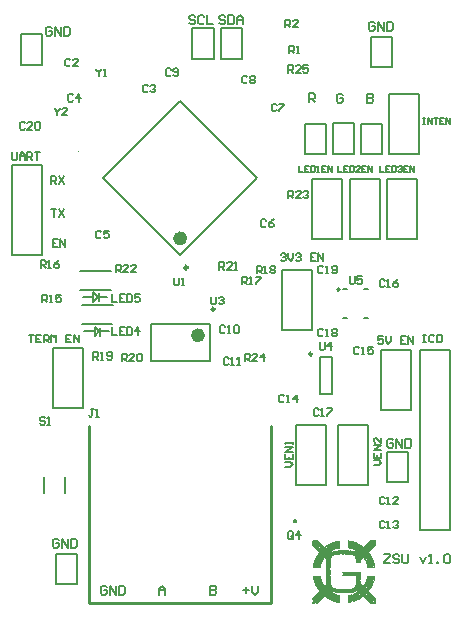
<source format=gbr>
%TF.GenerationSoftware,Altium Limited,Altium Designer,19.1.5 (86)*%
G04 Layer_Color=65535*
%FSLAX26Y26*%
%MOIN*%
%TF.FileFunction,Legend,Top*%
%TF.Part,Single*%
G01*
G75*
%TA.AperFunction,NonConductor*%
%ADD45C,0.007874*%
%ADD46C,0.009842*%
%ADD47C,0.003937*%
%ADD48C,0.005000*%
%ADD64C,0.023622*%
%ADD65C,0.005906*%
%ADD66C,0.010000*%
%ADD67R,0.007874X0.011811*%
%ADD68R,0.011811X0.007192*%
G36*
X3001550Y305404D02*
X3001842D01*
Y305112D01*
X3002134D01*
Y304820D01*
X3001842D01*
Y305112D01*
X3001550D01*
Y304820D01*
X3001842D01*
Y304528D01*
X3002134D01*
Y304236D01*
X3001842D01*
Y303944D01*
X3002134D01*
Y303651D01*
X3001842D01*
Y303944D01*
X3001550D01*
Y303651D01*
X3001842D01*
Y303359D01*
X3002134D01*
Y303067D01*
X3001842D01*
Y302775D01*
X3002134D01*
Y302483D01*
X3001842D01*
Y302775D01*
X3001550D01*
Y302483D01*
X3001842D01*
Y302191D01*
X3002134D01*
Y301898D01*
X3001842D01*
Y301606D01*
X3002134D01*
Y301314D01*
X3001842D01*
Y301606D01*
X3001550D01*
Y301314D01*
X3001842D01*
Y301022D01*
X3002134D01*
Y300730D01*
X3001842D01*
Y300437D01*
X3002134D01*
Y300145D01*
X3001842D01*
Y300437D01*
X3001550D01*
Y300145D01*
X3001842D01*
Y299853D01*
X3002134D01*
Y299561D01*
X3001842D01*
Y299269D01*
X3002134D01*
Y298977D01*
X3001842D01*
Y299269D01*
X3001550D01*
Y298977D01*
X3001842D01*
Y298684D01*
X3002134D01*
Y298392D01*
X3001842D01*
Y298100D01*
X3002134D01*
Y297808D01*
X3001842D01*
Y298100D01*
X3001550D01*
Y297808D01*
X3001842D01*
Y297516D01*
X3002134D01*
Y297224D01*
X3001842D01*
Y296931D01*
X3002134D01*
Y296639D01*
X3001842D01*
Y296931D01*
X3001550D01*
Y296639D01*
X3001842D01*
Y296347D01*
X3002134D01*
Y296055D01*
X3001842D01*
Y295763D01*
X3002134D01*
Y295471D01*
X3001842D01*
Y295763D01*
X3001550D01*
Y295471D01*
X3001842D01*
Y295178D01*
X3002134D01*
Y294886D01*
X3001842D01*
Y294594D01*
X3002134D01*
Y294302D01*
X3001842D01*
Y294594D01*
X3001550D01*
Y294302D01*
X3001842D01*
Y294010D01*
X3002134D01*
Y293717D01*
X3001842D01*
Y293425D01*
X3002134D01*
Y293133D01*
X3001842D01*
Y293425D01*
X3001550D01*
Y293133D01*
X3001842D01*
Y292841D01*
X3002134D01*
Y292549D01*
X3001842D01*
Y292257D01*
X3002134D01*
Y291964D01*
X3001842D01*
Y292257D01*
X3001550D01*
Y291964D01*
X3001842D01*
Y291672D01*
X3002134D01*
Y291380D01*
X3001842D01*
Y291088D01*
X3002134D01*
Y290796D01*
X3001842D01*
Y291088D01*
X3001550D01*
Y290796D01*
X3001842D01*
Y290504D01*
X3002134D01*
Y290211D01*
X3001842D01*
Y289919D01*
X3002134D01*
Y289627D01*
X3001842D01*
Y289919D01*
X3001550D01*
Y289627D01*
X3001842D01*
Y289335D01*
X3002134D01*
Y289043D01*
X3001842D01*
Y288750D01*
X3002134D01*
Y288458D01*
X3001842D01*
Y288750D01*
X3001550D01*
Y288458D01*
X3001842D01*
Y288166D01*
X3002134D01*
Y287874D01*
X3001842D01*
Y287582D01*
X3002134D01*
Y287290D01*
X3001842D01*
Y287582D01*
X3001550D01*
Y287290D01*
X3001258D01*
Y286997D01*
X3001550D01*
Y286705D01*
X3001258D01*
Y286997D01*
X3000966D01*
Y286705D01*
X3000673D01*
Y286413D01*
X3000966D01*
Y286121D01*
X3000673D01*
Y286413D01*
X3000381D01*
Y286121D01*
X3000089D01*
Y285829D01*
X3000381D01*
Y285536D01*
X3000089D01*
Y285829D01*
X2999797D01*
Y285536D01*
X2999505D01*
Y285244D01*
X2999797D01*
Y284952D01*
X2999505D01*
Y285244D01*
X2999213D01*
Y284952D01*
X2998920D01*
Y284660D01*
X2999213D01*
Y284368D01*
X2998920D01*
Y284660D01*
X2998628D01*
Y284368D01*
X2998336D01*
Y284076D01*
X2998628D01*
Y283783D01*
X2998336D01*
Y284076D01*
X2998044D01*
Y283783D01*
X2997752D01*
Y283491D01*
X2998044D01*
Y283199D01*
X2997752D01*
Y283491D01*
X2997460D01*
Y283199D01*
X2997168D01*
Y282907D01*
X2997460D01*
Y282615D01*
X2997168D01*
Y282907D01*
X2996875D01*
Y282615D01*
X2996583D01*
Y282323D01*
X2996875D01*
Y282030D01*
X2996583D01*
Y282323D01*
X2996291D01*
Y282030D01*
X2995999D01*
Y281738D01*
X2996291D01*
Y281446D01*
X2995999D01*
Y281738D01*
X2995706D01*
Y281446D01*
X2995414D01*
Y281154D01*
X2995706D01*
Y280862D01*
X2995414D01*
Y281154D01*
X2995122D01*
Y280862D01*
X2994830D01*
Y280570D01*
X2995122D01*
Y280277D01*
X2994830D01*
Y280570D01*
X2994538D01*
Y280277D01*
X2994246D01*
Y279985D01*
X2994538D01*
Y279693D01*
X2994246D01*
Y279985D01*
X2993954D01*
Y279693D01*
X2993661D01*
Y279401D01*
X2993954D01*
Y279109D01*
X2993661D01*
Y279401D01*
X2993369D01*
Y279109D01*
X2993077D01*
Y278817D01*
X2993369D01*
Y278524D01*
X2993077D01*
Y278817D01*
X2992785D01*
Y278524D01*
X2992493D01*
Y278232D01*
X2992785D01*
Y277940D01*
X2992493D01*
Y278232D01*
X2992200D01*
Y277940D01*
X2991908D01*
Y277648D01*
X2992200D01*
Y277356D01*
X2991908D01*
Y277648D01*
X2991616D01*
Y277356D01*
X2991324D01*
Y277063D01*
X2991616D01*
Y276771D01*
X2991324D01*
Y277063D01*
X2991032D01*
Y276771D01*
X2990740D01*
Y276479D01*
X2991032D01*
Y276187D01*
X2990740D01*
Y276479D01*
X2990447D01*
Y276187D01*
X2990155D01*
Y275895D01*
X2990447D01*
Y275603D01*
X2990155D01*
Y275895D01*
X2989863D01*
Y275603D01*
X2989571D01*
Y275310D01*
X2989863D01*
Y275018D01*
X2989571D01*
Y275310D01*
X2989279D01*
Y275018D01*
X2988987D01*
Y274726D01*
X2989279D01*
Y274434D01*
X2988987D01*
Y274726D01*
X2988694D01*
Y274434D01*
X2988402D01*
Y274142D01*
X2988694D01*
Y273849D01*
X2988402D01*
Y274142D01*
X2988110D01*
Y273849D01*
X2987818D01*
Y273557D01*
X2988110D01*
Y273265D01*
X2987818D01*
Y273557D01*
X2987526D01*
Y273265D01*
X2987233D01*
Y272973D01*
X2987526D01*
Y272681D01*
X2987233D01*
Y272973D01*
X2986941D01*
Y272681D01*
X2986649D01*
Y272389D01*
X2986941D01*
Y272096D01*
X2986649D01*
Y272389D01*
X2986357D01*
Y272096D01*
X2986065D01*
Y271804D01*
X2986357D01*
Y271512D01*
X2986065D01*
Y271804D01*
X2985773D01*
Y271512D01*
X2985480D01*
Y271220D01*
X2985773D01*
Y270928D01*
X2985480D01*
Y271220D01*
X2985188D01*
Y270928D01*
X2984896D01*
Y270636D01*
X2985188D01*
Y270343D01*
X2984896D01*
Y270636D01*
X2984604D01*
Y270343D01*
X2984312D01*
Y270051D01*
X2984604D01*
Y269759D01*
X2984312D01*
Y270051D01*
X2984019D01*
Y269759D01*
X2983727D01*
Y269467D01*
X2984019D01*
Y269175D01*
X2983727D01*
Y269467D01*
X2983435D01*
Y269175D01*
X2983143D01*
Y268882D01*
X2983435D01*
Y268590D01*
X2983143D01*
Y268882D01*
X2982851D01*
Y268590D01*
X2982559D01*
Y268298D01*
X2982851D01*
Y268006D01*
X2982559D01*
Y268298D01*
X2982266D01*
Y268006D01*
X2981974D01*
Y267714D01*
X2982266D01*
Y267421D01*
X2981974D01*
Y267714D01*
X2981682D01*
Y267421D01*
X2981390D01*
Y267129D01*
X2981682D01*
Y266837D01*
X2981390D01*
Y267129D01*
X2981098D01*
Y266837D01*
X2980806D01*
Y266545D01*
X2981098D01*
Y266253D01*
X2980806D01*
Y266545D01*
X2980514D01*
Y266253D01*
X2980221D01*
Y265961D01*
X2980514D01*
Y265669D01*
X2980221D01*
Y265961D01*
X2979929D01*
Y265669D01*
X2979637D01*
Y265376D01*
X2979929D01*
Y265084D01*
X2979637D01*
Y264792D01*
X2979929D01*
Y264500D01*
X2980221D01*
Y264208D01*
X2980514D01*
Y263916D01*
X2980806D01*
Y263623D01*
X2981098D01*
Y263331D01*
X2981390D01*
Y263039D01*
X2981682D01*
Y262747D01*
X2981390D01*
Y262455D01*
X2981682D01*
Y262163D01*
X2981974D01*
Y261870D01*
X2982266D01*
Y261578D01*
X2982559D01*
Y261286D01*
X2982851D01*
Y260994D01*
X2983143D01*
Y260702D01*
X2983435D01*
Y260409D01*
X2983143D01*
Y260702D01*
X2982851D01*
Y260994D01*
X2982559D01*
Y260702D01*
X2982851D01*
Y260409D01*
X2983143D01*
Y260117D01*
X2983435D01*
Y259825D01*
X2983727D01*
Y259533D01*
X2984019D01*
Y259241D01*
X2983727D01*
Y258948D01*
X2984604D01*
Y258656D01*
X2984312D01*
Y258364D01*
X2984604D01*
Y258072D01*
X2984896D01*
Y257780D01*
X2985188D01*
Y257488D01*
X2985480D01*
Y257195D01*
X2985773D01*
Y256903D01*
X2985480D01*
Y257195D01*
X2985188D01*
Y257488D01*
X2984896D01*
Y257195D01*
X2985188D01*
Y256903D01*
X2985480D01*
Y256611D01*
X2985773D01*
Y256319D01*
X2986065D01*
Y256027D01*
X2986357D01*
Y255735D01*
X2986065D01*
Y255442D01*
X2986357D01*
Y255150D01*
X2986649D01*
Y254858D01*
X2986941D01*
Y254566D01*
X2987233D01*
Y254274D01*
X2987526D01*
Y253982D01*
X2987233D01*
Y254274D01*
X2986941D01*
Y254566D01*
X2986649D01*
Y254274D01*
X2986941D01*
Y253982D01*
X2987233D01*
Y253689D01*
X2987526D01*
Y253397D01*
X2987818D01*
Y253105D01*
X2988110D01*
Y252813D01*
X2987818D01*
Y252521D01*
X2988110D01*
Y252228D01*
X2988402D01*
Y251936D01*
X2988694D01*
Y251644D01*
X2988987D01*
Y251352D01*
X2989279D01*
Y251060D01*
X2988987D01*
Y251352D01*
X2988694D01*
Y251644D01*
X2988402D01*
Y251352D01*
X2988694D01*
Y251060D01*
X2988987D01*
Y250768D01*
X2989279D01*
Y250475D01*
X2988987D01*
Y250183D01*
X2989279D01*
Y249891D01*
X2989571D01*
Y249599D01*
X2989863D01*
Y249307D01*
X2990155D01*
Y249015D01*
X2990447D01*
Y248722D01*
X2990155D01*
Y249015D01*
X2989863D01*
Y249307D01*
X2989571D01*
Y249015D01*
X2989863D01*
Y248722D01*
X2990155D01*
Y248430D01*
X2990447D01*
Y248138D01*
X2990155D01*
Y247846D01*
X2990447D01*
Y247554D01*
X2990740D01*
Y247262D01*
X2991032D01*
Y246969D01*
X2991324D01*
Y246677D01*
X2991616D01*
Y246385D01*
X2991324D01*
Y246677D01*
X2991032D01*
Y246969D01*
X2990740D01*
Y246677D01*
X2991032D01*
Y246385D01*
X2991324D01*
Y246093D01*
X2991616D01*
Y245801D01*
X2991324D01*
Y245508D01*
X2991616D01*
Y245216D01*
X2991908D01*
Y244924D01*
X2992200D01*
Y244632D01*
X2991908D01*
Y244340D01*
X2992200D01*
Y244048D01*
X2992493D01*
Y243755D01*
X2992785D01*
Y243463D01*
X2992493D01*
Y243171D01*
X2992785D01*
Y242879D01*
X2993077D01*
Y242587D01*
X2993369D01*
Y242294D01*
X2993077D01*
Y242587D01*
X2992785D01*
Y242294D01*
X2993077D01*
Y242002D01*
X2993369D01*
Y241710D01*
X2993077D01*
Y241418D01*
X2993954D01*
Y241126D01*
X2993661D01*
Y240834D01*
X2993954D01*
Y240542D01*
X2993661D01*
Y240249D01*
X2993954D01*
Y239957D01*
X2994246D01*
Y239665D01*
X2994538D01*
Y239373D01*
X2994246D01*
Y239081D01*
X2994538D01*
Y238789D01*
X2994830D01*
Y238496D01*
X2995122D01*
Y238204D01*
X2994830D01*
Y238496D01*
X2994538D01*
Y238789D01*
X2994246D01*
Y238496D01*
X2994538D01*
Y238204D01*
X2994830D01*
Y237912D01*
X2995122D01*
Y237620D01*
X2994830D01*
Y237327D01*
X2995122D01*
Y237035D01*
X2995414D01*
Y236743D01*
X2995706D01*
Y236451D01*
X2995414D01*
Y236159D01*
X2995706D01*
Y235867D01*
X2995414D01*
Y235575D01*
X2995706D01*
Y235282D01*
X2995999D01*
Y234990D01*
X2996291D01*
Y234698D01*
X2995999D01*
Y234990D01*
X2995706D01*
Y234698D01*
X2995999D01*
Y234406D01*
X2996291D01*
Y234114D01*
X2995999D01*
Y233821D01*
X2996291D01*
Y233529D01*
X2996583D01*
Y233237D01*
X2996875D01*
Y232945D01*
X2996583D01*
Y232653D01*
X2996875D01*
Y232361D01*
X2996583D01*
Y232068D01*
X2996875D01*
Y231776D01*
X2997168D01*
Y231484D01*
X2997460D01*
Y231192D01*
X2997168D01*
Y231484D01*
X2996875D01*
Y231192D01*
X2997168D01*
Y230900D01*
X2997460D01*
Y230607D01*
X2997168D01*
Y230315D01*
X2997460D01*
Y230023D01*
X2997752D01*
Y229731D01*
X2998044D01*
Y229439D01*
X2997752D01*
Y229731D01*
X2997460D01*
Y230023D01*
X2997168D01*
Y229731D01*
X2997460D01*
Y229439D01*
X2997752D01*
Y229147D01*
X2998044D01*
Y228854D01*
X2997752D01*
Y228562D01*
X2998044D01*
Y228270D01*
X2998336D01*
Y227978D01*
X2998628D01*
Y227686D01*
X2998336D01*
Y227978D01*
X2998044D01*
Y228270D01*
X2997752D01*
Y227978D01*
X2998044D01*
Y227686D01*
X2998336D01*
Y227393D01*
X2998628D01*
Y227101D01*
X2998336D01*
Y226809D01*
X2998628D01*
Y226517D01*
X2998336D01*
Y226225D01*
X2998628D01*
Y225933D01*
X2998336D01*
Y225641D01*
X2998628D01*
Y225348D01*
X2998920D01*
Y225056D01*
X2999213D01*
Y224764D01*
X2998920D01*
Y225056D01*
X2998628D01*
Y225348D01*
X2998336D01*
Y225056D01*
X2998628D01*
Y224764D01*
X2998920D01*
Y224472D01*
X2999213D01*
Y224180D01*
X2998920D01*
Y223887D01*
X2999213D01*
Y223595D01*
X2998920D01*
Y223303D01*
X2999213D01*
Y223011D01*
X2998920D01*
Y222719D01*
X2999797D01*
Y222427D01*
X2999505D01*
Y222135D01*
X2999797D01*
Y221842D01*
X2999505D01*
Y222135D01*
X2999213D01*
Y221842D01*
X2999505D01*
Y221550D01*
X2999797D01*
Y221258D01*
X2999505D01*
Y220966D01*
X2999797D01*
Y220674D01*
X2999505D01*
Y220381D01*
X2999797D01*
Y220089D01*
X3000089D01*
Y219797D01*
X2999797D01*
Y220089D01*
X2999505D01*
Y219797D01*
X2999797D01*
Y219505D01*
X3000089D01*
Y219213D01*
X3000381D01*
Y218920D01*
X3000089D01*
Y219213D01*
X2999797D01*
Y218920D01*
X3000089D01*
Y218628D01*
X3000381D01*
Y218336D01*
X3000089D01*
Y218044D01*
X3000381D01*
Y217752D01*
X3000089D01*
Y217459D01*
X3000381D01*
Y217167D01*
X3000089D01*
Y216875D01*
X3000381D01*
Y216583D01*
X3000673D01*
Y216291D01*
X3000966D01*
Y215999D01*
X3000673D01*
Y216291D01*
X3000381D01*
Y216583D01*
X3000089D01*
Y216291D01*
X3000381D01*
Y215999D01*
X3000673D01*
Y215706D01*
X3000966D01*
Y215414D01*
X3000673D01*
Y215122D01*
X3000966D01*
Y214830D01*
X3000673D01*
Y215122D01*
X3000381D01*
Y214830D01*
X3000673D01*
Y214538D01*
X3000966D01*
Y214246D01*
X3000673D01*
Y213953D01*
X3000966D01*
Y213661D01*
X3000673D01*
Y213953D01*
X3000381D01*
Y213661D01*
X3000089D01*
Y213953D01*
X2999797D01*
Y214246D01*
X2999505D01*
Y213953D01*
X2999797D01*
Y213661D01*
X2999505D01*
Y213953D01*
X2999213D01*
Y213661D01*
X2998920D01*
Y213953D01*
X2998628D01*
Y214246D01*
X2998336D01*
Y213953D01*
X2998628D01*
Y213661D01*
X2998336D01*
Y213953D01*
X2998044D01*
Y213661D01*
X2997752D01*
Y213953D01*
X2997460D01*
Y214246D01*
X2997168D01*
Y213953D01*
X2997460D01*
Y213661D01*
X2997168D01*
Y213953D01*
X2996875D01*
Y213661D01*
X2996583D01*
Y213953D01*
X2996291D01*
Y214246D01*
X2995999D01*
Y213953D01*
X2996291D01*
Y213661D01*
X2995999D01*
Y213953D01*
X2995706D01*
Y213661D01*
X2995414D01*
Y213953D01*
X2995122D01*
Y214246D01*
X2994830D01*
Y213953D01*
X2995122D01*
Y213661D01*
X2994830D01*
Y213953D01*
X2994538D01*
Y213661D01*
X2994246D01*
Y213953D01*
X2993954D01*
Y214246D01*
X2993661D01*
Y213953D01*
X2993954D01*
Y213661D01*
X2993661D01*
Y213953D01*
X2993369D01*
Y213661D01*
X2993077D01*
Y213953D01*
X2992785D01*
Y214246D01*
X2992493D01*
Y213953D01*
X2992785D01*
Y213661D01*
X2992493D01*
Y213953D01*
X2992200D01*
Y213661D01*
X2991908D01*
Y213953D01*
X2991616D01*
Y214246D01*
X2991324D01*
Y213953D01*
X2991616D01*
Y213661D01*
X2991324D01*
Y213953D01*
X2991032D01*
Y213661D01*
X2990740D01*
Y213953D01*
X2990447D01*
Y214246D01*
X2990155D01*
Y213953D01*
X2990447D01*
Y213661D01*
X2990155D01*
Y213953D01*
X2989863D01*
Y213661D01*
X2989571D01*
Y213953D01*
X2989279D01*
Y214246D01*
X2988987D01*
Y213953D01*
X2989279D01*
Y213661D01*
X2988987D01*
Y213953D01*
X2988694D01*
Y213661D01*
X2988402D01*
Y213953D01*
X2988110D01*
Y214246D01*
X2987818D01*
Y213953D01*
X2988110D01*
Y213661D01*
X2987818D01*
Y213953D01*
X2987526D01*
Y213661D01*
X2987233D01*
Y213953D01*
X2986941D01*
Y214246D01*
X2986649D01*
Y213953D01*
X2986941D01*
Y213661D01*
X2986649D01*
Y213953D01*
X2986357D01*
Y213661D01*
X2986065D01*
Y213953D01*
X2985773D01*
Y214246D01*
X2985480D01*
Y213953D01*
X2985773D01*
Y213661D01*
X2985480D01*
Y213953D01*
X2985188D01*
Y213661D01*
X2984896D01*
Y213953D01*
X2984604D01*
Y214246D01*
X2984312D01*
Y213953D01*
X2984604D01*
Y213661D01*
X2984312D01*
Y213953D01*
X2984019D01*
Y213661D01*
X2983727D01*
Y213953D01*
X2983435D01*
Y214246D01*
X2983143D01*
Y213953D01*
X2983435D01*
Y213661D01*
X2983143D01*
Y213953D01*
X2982851D01*
Y213661D01*
X2982559D01*
Y213953D01*
X2982266D01*
Y214246D01*
X2981974D01*
Y213953D01*
X2982266D01*
Y213661D01*
X2981974D01*
Y213953D01*
X2981682D01*
Y213661D01*
X2981390D01*
Y213953D01*
X2981098D01*
Y214246D01*
X2980806D01*
Y213953D01*
X2981098D01*
Y213661D01*
X2980806D01*
Y213953D01*
X2980514D01*
Y213661D01*
X2980221D01*
Y213953D01*
X2979929D01*
Y214246D01*
X2979637D01*
Y213953D01*
X2979929D01*
Y213661D01*
X2979637D01*
Y213953D01*
X2979345D01*
Y213661D01*
X2979053D01*
Y213953D01*
X2978760D01*
Y214246D01*
X2978468D01*
Y213953D01*
X2978760D01*
Y213661D01*
X2978468D01*
Y213953D01*
X2978176D01*
Y213661D01*
X2977884D01*
Y213953D01*
X2977592D01*
Y214246D01*
X2977300D01*
Y213953D01*
X2977592D01*
Y213661D01*
X2977300D01*
Y213953D01*
X2977007D01*
Y213661D01*
X2976715D01*
Y213953D01*
X2976423D01*
Y214246D01*
X2976131D01*
Y213953D01*
X2976423D01*
Y213661D01*
X2976131D01*
Y213953D01*
X2975838D01*
Y213661D01*
X2975546D01*
Y213953D01*
X2975254D01*
Y214246D01*
X2974962D01*
Y213953D01*
X2975254D01*
Y213661D01*
X2974962D01*
Y213953D01*
X2974670D01*
Y213661D01*
X2974378D01*
Y213953D01*
X2974086D01*
Y214246D01*
X2973793D01*
Y214538D01*
X2974086D01*
Y214830D01*
X2973793D01*
Y215122D01*
X2973501D01*
Y215414D01*
X2973209D01*
Y215706D01*
X2973501D01*
Y215414D01*
X2973793D01*
Y215122D01*
X2974086D01*
Y215414D01*
X2973793D01*
Y215706D01*
X2974086D01*
Y215999D01*
X2973793D01*
Y216291D01*
X2973501D01*
Y216583D01*
X2973209D01*
Y216875D01*
X2973501D01*
Y217167D01*
X2973209D01*
Y217459D01*
X2973501D01*
Y217752D01*
X2973209D01*
Y218044D01*
X2972917D01*
Y218336D01*
X2972625D01*
Y218628D01*
X2972917D01*
Y218336D01*
X2973209D01*
Y218044D01*
X2973501D01*
Y218336D01*
X2973209D01*
Y218628D01*
X2972917D01*
Y218920D01*
X2972625D01*
Y219213D01*
X2972917D01*
Y218920D01*
X2973209D01*
Y219213D01*
X2972917D01*
Y219505D01*
X2972625D01*
Y219797D01*
X2972917D01*
Y220089D01*
X2972625D01*
Y220381D01*
X2972917D01*
Y220674D01*
X2972625D01*
Y220966D01*
X2972332D01*
Y221258D01*
X2972040D01*
Y221550D01*
X2972332D01*
Y221842D01*
X2972040D01*
Y222135D01*
X2972332D01*
Y222427D01*
X2972040D01*
Y222719D01*
X2972332D01*
Y223011D01*
X2972040D01*
Y223303D01*
X2971748D01*
Y223595D01*
X2971456D01*
Y223887D01*
X2971748D01*
Y223595D01*
X2972040D01*
Y223887D01*
X2971748D01*
Y224180D01*
X2971456D01*
Y224472D01*
X2971164D01*
Y224764D01*
X2970872D01*
Y225056D01*
X2971164D01*
Y224764D01*
X2971456D01*
Y224472D01*
X2971748D01*
Y224764D01*
X2971456D01*
Y225056D01*
X2971748D01*
Y225348D01*
X2971456D01*
Y225641D01*
X2971164D01*
Y225933D01*
X2970872D01*
Y226225D01*
X2971164D01*
Y226517D01*
X2970872D01*
Y226809D01*
X2970579D01*
Y227101D01*
X2970287D01*
Y227393D01*
X2970579D01*
Y227101D01*
X2970872D01*
Y227393D01*
X2970579D01*
Y227686D01*
X2970287D01*
Y227978D01*
X2970579D01*
Y228270D01*
X2970287D01*
Y228562D01*
X2969995D01*
Y228854D01*
X2969703D01*
Y229147D01*
X2969995D01*
Y228854D01*
X2970287D01*
Y228562D01*
X2970579D01*
Y228854D01*
X2970287D01*
Y229147D01*
X2969995D01*
Y229439D01*
X2969703D01*
Y229731D01*
X2969995D01*
Y230023D01*
X2969703D01*
Y230315D01*
X2969411D01*
Y230607D01*
X2969118D01*
Y230900D01*
X2969411D01*
Y231192D01*
X2969118D01*
Y231484D01*
X2968827D01*
Y231776D01*
X2968534D01*
Y232068D01*
X2968827D01*
Y232361D01*
X2968534D01*
Y232653D01*
X2968827D01*
Y232945D01*
X2968534D01*
Y233237D01*
X2968242D01*
Y233529D01*
X2967950D01*
Y233821D01*
X2968242D01*
Y234114D01*
X2967950D01*
Y234406D01*
X2967657D01*
Y234698D01*
X2967365D01*
Y234990D01*
X2967657D01*
Y234698D01*
X2967950D01*
Y234406D01*
X2968242D01*
Y234698D01*
X2967950D01*
Y234990D01*
X2967657D01*
Y235282D01*
X2967365D01*
Y235575D01*
X2967073D01*
Y235867D01*
X2966781D01*
Y236159D01*
X2967073D01*
Y236451D01*
X2966781D01*
Y236743D01*
X2967073D01*
Y237035D01*
X2966781D01*
Y237327D01*
X2966489D01*
Y237620D01*
X2966197D01*
Y237912D01*
X2965905D01*
Y238204D01*
X2965612D01*
Y238496D01*
X2965905D01*
Y238789D01*
X2965612D01*
Y239081D01*
X2965905D01*
Y239373D01*
X2965612D01*
Y239665D01*
X2965320D01*
Y239957D01*
X2965028D01*
Y240249D01*
X2964736D01*
Y240542D01*
X2964444D01*
Y240834D01*
X2964736D01*
Y241126D01*
X2964444D01*
Y241418D01*
X2964152D01*
Y241710D01*
X2963860D01*
Y242002D01*
X2964152D01*
Y242294D01*
X2963860D01*
Y242587D01*
X2963567D01*
Y242879D01*
X2963275D01*
Y243171D01*
X2962983D01*
Y243463D01*
X2962691D01*
Y243755D01*
X2962983D01*
Y244048D01*
X2962691D01*
Y244340D01*
X2962399D01*
Y244632D01*
X2962106D01*
Y244924D01*
X2962399D01*
Y245216D01*
X2962106D01*
Y245508D01*
X2961814D01*
Y245801D01*
X2961522D01*
Y246093D01*
X2961230D01*
Y246385D01*
X2960938D01*
Y246677D01*
X2960646D01*
Y246385D01*
X2960353D01*
Y246093D01*
X2960646D01*
Y245801D01*
X2960353D01*
Y246093D01*
X2960061D01*
Y245801D01*
X2959769D01*
Y245508D01*
X2960061D01*
Y245216D01*
X2959769D01*
Y245508D01*
X2959477D01*
Y245216D01*
X2959185D01*
Y244924D01*
X2959477D01*
Y244632D01*
X2959185D01*
Y244924D01*
X2958892D01*
Y244632D01*
X2958600D01*
Y244340D01*
X2958892D01*
Y244048D01*
X2958600D01*
Y244340D01*
X2958308D01*
Y244048D01*
X2958016D01*
Y243755D01*
X2958308D01*
Y243463D01*
X2958016D01*
Y243755D01*
X2957724D01*
Y243463D01*
X2957431D01*
Y243171D01*
X2957724D01*
Y242879D01*
X2957431D01*
Y243171D01*
X2957139D01*
Y242879D01*
X2956847D01*
Y242587D01*
X2957139D01*
Y242294D01*
X2956847D01*
Y242587D01*
X2956555D01*
Y242294D01*
X2956263D01*
Y242002D01*
X2956555D01*
Y241710D01*
X2956263D01*
Y242002D01*
X2955971D01*
Y241710D01*
X2955678D01*
Y241418D01*
X2955971D01*
Y241126D01*
X2955678D01*
Y241418D01*
X2955386D01*
Y241126D01*
X2955094D01*
Y240834D01*
X2955386D01*
Y240542D01*
X2955094D01*
Y240834D01*
X2954802D01*
Y240542D01*
X2954510D01*
Y240249D01*
X2954802D01*
Y239957D01*
X2954510D01*
Y240249D01*
X2954218D01*
Y239957D01*
X2953925D01*
Y239665D01*
X2954218D01*
Y239373D01*
X2953925D01*
Y239665D01*
X2953633D01*
Y239373D01*
X2953341D01*
Y239081D01*
X2953633D01*
Y238789D01*
X2953341D01*
Y239081D01*
X2953049D01*
Y238789D01*
X2952757D01*
Y238496D01*
X2953049D01*
Y238204D01*
X2952757D01*
Y238496D01*
X2952465D01*
Y238204D01*
X2952172D01*
Y237912D01*
X2952465D01*
Y237620D01*
X2952172D01*
Y237912D01*
X2951880D01*
Y237620D01*
X2951588D01*
Y237327D01*
X2951880D01*
Y237035D01*
X2951588D01*
Y237327D01*
X2951296D01*
Y237035D01*
X2951004D01*
Y236743D01*
X2951296D01*
Y236451D01*
X2951588D01*
Y236159D01*
X2951880D01*
Y235867D01*
X2951588D01*
Y236159D01*
X2951296D01*
Y236451D01*
X2951004D01*
Y236159D01*
X2951296D01*
Y235867D01*
X2951004D01*
Y235575D01*
X2951296D01*
Y235282D01*
X2951588D01*
Y234990D01*
X2951880D01*
Y234698D01*
X2951588D01*
Y234990D01*
X2951296D01*
Y235282D01*
X2951004D01*
Y234990D01*
X2951296D01*
Y234698D01*
X2951004D01*
Y234406D01*
X2951296D01*
Y234114D01*
X2951588D01*
Y233821D01*
X2951880D01*
Y233529D01*
X2951588D01*
Y233821D01*
X2951296D01*
Y234114D01*
X2951004D01*
Y233821D01*
X2951296D01*
Y233529D01*
X2951004D01*
Y233237D01*
X2951296D01*
Y232945D01*
X2951588D01*
Y232653D01*
X2951880D01*
Y232361D01*
X2951588D01*
Y232653D01*
X2951296D01*
Y232945D01*
X2951004D01*
Y232653D01*
X2951296D01*
Y232361D01*
X2951004D01*
Y232068D01*
X2951296D01*
Y231776D01*
X2951588D01*
Y231484D01*
X2951880D01*
Y231192D01*
X2951588D01*
Y231484D01*
X2951296D01*
Y231776D01*
X2951004D01*
Y231484D01*
X2951296D01*
Y231192D01*
X2951004D01*
Y230900D01*
X2951296D01*
Y230607D01*
X2951588D01*
Y230315D01*
X2951880D01*
Y230023D01*
X2951588D01*
Y230315D01*
X2951296D01*
Y230607D01*
X2951004D01*
Y230315D01*
X2951296D01*
Y230023D01*
X2951004D01*
Y229731D01*
X2951296D01*
Y229439D01*
X2951004D01*
Y229731D01*
X2950711D01*
Y230023D01*
X2950419D01*
Y229731D01*
X2950711D01*
Y229439D01*
X2950419D01*
Y229731D01*
X2950127D01*
Y230023D01*
X2949835D01*
Y229731D01*
X2950127D01*
Y229439D01*
X2949835D01*
Y229731D01*
X2949543D01*
Y230023D01*
X2949251D01*
Y229731D01*
X2949543D01*
Y229439D01*
X2949251D01*
Y229731D01*
X2948959D01*
Y230023D01*
X2948666D01*
Y229731D01*
X2948959D01*
Y229439D01*
X2948666D01*
Y229731D01*
X2948374D01*
Y230023D01*
X2948082D01*
Y229731D01*
X2948374D01*
Y229439D01*
X2948082D01*
Y229731D01*
X2947790D01*
Y230023D01*
X2947498D01*
Y229731D01*
X2947790D01*
Y229439D01*
X2947498D01*
Y229731D01*
X2947205D01*
Y230023D01*
X2946913D01*
Y229731D01*
X2947205D01*
Y229439D01*
X2946913D01*
Y229731D01*
X2946621D01*
Y230023D01*
X2946329D01*
Y229731D01*
X2946621D01*
Y229439D01*
X2946329D01*
Y229731D01*
X2946037D01*
Y230023D01*
X2945744D01*
Y229731D01*
X2946037D01*
Y229439D01*
X2945744D01*
Y229731D01*
X2945452D01*
Y230023D01*
X2945160D01*
Y229731D01*
X2945452D01*
Y229439D01*
X2945160D01*
Y229731D01*
X2944868D01*
Y230023D01*
X2944576D01*
Y229731D01*
X2944868D01*
Y229439D01*
X2944576D01*
Y229731D01*
X2944284D01*
Y230023D01*
X2943991D01*
Y229731D01*
X2944284D01*
Y229439D01*
X2943991D01*
Y229731D01*
X2943699D01*
Y230023D01*
X2943407D01*
Y229731D01*
X2943699D01*
Y229439D01*
X2943407D01*
Y229731D01*
X2943115D01*
Y230023D01*
X2942823D01*
Y229731D01*
X2943115D01*
Y229439D01*
X2942823D01*
Y229731D01*
X2942530D01*
Y230023D01*
X2942238D01*
Y229731D01*
X2942530D01*
Y229439D01*
X2942238D01*
Y229731D01*
X2941946D01*
Y230023D01*
X2941654D01*
Y229731D01*
X2941946D01*
Y229439D01*
X2941654D01*
Y229731D01*
X2941362D01*
Y230023D01*
X2941070D01*
Y229731D01*
X2941362D01*
Y229439D01*
X2941070D01*
Y229731D01*
X2940778D01*
Y230023D01*
X2940485D01*
Y229731D01*
X2940778D01*
Y229439D01*
X2940485D01*
Y229731D01*
X2940193D01*
Y230023D01*
X2939901D01*
Y229731D01*
X2940193D01*
Y229439D01*
X2939901D01*
Y229731D01*
X2939609D01*
Y230023D01*
X2939317D01*
Y229731D01*
X2939609D01*
Y229439D01*
X2939317D01*
Y229731D01*
X2939025D01*
Y230023D01*
X2938732D01*
Y229731D01*
X2939025D01*
Y229439D01*
X2938732D01*
Y229731D01*
X2938440D01*
Y230023D01*
X2938148D01*
Y229731D01*
X2938440D01*
Y229439D01*
X2938148D01*
Y229731D01*
X2937856D01*
Y230023D01*
X2937564D01*
Y229731D01*
X2937856D01*
Y229439D01*
X2937564D01*
Y229731D01*
X2937271D01*
Y230023D01*
X2936979D01*
Y229731D01*
X2937271D01*
Y229439D01*
X2936979D01*
Y229731D01*
X2936687D01*
Y230023D01*
X2936395D01*
Y229731D01*
X2936687D01*
Y229439D01*
X2936395D01*
Y229731D01*
X2936103D01*
Y230023D01*
X2935811D01*
Y229731D01*
X2936103D01*
Y229439D01*
X2935811D01*
Y229731D01*
X2935518D01*
Y230023D01*
X2935226D01*
Y230315D01*
X2935518D01*
Y230607D01*
X2935226D01*
Y230900D01*
X2935518D01*
Y231192D01*
X2935226D01*
Y231484D01*
X2935518D01*
Y231776D01*
X2935226D01*
Y232068D01*
X2935518D01*
Y232361D01*
X2935226D01*
Y232653D01*
X2935518D01*
Y232945D01*
X2935226D01*
Y233237D01*
X2935518D01*
Y233529D01*
X2935226D01*
Y233821D01*
X2935518D01*
Y234114D01*
X2935226D01*
Y234406D01*
X2935518D01*
Y234698D01*
X2935226D01*
Y234990D01*
X2935518D01*
Y235282D01*
X2935226D01*
Y235575D01*
X2935518D01*
Y235867D01*
X2935226D01*
Y236159D01*
X2935518D01*
Y236451D01*
X2935226D01*
Y236743D01*
X2935518D01*
Y237035D01*
X2935226D01*
Y237327D01*
X2934934D01*
Y237620D01*
X2934642D01*
Y237912D01*
X2934934D01*
Y237620D01*
X2935226D01*
Y237327D01*
X2935518D01*
Y237620D01*
X2935226D01*
Y237912D01*
X2935518D01*
Y238204D01*
X2935226D01*
Y238496D01*
X2934934D01*
Y238789D01*
X2934642D01*
Y239081D01*
X2934934D01*
Y238789D01*
X2935226D01*
Y238496D01*
X2935518D01*
Y238789D01*
X2935226D01*
Y239081D01*
X2934934D01*
Y239373D01*
X2934642D01*
Y239665D01*
X2934934D01*
Y239373D01*
X2935226D01*
Y239081D01*
X2935518D01*
Y239373D01*
X2935226D01*
Y239665D01*
X2934934D01*
Y239957D01*
X2934642D01*
Y240249D01*
X2934934D01*
Y240542D01*
X2934642D01*
Y240834D01*
X2934934D01*
Y240542D01*
X2935226D01*
Y240834D01*
X2934934D01*
Y241126D01*
X2934642D01*
Y241418D01*
X2934934D01*
Y241710D01*
X2934642D01*
Y242002D01*
X2934934D01*
Y242294D01*
X2934642D01*
Y242587D01*
X2934934D01*
Y242879D01*
X2934642D01*
Y243171D01*
X2934350D01*
Y243463D01*
X2934057D01*
Y243755D01*
X2934350D01*
Y243463D01*
X2934642D01*
Y243755D01*
X2934350D01*
Y244048D01*
X2934057D01*
Y244340D01*
X2934350D01*
Y244632D01*
X2934057D01*
Y244924D01*
X2934350D01*
Y245216D01*
X2934057D01*
Y245508D01*
X2933765D01*
Y245801D01*
X2933473D01*
Y246093D01*
X2933765D01*
Y245801D01*
X2934057D01*
Y245508D01*
X2934350D01*
Y245801D01*
X2934057D01*
Y246093D01*
X2933765D01*
Y246385D01*
X2933473D01*
Y246677D01*
X2933765D01*
Y246385D01*
X2934057D01*
Y246093D01*
X2934350D01*
Y246385D01*
X2934057D01*
Y246677D01*
X2933765D01*
Y246969D01*
X2933473D01*
Y247262D01*
X2933765D01*
Y247554D01*
X2933473D01*
Y247846D01*
X2933181D01*
Y248138D01*
X2932889D01*
Y248430D01*
X2933181D01*
Y248722D01*
X2932889D01*
Y249015D01*
X2932597D01*
Y249307D01*
X2932304D01*
Y249599D01*
X2932597D01*
Y249891D01*
X2932304D01*
Y250183D01*
X2932012D01*
Y250475D01*
X2931720D01*
Y250768D01*
X2932012D01*
Y250475D01*
X2932304D01*
Y250183D01*
X2932597D01*
Y250475D01*
X2932304D01*
Y250768D01*
X2932012D01*
Y251060D01*
X2931720D01*
Y251352D01*
X2931428D01*
Y251644D01*
X2931136D01*
Y251936D01*
X2930844D01*
Y252228D01*
X2930551D01*
Y252521D01*
X2930259D01*
Y252813D01*
X2929967D01*
Y253105D01*
X2929675D01*
Y253397D01*
X2929383D01*
Y253689D01*
X2929090D01*
Y253982D01*
X2928798D01*
Y254274D01*
X2928506D01*
Y254566D01*
X2928214D01*
Y254858D01*
X2927922D01*
Y254566D01*
X2927630D01*
Y254858D01*
X2927337D01*
Y255150D01*
X2927045D01*
Y254858D01*
X2927337D01*
Y254566D01*
X2927045D01*
Y254858D01*
X2926753D01*
Y255150D01*
X2926461D01*
Y255442D01*
X2926169D01*
Y255735D01*
X2925876D01*
Y255442D01*
X2926169D01*
Y255150D01*
X2925876D01*
Y255442D01*
X2925584D01*
Y255735D01*
X2925292D01*
Y255442D01*
X2925584D01*
Y255150D01*
X2925292D01*
Y255442D01*
X2925000D01*
Y255735D01*
X2924708D01*
Y256027D01*
X2924416D01*
Y256319D01*
X2924124D01*
Y256027D01*
X2924416D01*
Y255735D01*
X2924124D01*
Y256027D01*
X2923831D01*
Y256319D01*
X2923539D01*
Y256027D01*
X2923831D01*
Y255735D01*
X2923539D01*
Y256027D01*
X2923247D01*
Y256319D01*
X2921786D01*
Y256611D01*
X2921494D01*
Y256903D01*
X2921202D01*
Y256611D01*
X2921494D01*
Y256319D01*
X2921202D01*
Y256611D01*
X2920910D01*
Y256903D01*
X2920617D01*
Y256611D01*
X2920910D01*
Y256319D01*
X2920617D01*
Y256611D01*
X2920325D01*
Y256903D01*
X2920033D01*
Y256611D01*
X2919741D01*
Y256903D01*
X2918864D01*
Y257195D01*
X2918572D01*
Y256903D01*
X2918280D01*
Y257195D01*
X2917988D01*
Y257488D01*
X2917696D01*
Y257195D01*
X2917988D01*
Y256903D01*
X2917696D01*
Y257195D01*
X2917403D01*
Y257488D01*
X2917111D01*
Y257195D01*
X2917403D01*
Y256903D01*
X2917111D01*
Y257195D01*
X2916819D01*
Y257488D01*
X2916527D01*
Y257195D01*
X2916819D01*
Y256903D01*
X2916527D01*
Y257195D01*
X2916235D01*
Y257488D01*
X2915943D01*
Y257195D01*
X2915650D01*
Y257488D01*
X2915358D01*
Y257195D01*
X2915650D01*
Y256903D01*
X2915358D01*
Y257195D01*
X2915066D01*
Y257488D01*
X2914774D01*
Y257780D01*
X2914482D01*
Y257488D01*
X2913605D01*
Y257780D01*
X2913313D01*
Y258072D01*
X2913021D01*
Y257780D01*
X2913313D01*
Y257488D01*
X2913021D01*
Y257780D01*
X2912729D01*
Y258072D01*
X2912436D01*
Y257780D01*
X2912729D01*
Y257488D01*
X2912436D01*
Y257780D01*
X2912144D01*
Y258072D01*
X2911852D01*
Y257780D01*
X2912144D01*
Y257488D01*
X2911852D01*
Y257780D01*
X2911560D01*
Y258072D01*
X2911268D01*
Y257780D01*
X2911560D01*
Y257488D01*
X2911268D01*
Y257780D01*
X2910976D01*
Y258072D01*
X2910684D01*
Y257780D01*
X2910976D01*
Y257488D01*
X2910684D01*
Y257780D01*
X2910391D01*
Y258072D01*
X2910099D01*
Y257780D01*
X2910391D01*
Y257488D01*
X2910099D01*
Y257780D01*
X2909807D01*
Y258072D01*
X2909515D01*
Y257780D01*
X2909807D01*
Y257488D01*
X2909515D01*
Y257780D01*
X2909222D01*
Y258072D01*
X2908930D01*
Y257780D01*
X2909222D01*
Y257488D01*
X2908930D01*
Y257780D01*
X2908638D01*
Y258072D01*
X2907762D01*
Y257780D01*
X2908054D01*
Y257488D01*
X2907762D01*
Y257780D01*
X2907469D01*
Y258072D01*
X2907177D01*
Y258364D01*
X2906885D01*
Y258072D01*
X2906009D01*
Y258364D01*
X2905716D01*
Y258072D01*
X2905424D01*
Y258364D01*
X2905132D01*
Y258656D01*
X2904840D01*
Y258364D01*
X2905132D01*
Y258072D01*
X2904840D01*
Y258364D01*
X2904548D01*
Y258072D01*
X2904256D01*
Y258364D01*
X2903963D01*
Y258656D01*
X2903671D01*
Y258364D01*
X2903963D01*
Y258072D01*
X2903671D01*
Y258364D01*
X2903379D01*
Y258072D01*
X2903087D01*
Y258364D01*
X2902795D01*
Y258656D01*
X2902503D01*
Y258364D01*
X2902795D01*
Y258072D01*
X2902503D01*
Y258364D01*
X2902210D01*
Y258072D01*
X2901918D01*
Y258364D01*
X2901626D01*
Y258656D01*
X2901334D01*
Y258364D01*
X2901626D01*
Y258072D01*
X2901334D01*
Y258364D01*
X2901042D01*
Y258072D01*
X2900749D01*
Y258364D01*
X2900457D01*
Y258656D01*
X2900165D01*
Y258364D01*
X2900457D01*
Y258072D01*
X2900165D01*
Y258364D01*
X2899873D01*
Y258656D01*
X2899581D01*
Y258364D01*
X2899873D01*
Y258072D01*
X2899581D01*
Y258364D01*
X2899289D01*
Y258656D01*
X2898996D01*
Y258364D01*
X2899289D01*
Y258072D01*
X2898996D01*
Y258364D01*
X2898704D01*
Y258656D01*
X2898412D01*
Y258364D01*
X2898704D01*
Y258072D01*
X2898412D01*
Y258364D01*
X2898120D01*
Y258656D01*
X2897828D01*
Y258364D01*
X2898120D01*
Y258072D01*
X2897828D01*
Y258364D01*
X2897536D01*
Y258656D01*
X2897243D01*
Y258364D01*
X2897536D01*
Y258072D01*
X2897243D01*
Y258364D01*
X2896951D01*
Y258656D01*
X2896659D01*
Y258364D01*
X2896951D01*
Y258072D01*
X2896659D01*
Y258364D01*
X2896367D01*
Y258656D01*
X2896075D01*
Y258364D01*
X2896367D01*
Y258072D01*
X2896075D01*
Y258364D01*
X2895783D01*
Y258656D01*
X2895490D01*
Y258364D01*
X2895783D01*
Y258072D01*
X2895490D01*
Y258364D01*
X2895198D01*
Y258656D01*
X2894906D01*
Y258364D01*
X2895198D01*
Y258072D01*
X2894906D01*
Y258364D01*
X2894614D01*
Y258656D01*
X2894322D01*
Y258364D01*
X2894614D01*
Y258072D01*
X2894322D01*
Y258364D01*
X2894029D01*
Y258656D01*
X2893737D01*
Y258364D01*
X2894029D01*
Y258072D01*
X2893737D01*
Y258364D01*
X2893445D01*
Y258656D01*
X2893153D01*
Y258364D01*
X2893445D01*
Y258072D01*
X2893153D01*
Y258364D01*
X2892861D01*
Y258656D01*
X2892568D01*
Y258364D01*
X2892861D01*
Y258072D01*
X2892568D01*
Y258364D01*
X2892276D01*
Y258656D01*
X2891984D01*
Y258364D01*
X2892276D01*
Y258072D01*
X2891984D01*
Y258364D01*
X2891692D01*
Y258656D01*
X2891400D01*
Y258364D01*
X2891692D01*
Y258072D01*
X2891400D01*
Y258364D01*
X2891108D01*
Y258656D01*
X2890815D01*
Y258364D01*
X2891108D01*
Y258072D01*
X2890815D01*
Y258364D01*
X2890523D01*
Y258656D01*
X2890231D01*
Y258364D01*
X2890523D01*
Y258072D01*
X2890231D01*
Y258364D01*
X2889939D01*
Y258656D01*
X2889647D01*
Y258364D01*
X2889939D01*
Y258072D01*
X2889647D01*
Y258364D01*
X2889355D01*
Y258656D01*
X2889062D01*
Y258364D01*
X2889355D01*
Y258072D01*
X2889062D01*
Y258364D01*
X2888770D01*
Y258656D01*
X2888478D01*
Y258364D01*
X2888770D01*
Y258072D01*
X2888478D01*
Y258364D01*
X2888186D01*
Y258656D01*
X2887894D01*
Y258364D01*
X2888186D01*
Y258072D01*
X2887894D01*
Y258364D01*
X2887602D01*
Y258656D01*
X2887309D01*
Y258364D01*
X2887602D01*
Y258072D01*
X2887309D01*
Y258364D01*
X2887017D01*
Y258656D01*
X2886725D01*
Y258364D01*
X2887017D01*
Y258072D01*
X2886725D01*
Y258364D01*
X2886433D01*
Y258656D01*
X2886141D01*
Y258364D01*
X2886433D01*
Y258072D01*
X2886141D01*
Y258364D01*
X2885848D01*
Y258072D01*
X2885556D01*
Y258364D01*
X2885264D01*
Y258656D01*
X2884972D01*
Y258364D01*
X2885264D01*
Y258072D01*
X2884972D01*
Y258364D01*
X2884680D01*
Y258072D01*
X2884387D01*
Y258364D01*
X2884095D01*
Y258656D01*
X2883803D01*
Y258364D01*
X2884095D01*
Y258072D01*
X2883803D01*
Y258364D01*
X2883511D01*
Y258072D01*
X2883219D01*
Y258364D01*
X2882927D01*
Y258656D01*
X2882635D01*
Y258364D01*
X2882927D01*
Y258072D01*
X2882635D01*
Y258364D01*
X2882342D01*
Y258072D01*
X2881466D01*
Y258364D01*
X2881174D01*
Y258072D01*
X2880882D01*
Y257780D01*
X2881174D01*
Y257488D01*
X2880882D01*
Y257780D01*
X2880589D01*
Y258072D01*
X2880297D01*
Y258364D01*
X2880005D01*
Y258072D01*
X2879713D01*
Y257780D01*
X2880005D01*
Y257488D01*
X2879713D01*
Y257780D01*
X2879421D01*
Y258072D01*
X2879128D01*
Y257780D01*
X2878836D01*
Y258072D01*
X2878544D01*
Y257780D01*
X2878836D01*
Y257488D01*
X2878544D01*
Y257780D01*
X2878252D01*
Y258072D01*
X2877960D01*
Y257780D01*
X2878252D01*
Y257488D01*
X2877960D01*
Y257780D01*
X2877668D01*
Y258072D01*
X2877376D01*
Y257780D01*
X2877668D01*
Y257488D01*
X2877376D01*
Y257780D01*
X2877083D01*
Y258072D01*
X2876791D01*
Y257780D01*
X2877083D01*
Y257488D01*
X2876791D01*
Y257780D01*
X2876499D01*
Y258072D01*
X2876207D01*
Y257780D01*
X2876499D01*
Y257488D01*
X2876207D01*
Y257780D01*
X2875914D01*
Y258072D01*
X2875622D01*
Y257780D01*
X2875914D01*
Y257488D01*
X2875038D01*
Y257780D01*
X2874746D01*
Y257488D01*
X2874454D01*
Y257195D01*
X2874161D01*
Y257488D01*
X2873869D01*
Y257195D01*
X2873577D01*
Y257488D01*
X2873285D01*
Y257195D01*
X2873577D01*
Y256903D01*
X2873285D01*
Y257195D01*
X2872993D01*
Y257488D01*
X2872701D01*
Y257195D01*
X2872993D01*
Y256903D01*
X2872701D01*
Y257195D01*
X2872408D01*
Y257488D01*
X2872116D01*
Y257195D01*
X2872408D01*
Y256903D01*
X2872116D01*
Y257195D01*
X2871824D01*
Y256903D01*
X2871532D01*
Y257195D01*
X2871240D01*
Y257488D01*
X2870948D01*
Y257195D01*
X2871240D01*
Y256903D01*
X2870948D01*
Y257195D01*
X2870655D01*
Y256903D01*
X2870363D01*
Y256611D01*
X2870655D01*
Y256319D01*
X2870363D01*
Y256611D01*
X2870071D01*
Y256903D01*
X2869779D01*
Y256611D01*
X2870071D01*
Y256319D01*
X2869779D01*
Y256611D01*
X2869487D01*
Y256903D01*
X2869195D01*
Y256611D01*
X2869487D01*
Y256319D01*
X2869195D01*
Y256611D01*
X2868902D01*
Y256903D01*
X2868610D01*
Y256611D01*
X2868902D01*
Y256319D01*
X2868610D01*
Y256611D01*
X2868318D01*
Y256903D01*
X2868026D01*
Y256611D01*
X2868318D01*
Y256319D01*
X2868026D01*
Y256611D01*
X2867734D01*
Y256319D01*
X2867441D01*
Y256027D01*
X2867734D01*
Y255735D01*
X2867441D01*
Y256027D01*
X2867149D01*
Y256319D01*
X2866857D01*
Y256027D01*
X2866565D01*
Y256319D01*
X2866273D01*
Y256027D01*
X2866565D01*
Y255735D01*
X2866273D01*
Y256027D01*
X2865981D01*
Y255735D01*
X2865104D01*
Y255442D01*
X2864812D01*
Y255735D01*
X2864520D01*
Y255442D01*
X2864812D01*
Y255150D01*
X2864520D01*
Y255442D01*
X2864227D01*
Y255735D01*
X2863935D01*
Y255442D01*
X2864227D01*
Y255150D01*
X2863935D01*
Y254858D01*
X2863643D01*
Y255150D01*
X2863351D01*
Y254858D01*
X2863059D01*
Y255150D01*
X2862767D01*
Y254858D01*
X2863059D01*
Y254566D01*
X2862767D01*
Y254858D01*
X2862474D01*
Y254566D01*
X2862182D01*
Y254274D01*
X2862474D01*
Y253982D01*
X2862182D01*
Y254274D01*
X2861890D01*
Y254566D01*
X2861598D01*
Y254274D01*
X2861890D01*
Y253982D01*
X2861598D01*
Y254274D01*
X2861306D01*
Y254566D01*
X2861014D01*
Y254274D01*
X2861306D01*
Y253982D01*
X2860429D01*
Y253689D01*
X2860721D01*
Y253397D01*
X2860429D01*
Y253689D01*
X2860137D01*
Y253397D01*
X2859845D01*
Y253105D01*
X2860137D01*
Y252813D01*
X2859845D01*
Y253105D01*
X2859553D01*
Y253397D01*
X2859260D01*
Y253105D01*
X2859553D01*
Y252813D01*
X2858676D01*
Y252521D01*
X2858384D01*
Y252813D01*
X2858092D01*
Y252521D01*
X2858384D01*
Y252228D01*
X2858092D01*
Y251936D01*
X2857800D01*
Y252228D01*
X2857508D01*
Y251936D01*
X2857800D01*
Y251644D01*
X2857508D01*
Y251352D01*
X2857215D01*
Y251644D01*
X2856923D01*
Y251352D01*
X2857215D01*
Y251060D01*
X2856923D01*
Y250768D01*
X2857215D01*
Y250475D01*
X2856923D01*
Y250768D01*
X2856631D01*
Y251060D01*
X2856339D01*
Y250768D01*
X2856631D01*
Y250475D01*
X2856339D01*
Y250183D01*
X2856631D01*
Y249891D01*
X2856339D01*
Y249599D01*
X2856046D01*
Y249891D01*
X2855755D01*
Y249599D01*
X2856046D01*
Y249307D01*
X2855755D01*
Y249015D01*
X2856046D01*
Y248722D01*
X2855755D01*
Y249015D01*
X2855462D01*
Y248722D01*
X2855170D01*
Y248430D01*
X2855462D01*
Y248138D01*
X2855170D01*
Y247846D01*
X2854878D01*
Y247554D01*
X2855170D01*
Y247262D01*
X2855462D01*
Y246969D01*
X2855170D01*
Y247262D01*
X2854878D01*
Y247554D01*
X2854586D01*
Y247262D01*
X2854878D01*
Y246969D01*
X2854586D01*
Y246677D01*
X2854878D01*
Y246385D01*
X2854586D01*
Y246677D01*
X2854294D01*
Y246385D01*
X2854586D01*
Y246093D01*
X2854294D01*
Y246385D01*
X2854001D01*
Y246093D01*
X2854294D01*
Y245801D01*
X2854001D01*
Y245508D01*
X2854294D01*
Y245216D01*
X2854001D01*
Y244924D01*
X2854294D01*
Y244632D01*
X2854001D01*
Y244924D01*
X2853709D01*
Y244632D01*
X2854001D01*
Y244340D01*
X2853709D01*
Y244632D01*
X2853417D01*
Y244340D01*
X2853709D01*
Y244048D01*
X2853417D01*
Y243755D01*
X2853709D01*
Y243463D01*
X2853417D01*
Y243171D01*
X2853709D01*
Y242879D01*
X2853417D01*
Y243171D01*
X2853125D01*
Y242879D01*
X2853417D01*
Y242587D01*
X2853709D01*
Y242294D01*
X2853417D01*
Y242587D01*
X2853125D01*
Y242879D01*
X2852833D01*
Y242587D01*
X2853125D01*
Y242294D01*
X2853417D01*
Y242002D01*
X2853709D01*
Y241710D01*
X2853417D01*
Y242002D01*
X2853125D01*
Y242294D01*
X2852833D01*
Y242002D01*
X2853125D01*
Y241710D01*
X2852833D01*
Y241418D01*
X2853125D01*
Y241126D01*
X2852833D01*
Y240834D01*
X2853125D01*
Y240542D01*
X2852833D01*
Y240249D01*
X2853125D01*
Y239957D01*
X2852833D01*
Y240249D01*
X2852541D01*
Y239957D01*
X2852833D01*
Y239665D01*
X2852541D01*
Y239957D01*
X2852248D01*
Y239665D01*
X2852541D01*
Y239373D01*
X2852248D01*
Y239081D01*
X2852541D01*
Y238789D01*
X2852248D01*
Y238496D01*
X2852541D01*
Y238204D01*
X2852248D01*
Y237912D01*
X2852541D01*
Y237620D01*
X2852248D01*
Y237327D01*
X2852541D01*
Y237035D01*
X2852248D01*
Y237327D01*
X2851956D01*
Y237035D01*
X2852248D01*
Y236743D01*
X2852541D01*
Y236451D01*
X2852248D01*
Y236159D01*
X2852541D01*
Y235867D01*
X2852248D01*
Y236159D01*
X2851956D01*
Y235867D01*
X2851664D01*
Y235575D01*
X2851956D01*
Y235282D01*
X2852248D01*
Y234990D01*
X2851956D01*
Y235282D01*
X2851664D01*
Y234990D01*
X2851956D01*
Y234698D01*
X2851664D01*
Y234406D01*
X2851956D01*
Y234114D01*
X2851664D01*
Y233821D01*
X2851956D01*
Y233529D01*
X2851664D01*
Y233237D01*
X2851956D01*
Y232945D01*
X2851664D01*
Y232653D01*
X2851956D01*
Y232361D01*
X2851664D01*
Y232068D01*
X2851956D01*
Y231776D01*
X2851664D01*
Y232068D01*
X2851372D01*
Y231776D01*
X2851664D01*
Y231484D01*
X2851372D01*
Y231192D01*
X2851664D01*
Y230900D01*
X2851956D01*
Y230607D01*
X2851664D01*
Y230900D01*
X2851372D01*
Y230607D01*
X2851664D01*
Y230315D01*
X2851372D01*
Y230607D01*
X2851080D01*
Y230315D01*
X2851372D01*
Y230023D01*
X2851664D01*
Y229731D01*
X2851956D01*
Y229439D01*
X2851664D01*
Y229731D01*
X2851372D01*
Y230023D01*
X2851080D01*
Y229731D01*
X2851372D01*
Y229439D01*
X2851080D01*
Y229147D01*
X2851372D01*
Y228854D01*
X2851664D01*
Y228562D01*
X2851956D01*
Y228270D01*
X2851664D01*
Y228562D01*
X2851372D01*
Y228854D01*
X2851080D01*
Y228562D01*
X2851372D01*
Y228270D01*
X2851080D01*
Y227978D01*
X2851372D01*
Y227686D01*
X2851080D01*
Y227393D01*
X2851372D01*
Y227101D01*
X2851080D01*
Y226809D01*
X2851372D01*
Y226517D01*
X2851080D01*
Y226225D01*
X2851372D01*
Y225933D01*
X2851080D01*
Y225641D01*
X2851372D01*
Y225348D01*
X2851080D01*
Y225056D01*
X2851372D01*
Y224764D01*
X2851080D01*
Y224472D01*
X2851372D01*
Y224180D01*
X2851080D01*
Y223887D01*
X2851372D01*
Y223595D01*
X2851080D01*
Y223303D01*
X2851372D01*
Y223011D01*
X2851080D01*
Y222719D01*
X2851372D01*
Y222427D01*
X2851080D01*
Y222135D01*
X2851372D01*
Y221842D01*
X2851080D01*
Y221550D01*
X2851372D01*
Y221258D01*
X2851080D01*
Y220966D01*
X2851372D01*
Y220674D01*
X2851080D01*
Y220381D01*
X2851372D01*
Y220089D01*
X2851080D01*
Y219797D01*
X2851372D01*
Y219505D01*
X2851080D01*
Y219213D01*
X2851372D01*
Y218920D01*
X2851080D01*
Y218628D01*
X2851372D01*
Y218336D01*
X2851080D01*
Y218044D01*
X2851372D01*
Y217752D01*
X2851080D01*
Y217459D01*
X2851372D01*
Y217167D01*
X2851080D01*
Y216875D01*
X2851372D01*
Y216583D01*
X2851080D01*
Y216291D01*
X2851372D01*
Y215999D01*
X2851080D01*
Y215706D01*
X2851372D01*
Y215414D01*
X2851080D01*
Y215122D01*
X2851372D01*
Y214830D01*
X2851080D01*
Y215122D01*
X2850787D01*
Y214830D01*
X2851080D01*
Y214538D01*
X2851372D01*
Y214246D01*
X2851080D01*
Y213953D01*
X2851372D01*
Y213661D01*
X2851080D01*
Y213953D01*
X2850787D01*
Y213661D01*
X2851080D01*
Y213369D01*
X2851372D01*
Y213077D01*
X2851080D01*
Y212785D01*
X2851372D01*
Y212493D01*
X2851080D01*
Y212785D01*
X2850787D01*
Y212493D01*
X2851080D01*
Y212201D01*
X2851372D01*
Y211908D01*
X2851080D01*
Y211616D01*
X2851372D01*
Y211324D01*
X2851080D01*
Y211616D01*
X2850787D01*
Y211324D01*
X2851080D01*
Y211032D01*
X2851372D01*
Y210740D01*
X2851080D01*
Y210447D01*
X2851372D01*
Y210155D01*
X2851080D01*
Y210447D01*
X2850787D01*
Y210155D01*
X2851080D01*
Y209863D01*
X2851372D01*
Y209571D01*
X2851080D01*
Y209279D01*
X2851372D01*
Y208986D01*
X2851080D01*
Y209279D01*
X2850787D01*
Y208986D01*
X2851080D01*
Y208694D01*
X2851372D01*
Y208402D01*
X2851080D01*
Y208110D01*
X2851372D01*
Y207818D01*
X2851080D01*
Y208110D01*
X2850787D01*
Y207818D01*
X2851080D01*
Y207526D01*
X2851372D01*
Y207233D01*
X2851080D01*
Y206941D01*
X2851372D01*
Y206649D01*
X2851080D01*
Y206941D01*
X2850787D01*
Y206649D01*
X2851080D01*
Y206357D01*
X2851372D01*
Y206065D01*
X2851080D01*
Y205773D01*
X2851372D01*
Y205480D01*
X2851080D01*
Y205773D01*
X2850787D01*
Y205480D01*
X2851080D01*
Y205188D01*
X2851372D01*
Y204896D01*
X2851080D01*
Y204604D01*
X2851372D01*
Y204312D01*
X2851080D01*
Y204604D01*
X2850787D01*
Y204312D01*
X2851080D01*
Y204019D01*
X2851372D01*
Y203727D01*
X2851080D01*
Y203435D01*
X2851372D01*
Y203143D01*
X2851080D01*
Y203435D01*
X2850787D01*
Y203143D01*
X2851080D01*
Y202851D01*
X2851372D01*
Y202559D01*
X2851080D01*
Y202266D01*
X2851372D01*
Y201974D01*
X2851080D01*
Y202266D01*
X2850787D01*
Y201974D01*
X2851080D01*
Y201682D01*
X2851372D01*
Y201390D01*
X2851080D01*
Y201098D01*
X2851372D01*
Y200805D01*
X2851080D01*
Y201098D01*
X2850787D01*
Y200805D01*
X2851080D01*
Y200513D01*
X2851372D01*
Y200221D01*
X2851080D01*
Y199929D01*
X2851372D01*
Y199637D01*
X2851080D01*
Y199929D01*
X2850787D01*
Y199637D01*
X2851080D01*
Y199345D01*
X2851372D01*
Y199052D01*
X2851080D01*
Y198760D01*
X2851372D01*
Y198468D01*
X2851080D01*
Y198760D01*
X2850787D01*
Y198468D01*
X2851080D01*
Y198176D01*
X2851372D01*
Y197884D01*
X2851080D01*
Y197592D01*
X2851372D01*
Y197299D01*
X2851080D01*
Y197592D01*
X2850787D01*
Y197299D01*
X2851080D01*
Y197007D01*
X2851372D01*
Y196715D01*
X2851080D01*
Y196423D01*
X2851372D01*
Y196131D01*
X2851080D01*
Y196423D01*
X2850787D01*
Y196131D01*
X2851080D01*
Y195839D01*
X2851372D01*
Y195547D01*
X2851080D01*
Y195254D01*
X2851372D01*
Y194962D01*
X2851080D01*
Y195254D01*
X2850787D01*
Y194962D01*
X2851080D01*
Y194670D01*
X2851372D01*
Y194378D01*
X2851080D01*
Y194085D01*
X2851372D01*
Y193793D01*
X2851080D01*
Y194085D01*
X2850787D01*
Y193793D01*
X2851080D01*
Y193501D01*
X2851372D01*
Y193209D01*
X2851080D01*
Y192917D01*
X2851372D01*
Y192625D01*
X2851080D01*
Y192917D01*
X2850787D01*
Y192625D01*
X2851080D01*
Y192333D01*
X2851372D01*
Y192040D01*
X2851080D01*
Y191748D01*
X2851372D01*
Y191456D01*
X2851080D01*
Y191748D01*
X2850787D01*
Y191456D01*
X2851080D01*
Y191164D01*
X2851372D01*
Y190872D01*
X2851080D01*
Y190579D01*
X2851372D01*
Y190287D01*
X2851080D01*
Y190579D01*
X2850787D01*
Y190287D01*
X2851080D01*
Y189995D01*
X2851372D01*
Y189703D01*
X2851080D01*
Y189411D01*
X2851372D01*
Y189119D01*
X2851080D01*
Y189411D01*
X2850787D01*
Y189119D01*
X2851080D01*
Y188826D01*
X2851372D01*
Y188534D01*
X2851080D01*
Y188242D01*
X2851372D01*
Y187950D01*
X2851080D01*
Y188242D01*
X2850787D01*
Y187950D01*
X2851080D01*
Y187658D01*
X2851372D01*
Y187365D01*
X2851080D01*
Y187073D01*
X2851372D01*
Y186781D01*
X2851080D01*
Y187073D01*
X2850787D01*
Y186781D01*
X2851080D01*
Y186489D01*
X2851372D01*
Y186197D01*
X2851080D01*
Y185905D01*
X2851372D01*
Y185612D01*
X2851080D01*
Y185905D01*
X2850787D01*
Y185612D01*
X2851080D01*
Y185320D01*
X2851372D01*
Y185028D01*
X2851080D01*
Y184736D01*
X2851372D01*
Y184444D01*
X2851080D01*
Y184736D01*
X2850787D01*
Y184444D01*
X2851080D01*
Y184151D01*
X2851372D01*
Y183859D01*
X2851080D01*
Y183567D01*
X2851372D01*
Y183275D01*
X2851080D01*
Y183567D01*
X2850787D01*
Y183275D01*
X2851080D01*
Y182983D01*
X2851372D01*
Y182691D01*
X2851080D01*
Y182399D01*
X2851372D01*
Y182106D01*
X2851080D01*
Y182399D01*
X2850787D01*
Y182106D01*
X2851080D01*
Y181814D01*
X2851372D01*
Y181522D01*
X2851080D01*
Y181230D01*
X2851372D01*
Y180938D01*
X2851080D01*
Y181230D01*
X2850787D01*
Y180938D01*
X2851080D01*
Y180646D01*
X2851372D01*
Y180353D01*
X2851080D01*
Y180061D01*
X2851372D01*
Y179769D01*
X2851080D01*
Y180061D01*
X2850787D01*
Y179769D01*
X2851080D01*
Y179477D01*
X2851372D01*
Y179185D01*
X2851080D01*
Y178892D01*
X2851372D01*
Y178600D01*
X2851080D01*
Y178892D01*
X2850787D01*
Y178600D01*
X2851080D01*
Y178308D01*
X2851372D01*
Y178016D01*
X2851080D01*
Y177724D01*
X2851372D01*
Y177431D01*
X2851080D01*
Y177724D01*
X2850787D01*
Y177431D01*
X2851080D01*
Y177139D01*
X2851372D01*
Y176847D01*
X2851080D01*
Y176555D01*
X2851372D01*
Y176263D01*
X2851080D01*
Y175971D01*
X2851372D01*
Y175678D01*
X2851080D01*
Y175386D01*
X2851372D01*
Y175094D01*
X2851080D01*
Y174802D01*
X2851372D01*
Y174510D01*
X2851080D01*
Y174218D01*
X2851372D01*
Y173925D01*
X2851080D01*
Y173633D01*
X2851372D01*
Y173341D01*
X2851080D01*
Y173049D01*
X2851372D01*
Y172757D01*
X2851080D01*
Y172465D01*
X2851372D01*
Y172173D01*
X2851080D01*
Y171880D01*
X2851372D01*
Y171588D01*
X2851080D01*
Y171296D01*
X2851372D01*
Y171004D01*
X2851080D01*
Y170712D01*
X2851372D01*
Y170419D01*
X2851664D01*
Y170127D01*
X2851956D01*
Y169835D01*
X2851664D01*
Y170127D01*
X2851372D01*
Y170419D01*
X2851080D01*
Y170127D01*
X2851372D01*
Y169835D01*
X2851664D01*
Y169543D01*
X2851372D01*
Y169835D01*
X2851080D01*
Y169543D01*
X2851372D01*
Y169251D01*
X2851664D01*
Y168958D01*
X2851956D01*
Y168666D01*
X2851664D01*
Y168958D01*
X2851372D01*
Y169251D01*
X2851080D01*
Y168958D01*
X2851372D01*
Y168666D01*
X2851664D01*
Y168374D01*
X2851956D01*
Y168082D01*
X2851664D01*
Y167790D01*
X2851956D01*
Y167498D01*
X2851664D01*
Y167205D01*
X2851956D01*
Y166913D01*
X2851664D01*
Y166621D01*
X2851956D01*
Y166329D01*
X2851664D01*
Y166037D01*
X2851956D01*
Y165744D01*
X2851664D01*
Y165452D01*
X2851956D01*
Y165160D01*
X2852248D01*
Y164868D01*
X2852541D01*
Y164576D01*
X2852248D01*
Y164868D01*
X2851956D01*
Y165160D01*
X2851664D01*
Y164868D01*
X2851956D01*
Y164576D01*
X2851664D01*
Y164284D01*
X2852541D01*
Y163992D01*
X2852248D01*
Y163699D01*
X2852541D01*
Y163407D01*
X2852248D01*
Y163699D01*
X2851956D01*
Y163407D01*
X2852248D01*
Y163115D01*
X2852541D01*
Y162823D01*
X2852248D01*
Y162531D01*
X2852541D01*
Y162238D01*
X2852248D01*
Y161946D01*
X2852541D01*
Y161654D01*
X2852248D01*
Y161362D01*
X2852541D01*
Y161070D01*
X2852833D01*
Y160778D01*
X2853125D01*
Y160485D01*
X2852833D01*
Y160778D01*
X2852541D01*
Y161070D01*
X2852248D01*
Y160778D01*
X2852541D01*
Y160485D01*
X2852833D01*
Y160193D01*
X2853125D01*
Y159901D01*
X2852833D01*
Y159609D01*
X2853125D01*
Y159317D01*
X2852833D01*
Y159024D01*
X2853125D01*
Y158732D01*
X2853417D01*
Y158440D01*
X2853709D01*
Y158148D01*
X2853417D01*
Y157856D01*
X2853709D01*
Y157563D01*
X2853417D01*
Y157271D01*
X2853709D01*
Y156979D01*
X2853417D01*
Y156687D01*
X2853709D01*
Y156395D01*
X2854001D01*
Y156103D01*
X2854294D01*
Y155810D01*
X2854001D01*
Y155518D01*
X2854294D01*
Y155226D01*
X2854001D01*
Y154934D01*
X2854878D01*
Y154642D01*
X2854586D01*
Y154350D01*
X2854878D01*
Y154058D01*
X2854586D01*
Y153765D01*
X2854878D01*
Y153473D01*
X2855170D01*
Y153181D01*
X2855462D01*
Y152889D01*
X2855170D01*
Y152597D01*
X2855462D01*
Y152304D01*
X2855755D01*
Y152012D01*
X2856046D01*
Y151720D01*
X2856339D01*
Y151428D01*
X2856631D01*
Y151136D01*
X2856339D01*
Y151428D01*
X2856046D01*
Y151720D01*
X2855755D01*
Y151428D01*
X2856046D01*
Y151136D01*
X2856339D01*
Y150844D01*
X2856631D01*
Y150551D01*
X2856923D01*
Y150259D01*
X2857215D01*
Y149967D01*
X2857508D01*
Y149675D01*
X2857800D01*
Y149383D01*
X2858092D01*
Y149090D01*
X2858384D01*
Y148798D01*
X2858676D01*
Y148506D01*
X2858968D01*
Y148214D01*
X2859260D01*
Y147922D01*
X2860137D01*
Y147630D01*
X2860429D01*
Y147337D01*
X2861306D01*
Y147045D01*
X2861598D01*
Y146753D01*
X2861890D01*
Y147045D01*
X2861598D01*
Y147337D01*
X2861890D01*
Y147045D01*
X2862182D01*
Y146753D01*
X2862474D01*
Y146461D01*
X2862767D01*
Y146169D01*
X2863059D01*
Y146461D01*
X2862767D01*
Y146753D01*
X2863059D01*
Y146461D01*
X2863351D01*
Y146169D01*
X2863643D01*
Y145876D01*
X2863935D01*
Y145584D01*
X2864227D01*
Y145876D01*
X2863935D01*
Y146169D01*
X2864227D01*
Y145876D01*
X2864520D01*
Y145584D01*
X2864812D01*
Y145876D01*
X2864520D01*
Y146169D01*
X2864812D01*
Y145876D01*
X2865104D01*
Y145584D01*
X2866565D01*
Y145292D01*
X2866857D01*
Y145000D01*
X2867149D01*
Y145292D01*
X2866857D01*
Y145584D01*
X2867149D01*
Y145292D01*
X2867441D01*
Y145000D01*
X2868318D01*
Y144708D01*
X2868610D01*
Y145000D01*
X2868902D01*
Y144708D01*
X2869195D01*
Y144416D01*
X2869487D01*
Y144708D01*
X2869195D01*
Y145000D01*
X2869487D01*
Y144708D01*
X2869779D01*
Y144416D01*
X2870071D01*
Y144708D01*
X2869779D01*
Y145000D01*
X2870071D01*
Y144708D01*
X2870363D01*
Y144416D01*
X2871240D01*
Y144124D01*
X2871532D01*
Y144416D01*
X2872408D01*
Y144124D01*
X2872701D01*
Y143831D01*
X2872993D01*
Y144124D01*
X2872701D01*
Y144416D01*
X2872993D01*
Y144124D01*
X2873285D01*
Y143831D01*
X2873577D01*
Y144124D01*
X2873285D01*
Y144416D01*
X2873577D01*
Y144124D01*
X2873869D01*
Y143831D01*
X2874161D01*
Y144124D01*
X2873869D01*
Y144416D01*
X2874161D01*
Y144124D01*
X2874454D01*
Y143831D01*
X2875330D01*
Y143539D01*
X2875622D01*
Y143831D01*
X2876499D01*
Y143539D01*
X2876791D01*
Y143247D01*
X2877083D01*
Y143539D01*
X2876791D01*
Y143831D01*
X2877083D01*
Y143539D01*
X2877376D01*
Y143247D01*
X2877668D01*
Y143539D01*
X2877376D01*
Y143831D01*
X2877668D01*
Y143539D01*
X2877960D01*
Y143247D01*
X2878252D01*
Y143539D01*
X2877960D01*
Y143831D01*
X2878252D01*
Y143539D01*
X2878544D01*
Y143247D01*
X2878836D01*
Y143539D01*
X2878544D01*
Y143831D01*
X2878836D01*
Y143539D01*
X2879128D01*
Y143247D01*
X2879421D01*
Y143539D01*
X2879128D01*
Y143831D01*
X2879421D01*
Y143539D01*
X2879713D01*
Y143247D01*
X2880589D01*
Y143539D01*
X2880882D01*
Y143247D01*
X2882927D01*
Y142955D01*
X2883219D01*
Y143247D01*
X2884095D01*
Y142955D01*
X2884387D01*
Y143247D01*
X2884680D01*
Y142955D01*
X2884972D01*
Y142663D01*
X2885264D01*
Y142955D01*
X2884972D01*
Y143247D01*
X2885264D01*
Y142955D01*
X2885556D01*
Y142663D01*
X2885848D01*
Y142955D01*
X2885556D01*
Y143247D01*
X2885848D01*
Y142955D01*
X2886141D01*
Y142663D01*
X2886433D01*
Y142955D01*
X2886141D01*
Y143247D01*
X2886433D01*
Y142955D01*
X2886725D01*
Y142663D01*
X2887017D01*
Y142955D01*
X2886725D01*
Y143247D01*
X2887017D01*
Y142955D01*
X2887309D01*
Y142663D01*
X2887602D01*
Y142955D01*
X2887309D01*
Y143247D01*
X2887602D01*
Y142955D01*
X2887894D01*
Y142663D01*
X2888186D01*
Y142955D01*
X2887894D01*
Y143247D01*
X2888186D01*
Y142955D01*
X2888478D01*
Y142663D01*
X2888770D01*
Y142955D01*
X2888478D01*
Y143247D01*
X2888770D01*
Y142955D01*
X2889062D01*
Y142663D01*
X2889355D01*
Y142955D01*
X2889062D01*
Y143247D01*
X2889355D01*
Y142955D01*
X2889647D01*
Y142663D01*
X2889939D01*
Y142955D01*
X2889647D01*
Y143247D01*
X2889939D01*
Y142955D01*
X2890231D01*
Y142663D01*
X2890523D01*
Y142955D01*
X2890231D01*
Y143247D01*
X2890523D01*
Y142955D01*
X2890815D01*
Y142663D01*
X2891108D01*
Y142955D01*
X2891400D01*
Y142663D01*
X2891692D01*
Y142955D01*
X2891400D01*
Y143247D01*
X2891692D01*
Y142955D01*
X2891984D01*
Y142663D01*
X2892276D01*
Y142955D01*
X2891984D01*
Y143247D01*
X2892276D01*
Y142955D01*
X2892568D01*
Y142663D01*
X2892861D01*
Y142955D01*
X2892568D01*
Y143247D01*
X2892861D01*
Y142955D01*
X2893153D01*
Y142663D01*
X2894029D01*
Y142955D01*
X2893737D01*
Y143247D01*
X2894029D01*
Y142955D01*
X2894322D01*
Y142663D01*
X2895198D01*
Y142955D01*
X2894906D01*
Y143247D01*
X2895198D01*
Y142955D01*
X2895490D01*
Y142663D01*
X2896367D01*
Y142955D01*
X2896075D01*
Y143247D01*
X2896367D01*
Y142955D01*
X2896659D01*
Y142663D01*
X2897536D01*
Y142955D01*
X2897243D01*
Y143247D01*
X2897536D01*
Y142955D01*
X2897828D01*
Y142663D01*
X2898704D01*
Y142955D01*
X2898412D01*
Y143247D01*
X2898704D01*
Y142955D01*
X2898996D01*
Y142663D01*
X2899873D01*
Y142955D01*
X2899581D01*
Y143247D01*
X2899873D01*
Y142955D01*
X2900165D01*
Y142663D01*
X2901042D01*
Y142955D01*
X2900749D01*
Y143247D01*
X2901042D01*
Y142955D01*
X2901334D01*
Y142663D01*
X2902210D01*
Y142955D01*
X2901918D01*
Y143247D01*
X2902210D01*
Y142955D01*
X2902503D01*
Y142663D01*
X2903379D01*
Y142955D01*
X2903087D01*
Y143247D01*
X2903379D01*
Y142955D01*
X2903671D01*
Y142663D01*
X2903963D01*
Y142955D01*
X2904256D01*
Y142663D01*
X2904548D01*
Y142955D01*
X2904256D01*
Y143247D01*
X2904548D01*
Y142955D01*
X2904840D01*
Y142663D01*
X2905132D01*
Y142955D01*
X2905424D01*
Y142663D01*
X2905716D01*
Y142955D01*
X2905424D01*
Y143247D01*
X2905716D01*
Y142955D01*
X2906009D01*
Y142663D01*
X2906301D01*
Y142955D01*
X2906009D01*
Y143247D01*
X2906301D01*
Y142955D01*
X2906593D01*
Y142663D01*
X2906885D01*
Y142955D01*
X2906593D01*
Y143247D01*
X2906885D01*
Y142955D01*
X2907177D01*
Y142663D01*
X2907469D01*
Y142955D01*
X2907177D01*
Y143247D01*
X2907469D01*
Y142955D01*
X2907762D01*
Y142663D01*
X2908054D01*
Y142955D01*
X2907762D01*
Y143247D01*
X2908054D01*
Y142955D01*
X2908346D01*
Y142663D01*
X2908638D01*
Y142955D01*
X2908346D01*
Y143247D01*
X2908638D01*
Y142955D01*
X2908930D01*
Y142663D01*
X2909222D01*
Y142955D01*
X2908930D01*
Y143247D01*
X2909222D01*
Y142955D01*
X2909515D01*
Y142663D01*
X2909807D01*
Y142955D01*
X2909515D01*
Y143247D01*
X2909807D01*
Y142955D01*
X2910099D01*
Y143247D01*
X2910391D01*
Y142955D01*
X2910684D01*
Y142663D01*
X2910976D01*
Y142955D01*
X2910684D01*
Y143247D01*
X2910976D01*
Y142955D01*
X2911268D01*
Y143247D01*
X2912144D01*
Y142955D01*
X2912436D01*
Y143247D01*
X2913313D01*
Y143539D01*
X2913605D01*
Y143247D01*
X2914482D01*
Y143539D01*
X2914189D01*
Y143831D01*
X2914482D01*
Y143539D01*
X2914774D01*
Y143247D01*
X2915066D01*
Y143539D01*
X2914774D01*
Y143831D01*
X2915066D01*
Y143539D01*
X2915358D01*
Y143247D01*
X2915650D01*
Y143539D01*
X2915358D01*
Y143831D01*
X2915650D01*
Y143539D01*
X2915943D01*
Y143247D01*
X2916235D01*
Y143539D01*
X2915943D01*
Y143831D01*
X2916235D01*
Y143539D01*
X2916527D01*
Y143831D01*
X2917403D01*
Y143539D01*
X2917696D01*
Y143831D01*
X2918572D01*
Y144124D01*
X2918280D01*
Y144416D01*
X2918572D01*
Y144124D01*
X2918864D01*
Y143831D01*
X2919157D01*
Y144124D01*
X2918864D01*
Y144416D01*
X2919157D01*
Y144124D01*
X2919449D01*
Y143831D01*
X2919741D01*
Y144124D01*
X2919449D01*
Y144416D01*
X2919741D01*
Y144124D01*
X2920033D01*
Y143831D01*
X2920325D01*
Y144124D01*
X2920033D01*
Y144416D01*
X2920325D01*
Y144124D01*
X2920617D01*
Y144416D01*
X2921494D01*
Y144708D01*
X2921202D01*
Y145000D01*
X2921494D01*
Y144708D01*
X2921786D01*
Y144416D01*
X2922078D01*
Y144708D01*
X2921786D01*
Y145000D01*
X2922078D01*
Y144708D01*
X2922370D01*
Y144416D01*
X2922663D01*
Y144708D01*
X2922370D01*
Y145000D01*
X2922663D01*
Y144708D01*
X2922955D01*
Y144416D01*
X2923247D01*
Y144708D01*
X2922955D01*
Y145000D01*
X2923247D01*
Y145292D01*
X2923539D01*
Y145000D01*
X2923831D01*
Y145292D01*
X2924124D01*
Y145000D01*
X2924416D01*
Y145292D01*
X2924124D01*
Y145584D01*
X2924416D01*
Y145292D01*
X2924708D01*
Y145000D01*
X2925000D01*
Y145292D01*
X2924708D01*
Y145584D01*
X2925584D01*
Y145876D01*
X2925876D01*
Y145584D01*
X2926169D01*
Y145876D01*
X2925876D01*
Y146169D01*
X2926169D01*
Y145876D01*
X2926461D01*
Y145584D01*
X2926753D01*
Y145876D01*
X2926461D01*
Y146169D01*
X2926753D01*
Y146461D01*
X2927045D01*
Y146169D01*
X2927337D01*
Y146461D01*
X2927045D01*
Y146753D01*
X2927337D01*
Y146461D01*
X2927630D01*
Y146753D01*
X2928506D01*
Y147045D01*
X2928214D01*
Y147337D01*
X2928506D01*
Y147045D01*
X2928798D01*
Y147337D01*
X2929090D01*
Y147630D01*
X2928798D01*
Y147922D01*
X2929090D01*
Y147630D01*
X2929383D01*
Y147337D01*
X2929675D01*
Y147630D01*
X2929383D01*
Y147922D01*
X2929675D01*
Y148214D01*
X2929967D01*
Y147922D01*
X2930259D01*
Y148214D01*
X2929967D01*
Y148506D01*
X2930259D01*
Y148798D01*
X2930551D01*
Y148506D01*
X2930844D01*
Y148798D01*
X2930551D01*
Y149090D01*
X2930844D01*
Y149383D01*
X2931136D01*
Y149090D01*
X2931428D01*
Y149383D01*
X2931136D01*
Y149675D01*
X2931428D01*
Y149967D01*
X2931136D01*
Y150259D01*
X2931428D01*
Y149967D01*
X2931720D01*
Y150259D01*
X2932012D01*
Y150551D01*
X2931720D01*
Y150844D01*
X2932012D01*
Y151136D01*
X2932304D01*
Y151428D01*
X2932597D01*
Y151720D01*
X2932304D01*
Y152012D01*
X2932597D01*
Y151720D01*
X2932889D01*
Y152012D01*
X2932597D01*
Y152304D01*
X2932304D01*
Y152597D01*
X2932597D01*
Y152304D01*
X2932889D01*
Y152012D01*
X2933181D01*
Y152304D01*
X2932889D01*
Y152597D01*
X2933181D01*
Y152889D01*
X2932889D01*
Y153181D01*
X2933181D01*
Y153473D01*
X2932889D01*
Y153765D01*
X2933181D01*
Y153473D01*
X2933473D01*
Y153765D01*
X2933181D01*
Y154058D01*
X2933473D01*
Y153765D01*
X2933765D01*
Y154058D01*
X2933473D01*
Y154350D01*
X2933765D01*
Y154642D01*
X2933473D01*
Y154934D01*
X2933765D01*
Y155226D01*
X2933473D01*
Y155518D01*
X2933765D01*
Y155226D01*
X2934057D01*
Y155518D01*
X2933765D01*
Y155810D01*
X2933473D01*
Y156103D01*
X2933765D01*
Y155810D01*
X2934057D01*
Y155518D01*
X2934350D01*
Y155810D01*
X2934057D01*
Y156103D01*
X2934350D01*
Y156395D01*
X2934057D01*
Y156687D01*
X2934350D01*
Y156979D01*
X2934057D01*
Y157271D01*
X2934350D01*
Y157563D01*
X2934057D01*
Y157856D01*
X2934350D01*
Y157563D01*
X2934642D01*
Y157271D01*
X2934934D01*
Y157563D01*
X2934642D01*
Y157856D01*
X2934350D01*
Y158148D01*
X2934642D01*
Y158440D01*
X2934350D01*
Y158732D01*
X2934642D01*
Y158440D01*
X2934934D01*
Y158732D01*
X2934642D01*
Y159024D01*
X2934934D01*
Y159317D01*
X2934642D01*
Y159609D01*
X2934934D01*
Y159901D01*
X2934642D01*
Y160193D01*
X2934934D01*
Y160485D01*
X2934642D01*
Y160778D01*
X2934934D01*
Y161070D01*
X2935226D01*
Y161362D01*
X2934934D01*
Y161654D01*
X2934642D01*
Y161946D01*
X2934934D01*
Y161654D01*
X2935226D01*
Y161362D01*
X2935518D01*
Y161654D01*
X2935226D01*
Y161946D01*
X2935518D01*
Y162238D01*
X2935226D01*
Y162531D01*
X2935518D01*
Y162823D01*
X2935226D01*
Y163115D01*
X2935518D01*
Y163407D01*
X2935226D01*
Y163699D01*
X2935518D01*
Y163992D01*
X2935226D01*
Y164284D01*
X2935518D01*
Y164576D01*
X2935226D01*
Y164868D01*
X2935518D01*
Y165160D01*
X2935226D01*
Y165452D01*
X2935518D01*
Y165160D01*
X2935811D01*
Y165452D01*
X2935518D01*
Y165744D01*
X2935226D01*
Y166037D01*
X2935518D01*
Y165744D01*
X2935811D01*
Y165452D01*
X2936103D01*
Y165744D01*
X2935811D01*
Y166037D01*
X2935518D01*
Y166329D01*
X2935811D01*
Y166621D01*
X2935518D01*
Y166913D01*
X2935226D01*
Y167205D01*
X2935518D01*
Y166913D01*
X2935811D01*
Y166621D01*
X2936103D01*
Y166913D01*
X2935811D01*
Y167205D01*
X2936103D01*
Y167498D01*
X2935811D01*
Y167790D01*
X2936103D01*
Y168082D01*
X2935811D01*
Y168374D01*
X2936103D01*
Y168666D01*
X2935811D01*
Y168958D01*
X2936103D01*
Y169251D01*
X2935811D01*
Y169543D01*
X2936103D01*
Y169835D01*
X2935811D01*
Y170127D01*
X2936103D01*
Y170419D01*
X2935811D01*
Y170712D01*
X2936103D01*
Y171004D01*
X2935811D01*
Y171296D01*
X2936103D01*
Y171588D01*
X2935811D01*
Y171880D01*
X2936103D01*
Y172173D01*
X2935811D01*
Y172465D01*
X2936103D01*
Y172757D01*
X2935811D01*
Y173049D01*
X2936103D01*
Y173341D01*
X2935811D01*
Y173633D01*
X2936103D01*
Y173925D01*
X2935811D01*
Y174218D01*
X2936103D01*
Y173925D01*
X2936395D01*
Y174218D01*
X2936103D01*
Y174510D01*
X2935811D01*
Y174802D01*
X2936103D01*
Y175094D01*
X2935811D01*
Y175386D01*
X2936103D01*
Y175094D01*
X2936395D01*
Y175386D01*
X2936103D01*
Y175678D01*
X2935811D01*
Y175971D01*
X2936103D01*
Y176263D01*
X2935811D01*
Y176555D01*
X2936103D01*
Y176263D01*
X2936395D01*
Y176555D01*
X2936103D01*
Y176847D01*
X2935811D01*
Y177139D01*
X2936103D01*
Y177431D01*
X2935811D01*
Y177724D01*
X2936103D01*
Y177431D01*
X2936395D01*
Y177724D01*
X2936103D01*
Y178016D01*
X2935811D01*
Y178308D01*
X2936103D01*
Y178600D01*
X2935811D01*
Y178892D01*
X2936103D01*
Y178600D01*
X2936395D01*
Y178892D01*
X2936103D01*
Y179185D01*
X2935811D01*
Y179477D01*
X2936103D01*
Y179769D01*
X2935811D01*
Y180061D01*
X2936103D01*
Y180353D01*
X2935811D01*
Y180646D01*
X2936103D01*
Y180938D01*
X2935811D01*
Y181230D01*
X2936103D01*
Y181522D01*
X2935811D01*
Y181814D01*
X2936103D01*
Y182106D01*
X2935811D01*
Y182399D01*
X2936103D01*
Y182691D01*
X2935811D01*
Y182983D01*
X2935518D01*
Y183275D01*
X2935226D01*
Y183567D01*
X2935518D01*
Y183275D01*
X2935811D01*
Y182983D01*
X2936103D01*
Y183275D01*
X2935811D01*
Y183567D01*
X2935518D01*
Y183859D01*
X2935226D01*
Y184151D01*
X2935518D01*
Y183859D01*
X2935811D01*
Y183567D01*
X2936103D01*
Y183859D01*
X2935811D01*
Y184151D01*
X2935518D01*
Y184444D01*
X2935226D01*
Y184736D01*
X2935518D01*
Y184444D01*
X2935811D01*
Y184151D01*
X2936103D01*
Y184444D01*
X2935811D01*
Y184736D01*
X2935518D01*
Y185028D01*
X2935226D01*
Y185320D01*
X2935518D01*
Y185028D01*
X2935811D01*
Y185320D01*
X2935518D01*
Y185612D01*
X2935226D01*
Y185905D01*
X2935518D01*
Y186197D01*
X2935226D01*
Y186489D01*
X2934934D01*
Y186781D01*
X2934642D01*
Y186489D01*
X2934934D01*
Y186197D01*
X2934642D01*
Y186489D01*
X2934350D01*
Y186781D01*
X2934057D01*
Y187073D01*
X2933765D01*
Y186781D01*
X2933473D01*
Y186489D01*
X2933765D01*
Y186197D01*
X2933473D01*
Y186489D01*
X2933181D01*
Y186781D01*
X2932889D01*
Y187073D01*
X2932597D01*
Y186781D01*
X2932304D01*
Y186489D01*
X2932597D01*
Y186197D01*
X2932304D01*
Y186489D01*
X2932012D01*
Y186781D01*
X2931720D01*
Y187073D01*
X2931428D01*
Y186781D01*
X2931136D01*
Y186489D01*
X2931428D01*
Y186197D01*
X2931136D01*
Y186489D01*
X2930844D01*
Y186781D01*
X2930551D01*
Y187073D01*
X2930259D01*
Y186781D01*
X2929967D01*
Y186489D01*
X2930259D01*
Y186197D01*
X2929967D01*
Y186489D01*
X2929675D01*
Y186781D01*
X2929383D01*
Y187073D01*
X2929090D01*
Y186781D01*
X2928798D01*
Y186489D01*
X2929090D01*
Y186197D01*
X2928798D01*
Y186489D01*
X2928506D01*
Y186781D01*
X2928214D01*
Y187073D01*
X2927922D01*
Y186781D01*
X2927630D01*
Y186489D01*
X2927922D01*
Y186197D01*
X2927630D01*
Y186489D01*
X2927337D01*
Y186781D01*
X2927045D01*
Y187073D01*
X2926753D01*
Y186781D01*
X2926461D01*
Y186489D01*
X2926753D01*
Y186197D01*
X2926461D01*
Y186489D01*
X2926169D01*
Y186781D01*
X2925876D01*
Y187073D01*
X2925584D01*
Y186781D01*
X2925292D01*
Y186489D01*
X2925584D01*
Y186197D01*
X2925292D01*
Y186489D01*
X2925000D01*
Y186781D01*
X2924708D01*
Y187073D01*
X2924416D01*
Y186781D01*
X2924124D01*
Y186489D01*
X2924416D01*
Y186197D01*
X2924124D01*
Y186489D01*
X2923831D01*
Y186781D01*
X2923539D01*
Y187073D01*
X2923247D01*
Y186781D01*
X2922955D01*
Y186489D01*
X2923247D01*
Y186197D01*
X2922955D01*
Y186489D01*
X2922663D01*
Y186781D01*
X2922370D01*
Y187073D01*
X2922078D01*
Y186781D01*
X2921786D01*
Y186489D01*
X2922078D01*
Y186197D01*
X2921786D01*
Y186489D01*
X2921494D01*
Y186781D01*
X2921202D01*
Y187073D01*
X2920910D01*
Y186781D01*
X2920617D01*
Y186489D01*
X2920910D01*
Y186197D01*
X2920617D01*
Y186489D01*
X2920325D01*
Y186781D01*
X2920033D01*
Y187073D01*
X2919741D01*
Y186781D01*
X2919449D01*
Y186489D01*
X2919741D01*
Y186197D01*
X2919449D01*
Y186489D01*
X2919157D01*
Y186781D01*
X2918864D01*
Y187073D01*
X2918572D01*
Y186781D01*
X2918280D01*
Y186489D01*
X2918572D01*
Y186197D01*
X2918280D01*
Y186489D01*
X2917988D01*
Y186781D01*
X2917696D01*
Y187073D01*
X2917403D01*
Y186781D01*
X2917111D01*
Y186489D01*
X2917403D01*
Y186197D01*
X2917111D01*
Y186489D01*
X2916819D01*
Y186781D01*
X2916527D01*
Y187073D01*
X2916235D01*
Y186781D01*
X2915943D01*
Y186489D01*
X2916235D01*
Y186197D01*
X2915943D01*
Y186489D01*
X2915650D01*
Y186781D01*
X2915358D01*
Y187073D01*
X2915066D01*
Y186781D01*
X2914774D01*
Y186489D01*
X2915066D01*
Y186197D01*
X2914774D01*
Y186489D01*
X2914482D01*
Y186781D01*
X2914189D01*
Y187073D01*
X2913897D01*
Y186781D01*
X2913605D01*
Y186489D01*
X2913897D01*
Y186197D01*
X2913605D01*
Y186489D01*
X2913313D01*
Y186781D01*
X2913021D01*
Y187073D01*
X2912729D01*
Y186781D01*
X2912436D01*
Y186489D01*
X2912729D01*
Y186197D01*
X2912436D01*
Y186489D01*
X2912144D01*
Y186781D01*
X2911852D01*
Y187073D01*
X2911560D01*
Y186781D01*
X2911268D01*
Y186489D01*
X2911560D01*
Y186197D01*
X2911268D01*
Y186489D01*
X2910976D01*
Y186781D01*
X2910684D01*
Y187073D01*
X2910391D01*
Y186781D01*
X2910099D01*
Y186489D01*
X2910391D01*
Y186197D01*
X2910099D01*
Y186489D01*
X2909807D01*
Y186781D01*
X2909515D01*
Y187073D01*
X2909222D01*
Y186781D01*
X2908930D01*
Y186489D01*
X2909222D01*
Y186197D01*
X2908930D01*
Y186489D01*
X2908638D01*
Y186781D01*
X2908346D01*
Y187073D01*
X2908054D01*
Y186781D01*
X2907762D01*
Y186489D01*
X2908054D01*
Y186197D01*
X2907762D01*
Y186489D01*
X2907469D01*
Y186781D01*
X2907177D01*
Y187073D01*
X2906885D01*
Y186781D01*
X2906593D01*
Y186489D01*
X2906885D01*
Y186197D01*
X2906593D01*
Y186489D01*
X2906301D01*
Y186781D01*
X2906009D01*
Y187073D01*
X2905716D01*
Y186781D01*
X2905424D01*
Y186489D01*
X2905716D01*
Y186197D01*
X2905424D01*
Y186489D01*
X2905132D01*
Y186781D01*
X2904840D01*
Y187073D01*
X2904548D01*
Y186781D01*
X2904256D01*
Y186489D01*
X2904548D01*
Y186197D01*
X2904256D01*
Y186489D01*
X2903963D01*
Y186781D01*
X2903671D01*
Y187073D01*
X2903379D01*
Y186781D01*
X2903087D01*
Y186489D01*
X2903379D01*
Y186197D01*
X2903087D01*
Y186489D01*
X2902795D01*
Y186781D01*
X2902503D01*
Y187073D01*
X2902210D01*
Y186781D01*
X2901918D01*
Y186489D01*
X2902210D01*
Y186197D01*
X2901918D01*
Y186489D01*
X2901626D01*
Y186781D01*
X2901334D01*
Y187073D01*
X2901042D01*
Y186781D01*
X2900749D01*
Y186489D01*
X2901042D01*
Y186197D01*
X2900749D01*
Y186489D01*
X2900457D01*
Y186781D01*
X2900165D01*
Y187073D01*
X2899873D01*
Y186781D01*
X2899581D01*
Y186489D01*
X2899873D01*
Y186197D01*
X2899581D01*
Y186489D01*
X2899289D01*
Y186781D01*
X2898996D01*
Y187073D01*
X2898704D01*
Y186781D01*
X2898412D01*
Y186489D01*
X2898704D01*
Y186197D01*
X2898412D01*
Y186489D01*
X2898120D01*
Y186781D01*
X2897828D01*
Y187073D01*
X2897536D01*
Y186781D01*
X2897243D01*
Y186489D01*
X2897536D01*
Y186197D01*
X2897243D01*
Y186489D01*
X2896951D01*
Y186781D01*
X2896659D01*
Y187073D01*
X2896367D01*
Y186781D01*
X2896075D01*
Y186489D01*
X2896367D01*
Y186197D01*
X2896075D01*
Y186489D01*
X2895783D01*
Y186781D01*
X2895490D01*
Y187073D01*
X2895198D01*
Y186781D01*
X2894906D01*
Y186489D01*
X2895198D01*
Y186197D01*
X2894906D01*
Y186489D01*
X2894614D01*
Y186781D01*
X2894322D01*
Y187073D01*
X2894029D01*
Y186781D01*
X2893737D01*
Y186489D01*
X2894029D01*
Y186197D01*
X2893737D01*
Y186489D01*
X2893445D01*
Y186781D01*
X2893153D01*
Y187073D01*
X2892861D01*
Y186781D01*
X2892568D01*
Y186489D01*
X2892861D01*
Y186197D01*
X2892568D01*
Y186489D01*
X2892276D01*
Y186781D01*
X2891984D01*
Y187073D01*
X2891692D01*
Y186781D01*
X2890815D01*
Y187073D01*
X2891108D01*
Y187365D01*
X2890815D01*
Y187658D01*
X2891108D01*
Y187950D01*
X2890815D01*
Y188242D01*
X2891108D01*
Y188534D01*
X2890815D01*
Y188826D01*
X2891108D01*
Y189119D01*
X2890815D01*
Y189411D01*
X2891108D01*
Y189703D01*
X2890815D01*
Y189995D01*
X2891108D01*
Y190287D01*
X2890815D01*
Y190579D01*
X2891108D01*
Y190872D01*
X2890815D01*
Y191164D01*
X2891108D01*
Y191456D01*
X2890815D01*
Y191748D01*
X2891108D01*
Y192040D01*
X2890815D01*
Y192333D01*
X2891108D01*
Y192625D01*
X2890815D01*
Y192917D01*
X2891108D01*
Y193209D01*
X2890815D01*
Y193501D01*
X2891108D01*
Y193793D01*
X2890815D01*
Y194085D01*
X2891108D01*
Y194378D01*
X2890815D01*
Y194670D01*
X2891108D01*
Y194962D01*
X2890815D01*
Y195254D01*
X2891108D01*
Y195547D01*
X2890815D01*
Y195839D01*
X2891108D01*
Y196131D01*
X2890815D01*
Y196423D01*
X2891108D01*
Y196715D01*
X2890815D01*
Y197007D01*
X2891108D01*
Y197299D01*
X2890815D01*
Y197592D01*
X2891108D01*
Y197884D01*
X2890815D01*
Y198176D01*
X2891108D01*
Y198468D01*
X2890815D01*
Y198760D01*
X2891108D01*
Y199052D01*
X2890815D01*
Y199345D01*
X2891108D01*
Y199637D01*
X2890815D01*
Y199929D01*
X2891108D01*
Y200221D01*
X2890815D01*
Y200513D01*
X2891108D01*
Y200805D01*
X2891400D01*
Y200513D01*
X2892276D01*
Y200805D01*
X2891984D01*
Y201098D01*
X2892276D01*
Y200805D01*
X2892568D01*
Y200513D01*
X2893445D01*
Y200805D01*
X2893153D01*
Y201098D01*
X2893445D01*
Y200805D01*
X2893737D01*
Y200513D01*
X2894614D01*
Y200805D01*
X2894322D01*
Y201098D01*
X2894614D01*
Y200805D01*
X2894906D01*
Y200513D01*
X2895783D01*
Y200805D01*
X2895490D01*
Y201098D01*
X2895783D01*
Y200805D01*
X2896075D01*
Y200513D01*
X2896951D01*
Y200805D01*
X2896659D01*
Y201098D01*
X2896951D01*
Y200805D01*
X2897243D01*
Y200513D01*
X2898120D01*
Y200805D01*
X2897828D01*
Y201098D01*
X2898120D01*
Y200805D01*
X2898412D01*
Y200513D01*
X2899289D01*
Y200805D01*
X2898996D01*
Y201098D01*
X2899289D01*
Y200805D01*
X2899581D01*
Y200513D01*
X2900457D01*
Y200805D01*
X2900165D01*
Y201098D01*
X2900457D01*
Y200805D01*
X2900749D01*
Y200513D01*
X2901626D01*
Y200805D01*
X2901334D01*
Y201098D01*
X2901626D01*
Y200805D01*
X2901918D01*
Y200513D01*
X2902795D01*
Y200805D01*
X2902503D01*
Y201098D01*
X2902795D01*
Y200805D01*
X2903087D01*
Y200513D01*
X2903963D01*
Y200805D01*
X2903671D01*
Y201098D01*
X2903963D01*
Y200805D01*
X2904256D01*
Y200513D01*
X2905132D01*
Y200805D01*
X2904840D01*
Y201098D01*
X2905132D01*
Y200805D01*
X2905424D01*
Y200513D01*
X2906301D01*
Y200805D01*
X2906009D01*
Y201098D01*
X2906301D01*
Y200805D01*
X2906593D01*
Y200513D01*
X2907469D01*
Y200805D01*
X2907177D01*
Y201098D01*
X2907469D01*
Y200805D01*
X2907762D01*
Y200513D01*
X2908638D01*
Y200805D01*
X2908346D01*
Y201098D01*
X2908638D01*
Y200805D01*
X2908930D01*
Y200513D01*
X2909807D01*
Y200805D01*
X2909515D01*
Y201098D01*
X2909807D01*
Y200805D01*
X2910099D01*
Y200513D01*
X2910976D01*
Y200805D01*
X2910684D01*
Y201098D01*
X2910976D01*
Y200805D01*
X2911268D01*
Y200513D01*
X2912144D01*
Y200805D01*
X2911852D01*
Y201098D01*
X2912144D01*
Y200805D01*
X2912436D01*
Y200513D01*
X2913313D01*
Y200805D01*
X2913021D01*
Y201098D01*
X2913313D01*
Y200805D01*
X2913605D01*
Y200513D01*
X2914482D01*
Y200805D01*
X2914189D01*
Y201098D01*
X2914482D01*
Y200805D01*
X2914774D01*
Y200513D01*
X2915650D01*
Y200805D01*
X2915358D01*
Y201098D01*
X2915650D01*
Y200805D01*
X2915943D01*
Y200513D01*
X2916819D01*
Y200805D01*
X2916527D01*
Y201098D01*
X2916819D01*
Y200805D01*
X2917111D01*
Y200513D01*
X2917988D01*
Y200805D01*
X2917696D01*
Y201098D01*
X2917988D01*
Y200805D01*
X2918280D01*
Y200513D01*
X2919157D01*
Y200805D01*
X2918864D01*
Y201098D01*
X2919157D01*
Y200805D01*
X2919449D01*
Y200513D01*
X2920325D01*
Y200805D01*
X2920033D01*
Y201098D01*
X2920325D01*
Y200805D01*
X2920617D01*
Y200513D01*
X2921494D01*
Y200805D01*
X2921202D01*
Y201098D01*
X2921494D01*
Y200805D01*
X2921786D01*
Y200513D01*
X2922663D01*
Y200805D01*
X2922370D01*
Y201098D01*
X2922663D01*
Y200805D01*
X2922955D01*
Y200513D01*
X2923831D01*
Y200805D01*
X2923539D01*
Y201098D01*
X2923831D01*
Y200805D01*
X2924124D01*
Y200513D01*
X2925000D01*
Y200805D01*
X2924708D01*
Y201098D01*
X2925000D01*
Y200805D01*
X2925292D01*
Y200513D01*
X2926169D01*
Y200805D01*
X2925876D01*
Y201098D01*
X2926169D01*
Y200805D01*
X2926461D01*
Y200513D01*
X2927337D01*
Y200805D01*
X2927045D01*
Y201098D01*
X2927337D01*
Y200805D01*
X2927630D01*
Y200513D01*
X2928506D01*
Y200805D01*
X2928214D01*
Y201098D01*
X2928506D01*
Y200805D01*
X2928798D01*
Y200513D01*
X2929675D01*
Y200805D01*
X2929383D01*
Y201098D01*
X2929675D01*
Y200805D01*
X2929967D01*
Y200513D01*
X2930844D01*
Y200805D01*
X2930551D01*
Y201098D01*
X2930844D01*
Y200805D01*
X2931136D01*
Y200513D01*
X2932012D01*
Y200805D01*
X2931720D01*
Y201098D01*
X2932012D01*
Y200805D01*
X2932304D01*
Y200513D01*
X2933181D01*
Y200805D01*
X2932889D01*
Y201098D01*
X2933181D01*
Y200805D01*
X2933473D01*
Y200513D01*
X2934350D01*
Y200805D01*
X2934057D01*
Y201098D01*
X2934350D01*
Y200805D01*
X2934642D01*
Y200513D01*
X2935518D01*
Y200805D01*
X2935226D01*
Y201098D01*
X2935518D01*
Y200805D01*
X2935811D01*
Y200513D01*
X2936687D01*
Y200805D01*
X2936395D01*
Y201098D01*
X2936687D01*
Y200805D01*
X2936979D01*
Y200513D01*
X2937856D01*
Y200805D01*
X2937564D01*
Y201098D01*
X2937856D01*
Y200805D01*
X2938148D01*
Y200513D01*
X2939025D01*
Y200805D01*
X2938732D01*
Y201098D01*
X2939025D01*
Y200805D01*
X2939317D01*
Y200513D01*
X2940193D01*
Y200805D01*
X2939901D01*
Y201098D01*
X2940193D01*
Y200805D01*
X2940485D01*
Y200513D01*
X2941362D01*
Y200805D01*
X2941070D01*
Y201098D01*
X2941362D01*
Y200805D01*
X2941654D01*
Y200513D01*
X2942530D01*
Y200805D01*
X2942238D01*
Y201098D01*
X2942530D01*
Y200805D01*
X2942823D01*
Y200513D01*
X2943699D01*
Y200805D01*
X2943407D01*
Y201098D01*
X2943699D01*
Y200805D01*
X2943991D01*
Y200513D01*
X2944868D01*
Y200805D01*
X2944576D01*
Y201098D01*
X2944868D01*
Y200805D01*
X2945160D01*
Y200513D01*
X2946037D01*
Y200805D01*
X2945744D01*
Y201098D01*
X2946037D01*
Y200805D01*
X2946329D01*
Y200513D01*
X2947205D01*
Y200805D01*
X2946913D01*
Y201098D01*
X2947205D01*
Y200805D01*
X2947498D01*
Y200513D01*
X2948374D01*
Y200805D01*
X2948082D01*
Y201098D01*
X2948374D01*
Y200805D01*
X2948666D01*
Y200513D01*
X2949543D01*
Y200805D01*
X2949251D01*
Y201098D01*
X2949543D01*
Y200805D01*
X2949835D01*
Y200513D01*
X2950711D01*
Y200805D01*
X2950419D01*
Y201098D01*
X2950711D01*
Y200805D01*
X2951004D01*
Y200513D01*
X2951296D01*
Y200221D01*
X2951588D01*
Y199929D01*
X2951880D01*
Y199637D01*
X2951588D01*
Y199929D01*
X2951296D01*
Y200221D01*
X2951004D01*
Y199929D01*
X2951296D01*
Y199637D01*
X2951588D01*
Y199345D01*
X2951296D01*
Y199637D01*
X2951004D01*
Y199345D01*
X2951296D01*
Y199052D01*
X2951588D01*
Y198760D01*
X2951880D01*
Y198468D01*
X2951588D01*
Y198760D01*
X2951296D01*
Y198468D01*
X2951588D01*
Y198176D01*
X2951880D01*
Y197884D01*
X2951588D01*
Y197592D01*
X2951880D01*
Y197299D01*
X2951588D01*
Y197592D01*
X2951296D01*
Y197299D01*
X2951588D01*
Y197007D01*
X2951880D01*
Y196715D01*
X2951588D01*
Y196423D01*
X2951880D01*
Y196131D01*
X2951588D01*
Y196423D01*
X2951296D01*
Y196131D01*
X2951588D01*
Y195839D01*
X2951880D01*
Y195547D01*
X2951588D01*
Y195254D01*
X2951880D01*
Y194962D01*
X2951588D01*
Y194670D01*
X2951880D01*
Y194378D01*
X2951588D01*
Y194085D01*
X2951880D01*
Y193793D01*
X2951588D01*
Y193501D01*
X2951880D01*
Y193209D01*
X2951588D01*
Y192917D01*
X2951880D01*
Y192625D01*
X2951588D01*
Y192333D01*
X2951880D01*
Y192040D01*
X2951588D01*
Y191748D01*
X2951880D01*
Y191456D01*
X2951588D01*
Y191164D01*
X2951880D01*
Y190872D01*
X2951588D01*
Y190579D01*
X2951880D01*
Y190287D01*
X2951588D01*
Y189995D01*
X2951880D01*
Y189703D01*
X2951588D01*
Y189411D01*
X2951880D01*
Y189119D01*
X2951588D01*
Y188826D01*
X2951880D01*
Y188534D01*
X2951588D01*
Y188242D01*
X2951880D01*
Y187950D01*
X2951588D01*
Y187658D01*
X2951880D01*
Y187365D01*
X2951588D01*
Y187073D01*
X2951880D01*
Y186781D01*
X2951588D01*
Y186489D01*
X2951880D01*
Y186197D01*
X2951588D01*
Y185905D01*
X2951880D01*
Y185612D01*
X2951588D01*
Y185320D01*
X2951880D01*
Y185028D01*
X2951588D01*
Y184736D01*
X2951880D01*
Y184444D01*
X2951588D01*
Y184151D01*
X2951880D01*
Y183859D01*
X2951588D01*
Y183567D01*
X2951880D01*
Y183275D01*
X2951588D01*
Y182983D01*
X2951880D01*
Y182691D01*
X2951588D01*
Y182399D01*
X2951880D01*
Y182106D01*
X2951588D01*
Y181814D01*
X2951880D01*
Y181522D01*
X2951588D01*
Y181230D01*
X2951880D01*
Y180938D01*
X2951588D01*
Y180646D01*
X2951880D01*
Y180353D01*
X2951588D01*
Y180061D01*
X2951880D01*
Y179769D01*
X2951588D01*
Y179477D01*
X2951880D01*
Y179185D01*
X2951588D01*
Y178892D01*
X2951880D01*
Y178600D01*
X2951588D01*
Y178308D01*
X2951880D01*
Y178016D01*
X2951588D01*
Y177724D01*
X2951880D01*
Y177431D01*
X2951588D01*
Y177139D01*
X2951880D01*
Y176847D01*
X2951588D01*
Y176555D01*
X2951880D01*
Y176263D01*
X2951588D01*
Y175971D01*
X2951880D01*
Y175678D01*
X2951588D01*
Y175386D01*
X2951880D01*
Y175094D01*
X2951588D01*
Y175386D01*
X2951296D01*
Y175094D01*
X2951588D01*
Y174802D01*
X2951880D01*
Y174510D01*
X2951588D01*
Y174218D01*
X2951880D01*
Y173925D01*
X2951588D01*
Y174218D01*
X2951296D01*
Y173925D01*
X2951588D01*
Y173633D01*
X2951880D01*
Y173341D01*
X2951588D01*
Y173049D01*
X2951880D01*
Y172757D01*
X2951588D01*
Y173049D01*
X2951296D01*
Y172757D01*
X2951588D01*
Y172465D01*
X2951880D01*
Y172173D01*
X2951588D01*
Y171880D01*
X2951880D01*
Y171588D01*
X2951588D01*
Y171880D01*
X2951296D01*
Y171588D01*
X2951588D01*
Y171296D01*
X2951296D01*
Y171588D01*
X2951004D01*
Y171296D01*
X2951296D01*
Y171004D01*
X2951588D01*
Y170712D01*
X2951880D01*
Y170419D01*
X2951588D01*
Y170712D01*
X2951296D01*
Y171004D01*
X2951004D01*
Y170712D01*
X2951296D01*
Y170419D01*
X2951004D01*
Y170127D01*
X2951296D01*
Y169835D01*
X2951588D01*
Y169543D01*
X2951880D01*
Y169251D01*
X2951588D01*
Y169543D01*
X2951296D01*
Y169835D01*
X2951004D01*
Y169543D01*
X2951296D01*
Y169251D01*
X2951004D01*
Y168958D01*
X2951296D01*
Y168666D01*
X2951004D01*
Y168374D01*
X2951296D01*
Y168082D01*
X2951004D01*
Y167790D01*
X2951296D01*
Y167498D01*
X2951004D01*
Y167205D01*
X2951296D01*
Y166913D01*
X2951004D01*
Y166621D01*
X2951296D01*
Y166329D01*
X2951004D01*
Y166037D01*
X2951296D01*
Y165744D01*
X2951004D01*
Y165452D01*
X2951296D01*
Y165160D01*
X2951004D01*
Y165452D01*
X2950711D01*
Y165160D01*
X2951004D01*
Y164868D01*
X2951296D01*
Y164576D01*
X2951004D01*
Y164284D01*
X2951296D01*
Y163992D01*
X2951588D01*
Y163699D01*
X2951880D01*
Y163407D01*
X2952172D01*
Y163115D01*
X2952465D01*
Y162823D01*
X2952757D01*
Y162531D01*
X2953049D01*
Y162238D01*
X2953341D01*
Y161946D01*
X2953633D01*
Y161654D01*
X2953925D01*
Y161362D01*
X2954218D01*
Y161070D01*
X2954510D01*
Y160778D01*
X2954802D01*
Y160485D01*
X2955094D01*
Y160193D01*
X2955386D01*
Y159901D01*
X2955678D01*
Y159609D01*
X2955971D01*
Y159317D01*
X2956263D01*
Y159024D01*
X2956555D01*
Y158732D01*
X2956847D01*
Y158440D01*
X2957139D01*
Y158148D01*
X2957431D01*
Y157856D01*
X2957724D01*
Y157563D01*
X2958016D01*
Y157271D01*
X2958308D01*
Y156979D01*
X2958600D01*
Y156687D01*
X2958892D01*
Y156395D01*
X2959185D01*
Y156103D01*
X2959477D01*
Y155810D01*
X2959769D01*
Y155518D01*
X2960061D01*
Y155226D01*
X2960353D01*
Y154934D01*
X2960646D01*
Y155226D01*
X2960353D01*
Y155518D01*
X2960646D01*
Y155226D01*
X2960938D01*
Y154934D01*
X2961230D01*
Y155226D01*
X2960938D01*
Y155518D01*
X2961230D01*
Y155810D01*
X2960938D01*
Y156103D01*
X2961230D01*
Y155810D01*
X2961522D01*
Y156103D01*
X2961814D01*
Y156395D01*
X2961522D01*
Y156687D01*
X2961814D01*
Y156979D01*
X2961522D01*
Y157271D01*
X2961814D01*
Y156979D01*
X2962106D01*
Y156687D01*
X2962399D01*
Y156979D01*
X2962106D01*
Y157271D01*
X2962399D01*
Y157563D01*
X2962106D01*
Y157856D01*
X2962399D01*
Y157563D01*
X2962691D01*
Y157271D01*
X2962983D01*
Y157563D01*
X2962691D01*
Y157856D01*
X2962983D01*
Y158148D01*
X2962691D01*
Y158440D01*
X2962983D01*
Y158732D01*
X2963275D01*
Y158440D01*
X2963567D01*
Y158732D01*
X2963275D01*
Y159024D01*
X2963567D01*
Y159317D01*
X2963275D01*
Y159609D01*
X2963567D01*
Y159317D01*
X2963860D01*
Y159609D01*
X2963567D01*
Y159901D01*
X2963860D01*
Y159609D01*
X2964152D01*
Y159901D01*
X2963860D01*
Y160193D01*
X2964152D01*
Y160485D01*
X2963860D01*
Y160778D01*
X2964152D01*
Y160485D01*
X2964444D01*
Y160193D01*
X2964736D01*
Y160485D01*
X2964444D01*
Y160778D01*
X2964736D01*
Y161070D01*
X2964444D01*
Y161362D01*
X2964736D01*
Y161654D01*
X2965028D01*
Y161946D01*
X2965320D01*
Y162238D01*
X2965028D01*
Y162531D01*
X2965320D01*
Y162238D01*
X2965612D01*
Y162531D01*
X2965320D01*
Y162823D01*
X2965612D01*
Y162531D01*
X2965905D01*
Y162823D01*
X2965612D01*
Y163115D01*
X2965905D01*
Y163407D01*
X2965612D01*
Y163699D01*
X2965905D01*
Y163407D01*
X2966197D01*
Y163115D01*
X2966489D01*
Y163407D01*
X2966197D01*
Y163699D01*
X2966489D01*
Y163992D01*
X2966197D01*
Y164284D01*
X2966489D01*
Y164576D01*
X2966781D01*
Y164868D01*
X2967073D01*
Y165160D01*
X2966781D01*
Y165452D01*
X2967073D01*
Y165744D01*
X2966781D01*
Y166037D01*
X2967073D01*
Y165744D01*
X2967365D01*
Y165452D01*
X2967657D01*
Y165744D01*
X2967365D01*
Y166037D01*
X2967657D01*
Y166329D01*
X2967365D01*
Y166621D01*
X2967657D01*
Y166913D01*
X2967950D01*
Y167205D01*
X2967657D01*
Y167498D01*
X2967950D01*
Y167205D01*
X2968242D01*
Y167498D01*
X2967950D01*
Y167790D01*
X2968242D01*
Y168082D01*
X2967950D01*
Y168374D01*
X2968242D01*
Y168082D01*
X2968534D01*
Y167790D01*
X2968827D01*
Y168082D01*
X2968534D01*
Y168374D01*
X2968827D01*
Y168666D01*
X2968534D01*
Y168958D01*
X2968827D01*
Y169251D01*
X2968534D01*
Y169543D01*
X2968827D01*
Y169251D01*
X2969118D01*
Y169543D01*
X2968827D01*
Y169835D01*
X2969118D01*
Y169543D01*
X2969411D01*
Y169835D01*
X2969118D01*
Y170127D01*
X2969411D01*
Y170419D01*
X2969118D01*
Y170712D01*
X2969411D01*
Y171004D01*
X2969703D01*
Y171296D01*
X2969995D01*
Y171588D01*
X2969703D01*
Y171880D01*
X2969995D01*
Y172173D01*
X2969703D01*
Y172465D01*
X2969995D01*
Y172173D01*
X2970287D01*
Y172465D01*
X2970579D01*
Y172757D01*
X2970287D01*
Y173049D01*
X2970579D01*
Y173341D01*
X2970287D01*
Y173633D01*
X2970579D01*
Y173925D01*
X2970287D01*
Y174218D01*
X2970579D01*
Y173925D01*
X2970872D01*
Y173633D01*
X2971164D01*
Y173925D01*
X2970872D01*
Y174218D01*
X2971164D01*
Y174510D01*
X2970872D01*
Y174802D01*
X2971164D01*
Y175094D01*
X2970872D01*
Y175386D01*
X2971164D01*
Y175094D01*
X2971456D01*
Y175386D01*
X2971164D01*
Y175678D01*
X2970872D01*
Y175971D01*
X2971164D01*
Y175678D01*
X2971456D01*
Y175386D01*
X2971748D01*
Y175678D01*
X2971456D01*
Y175971D01*
X2971748D01*
Y176263D01*
X2971456D01*
Y176555D01*
X2971748D01*
Y176847D01*
X2971456D01*
Y177139D01*
X2971748D01*
Y176847D01*
X2972040D01*
Y177139D01*
X2971748D01*
Y177431D01*
X2971456D01*
Y177724D01*
X2971748D01*
Y177431D01*
X2972040D01*
Y177139D01*
X2972332D01*
Y177431D01*
X2972040D01*
Y177724D01*
X2972332D01*
Y178016D01*
X2972040D01*
Y178308D01*
X2972332D01*
Y178600D01*
X2972040D01*
Y178892D01*
X2972332D01*
Y179185D01*
X2972040D01*
Y179477D01*
X2972917D01*
Y179769D01*
X2972625D01*
Y180061D01*
X2972917D01*
Y180353D01*
X2972625D01*
Y180646D01*
X2972917D01*
Y180938D01*
X2972625D01*
Y181230D01*
X2972917D01*
Y181522D01*
X2972625D01*
Y181814D01*
X2972917D01*
Y181522D01*
X2973209D01*
Y181814D01*
X2972917D01*
Y182106D01*
X2973209D01*
Y181814D01*
X2973501D01*
Y182106D01*
X2973209D01*
Y182399D01*
X2973501D01*
Y182691D01*
X2973209D01*
Y182983D01*
X2973501D01*
Y183275D01*
X2973209D01*
Y183567D01*
X2973501D01*
Y183859D01*
X2973209D01*
Y184151D01*
X2973501D01*
Y184444D01*
X2973209D01*
Y184736D01*
X2973501D01*
Y184444D01*
X2973793D01*
Y184736D01*
X2973501D01*
Y185028D01*
X2973209D01*
Y185320D01*
X2973501D01*
Y185028D01*
X2973793D01*
Y184736D01*
X2974086D01*
Y185028D01*
X2973793D01*
Y185320D01*
X2974086D01*
Y185612D01*
X2973793D01*
Y185905D01*
X2973501D01*
Y186197D01*
X2973793D01*
Y185905D01*
X2974086D01*
Y186197D01*
X2973793D01*
Y186489D01*
X2974086D01*
Y186781D01*
X2973793D01*
Y187073D01*
X2974086D01*
Y187365D01*
X2973793D01*
Y187658D01*
X2974086D01*
Y187365D01*
X2974378D01*
Y187658D01*
X2975254D01*
Y187365D01*
X2975546D01*
Y187658D01*
X2976423D01*
Y187365D01*
X2976715D01*
Y187658D01*
X2977007D01*
Y187365D01*
X2977300D01*
Y187073D01*
X2977592D01*
Y187365D01*
X2977300D01*
Y187658D01*
X2977592D01*
Y187365D01*
X2977884D01*
Y187658D01*
X2978760D01*
Y187365D01*
X2979053D01*
Y187658D01*
X2979345D01*
Y187365D01*
X2979637D01*
Y187073D01*
X2979929D01*
Y187365D01*
X2979637D01*
Y187658D01*
X2979929D01*
Y187365D01*
X2980221D01*
Y187658D01*
X2981098D01*
Y187365D01*
X2981390D01*
Y187658D01*
X2981682D01*
Y187365D01*
X2981974D01*
Y187073D01*
X2982266D01*
Y187365D01*
X2981974D01*
Y187658D01*
X2982266D01*
Y187365D01*
X2982559D01*
Y187658D01*
X2983435D01*
Y187365D01*
X2983727D01*
Y187658D01*
X2984019D01*
Y187365D01*
X2984312D01*
Y187073D01*
X2984604D01*
Y187365D01*
X2984312D01*
Y187658D01*
X2984604D01*
Y187365D01*
X2984896D01*
Y187658D01*
X2985773D01*
Y187365D01*
X2986065D01*
Y187658D01*
X2986357D01*
Y187365D01*
X2986649D01*
Y187073D01*
X2986941D01*
Y187365D01*
X2986649D01*
Y187658D01*
X2986941D01*
Y187365D01*
X2987233D01*
Y187658D01*
X2988110D01*
Y187365D01*
X2988402D01*
Y187658D01*
X2988694D01*
Y187365D01*
X2988987D01*
Y187073D01*
X2989279D01*
Y187365D01*
X2988987D01*
Y187658D01*
X2989279D01*
Y187365D01*
X2989571D01*
Y187658D01*
X2990447D01*
Y187365D01*
X2990740D01*
Y187658D01*
X2991032D01*
Y187365D01*
X2991324D01*
Y187073D01*
X2991616D01*
Y187365D01*
X2991324D01*
Y187658D01*
X2991616D01*
Y187365D01*
X2991908D01*
Y187658D01*
X2992785D01*
Y187365D01*
X2993077D01*
Y187658D01*
X2993369D01*
Y187365D01*
X2993661D01*
Y187073D01*
X2993954D01*
Y187365D01*
X2993661D01*
Y187658D01*
X2993954D01*
Y187365D01*
X2994246D01*
Y187658D01*
X2995122D01*
Y187365D01*
X2995414D01*
Y187658D01*
X2995706D01*
Y187365D01*
X2995999D01*
Y187073D01*
X2996291D01*
Y187365D01*
X2995999D01*
Y187658D01*
X2996291D01*
Y187365D01*
X2996583D01*
Y187658D01*
X2997460D01*
Y187365D01*
X2997752D01*
Y187658D01*
X2998044D01*
Y187365D01*
X2998336D01*
Y187073D01*
X2998628D01*
Y187365D01*
X2998336D01*
Y187658D01*
X2998628D01*
Y187365D01*
X2998920D01*
Y187658D01*
X2999797D01*
Y187365D01*
X3000089D01*
Y187658D01*
X3000381D01*
Y187365D01*
X3000673D01*
Y187073D01*
X3000966D01*
Y186781D01*
X3000673D01*
Y186489D01*
X3000966D01*
Y186197D01*
X3000673D01*
Y185905D01*
X3000966D01*
Y185612D01*
X3000673D01*
Y185905D01*
X3000381D01*
Y185612D01*
X3000673D01*
Y185320D01*
X3000381D01*
Y185612D01*
X3000089D01*
Y185320D01*
X3000381D01*
Y185028D01*
X3000673D01*
Y184736D01*
X3000966D01*
Y184444D01*
X3000673D01*
Y184736D01*
X3000381D01*
Y185028D01*
X3000089D01*
Y184736D01*
X3000381D01*
Y184444D01*
X3000089D01*
Y184151D01*
X3000381D01*
Y183859D01*
X3000089D01*
Y183567D01*
X3000381D01*
Y183275D01*
X3000089D01*
Y182983D01*
X3000381D01*
Y182691D01*
X3000089D01*
Y182399D01*
X3000381D01*
Y182106D01*
X3000089D01*
Y181814D01*
X3000381D01*
Y181522D01*
X3000089D01*
Y181814D01*
X2999797D01*
Y181522D01*
X3000089D01*
Y181230D01*
X2999797D01*
Y181522D01*
X2999505D01*
Y181230D01*
X2999797D01*
Y180938D01*
X2999505D01*
Y180646D01*
X2999797D01*
Y180353D01*
X2999505D01*
Y180061D01*
X2999797D01*
Y179769D01*
X2999505D01*
Y179477D01*
X2999797D01*
Y179185D01*
X2999505D01*
Y178892D01*
X2999797D01*
Y178600D01*
X2999505D01*
Y178892D01*
X2999213D01*
Y178600D01*
X2999505D01*
Y178308D01*
X2999213D01*
Y178600D01*
X2998920D01*
Y178308D01*
X2999213D01*
Y178016D01*
X2999505D01*
Y177724D01*
X2999213D01*
Y178016D01*
X2998920D01*
Y177724D01*
X2999213D01*
Y177431D01*
X2998920D01*
Y177139D01*
X2999213D01*
Y176847D01*
X2998920D01*
Y176555D01*
X2999213D01*
Y176263D01*
X2998920D01*
Y175971D01*
X2999213D01*
Y175678D01*
X2998920D01*
Y175971D01*
X2998628D01*
Y175678D01*
X2998336D01*
Y175386D01*
X2998628D01*
Y175094D01*
X2998336D01*
Y174802D01*
X2998628D01*
Y174510D01*
X2998336D01*
Y174218D01*
X2998628D01*
Y173925D01*
X2998336D01*
Y174218D01*
X2998044D01*
Y173925D01*
X2998336D01*
Y173633D01*
X2998628D01*
Y173341D01*
X2998336D01*
Y173633D01*
X2998044D01*
Y173925D01*
X2997752D01*
Y173633D01*
X2998044D01*
Y173341D01*
X2998336D01*
Y173049D01*
X2998044D01*
Y173341D01*
X2997752D01*
Y173049D01*
X2998044D01*
Y172757D01*
X2997752D01*
Y172465D01*
X2998044D01*
Y172173D01*
X2997752D01*
Y171880D01*
X2998044D01*
Y171588D01*
X2997752D01*
Y171296D01*
X2998044D01*
Y171004D01*
X2997752D01*
Y171296D01*
X2997460D01*
Y171588D01*
X2997168D01*
Y171296D01*
X2997460D01*
Y171004D01*
X2997168D01*
Y170712D01*
X2997460D01*
Y170419D01*
X2997168D01*
Y170127D01*
X2997460D01*
Y169835D01*
X2997168D01*
Y169543D01*
X2997460D01*
Y169251D01*
X2997168D01*
Y169543D01*
X2996875D01*
Y169251D01*
X2996583D01*
Y168958D01*
X2996875D01*
Y168666D01*
X2996583D01*
Y168374D01*
X2996875D01*
Y168082D01*
X2996583D01*
Y167790D01*
X2996875D01*
Y167498D01*
X2996583D01*
Y167790D01*
X2996291D01*
Y167498D01*
X2996583D01*
Y167205D01*
X2996291D01*
Y167498D01*
X2995999D01*
Y167205D01*
X2996291D01*
Y166913D01*
X2995999D01*
Y166621D01*
X2996291D01*
Y166329D01*
X2995999D01*
Y166037D01*
X2996291D01*
Y165744D01*
X2995999D01*
Y166037D01*
X2995706D01*
Y165744D01*
X2995414D01*
Y165452D01*
X2995706D01*
Y165160D01*
X2995414D01*
Y164868D01*
X2995706D01*
Y164576D01*
X2995414D01*
Y164284D01*
X2995706D01*
Y163992D01*
X2995414D01*
Y164284D01*
X2995122D01*
Y163992D01*
X2994830D01*
Y163699D01*
X2995122D01*
Y163407D01*
X2994830D01*
Y163115D01*
X2995122D01*
Y162823D01*
X2994830D01*
Y162531D01*
X2994538D01*
Y162238D01*
X2994246D01*
Y161946D01*
X2994538D01*
Y161654D01*
X2994246D01*
Y161362D01*
X2994538D01*
Y161070D01*
X2994246D01*
Y161362D01*
X2993954D01*
Y161070D01*
X2994246D01*
Y160778D01*
X2993954D01*
Y161070D01*
X2993661D01*
Y160778D01*
X2993954D01*
Y160485D01*
X2993661D01*
Y160193D01*
X2993954D01*
Y159901D01*
X2993661D01*
Y160193D01*
X2993369D01*
Y159901D01*
X2993661D01*
Y159609D01*
X2993369D01*
Y159901D01*
X2993077D01*
Y159609D01*
X2993369D01*
Y159317D01*
X2993077D01*
Y159024D01*
X2993369D01*
Y158732D01*
X2993077D01*
Y158440D01*
X2993369D01*
Y158148D01*
X2993077D01*
Y158440D01*
X2992785D01*
Y158148D01*
X2992493D01*
Y157856D01*
X2992785D01*
Y157563D01*
X2992493D01*
Y157271D01*
X2992785D01*
Y156979D01*
X2992493D01*
Y156687D01*
X2992200D01*
Y156979D01*
X2991908D01*
Y156687D01*
X2992200D01*
Y156395D01*
X2991908D01*
Y156103D01*
X2992200D01*
Y155810D01*
X2991908D01*
Y156103D01*
X2991616D01*
Y155810D01*
X2991908D01*
Y155518D01*
X2991616D01*
Y155810D01*
X2991324D01*
Y155518D01*
X2991616D01*
Y155226D01*
X2991324D01*
Y154934D01*
X2991616D01*
Y154642D01*
X2991324D01*
Y154350D01*
X2991032D01*
Y154642D01*
X2990740D01*
Y154350D01*
X2991032D01*
Y154058D01*
X2990740D01*
Y153765D01*
X2991032D01*
Y153473D01*
X2990740D01*
Y153765D01*
X2990447D01*
Y153473D01*
X2990740D01*
Y153181D01*
X2990447D01*
Y153473D01*
X2990155D01*
Y153181D01*
X2990447D01*
Y152889D01*
X2990155D01*
Y152597D01*
X2990447D01*
Y152304D01*
X2990155D01*
Y152012D01*
X2989863D01*
Y151720D01*
X2989571D01*
Y151428D01*
X2989863D01*
Y151136D01*
X2989571D01*
Y151428D01*
X2989279D01*
Y151136D01*
X2989571D01*
Y150844D01*
X2989279D01*
Y151136D01*
X2988987D01*
Y150844D01*
X2989279D01*
Y150551D01*
X2988987D01*
Y150259D01*
X2989279D01*
Y149967D01*
X2988987D01*
Y149675D01*
X2988694D01*
Y149967D01*
X2988402D01*
Y149675D01*
X2988694D01*
Y149383D01*
X2988402D01*
Y149090D01*
X2988694D01*
Y148798D01*
X2988402D01*
Y149090D01*
X2988110D01*
Y148798D01*
X2987818D01*
Y148506D01*
X2988110D01*
Y148214D01*
X2987818D01*
Y147922D01*
X2987526D01*
Y148214D01*
X2987233D01*
Y147922D01*
X2987526D01*
Y147630D01*
X2987233D01*
Y147337D01*
X2987526D01*
Y147045D01*
X2987233D01*
Y146753D01*
X2986941D01*
Y147045D01*
X2986649D01*
Y146753D01*
X2986941D01*
Y146461D01*
X2986649D01*
Y146169D01*
X2986941D01*
Y145876D01*
X2986649D01*
Y146169D01*
X2986357D01*
Y145876D01*
X2986065D01*
Y145584D01*
X2986357D01*
Y145292D01*
X2986065D01*
Y145000D01*
X2985773D01*
Y145292D01*
X2985480D01*
Y145000D01*
X2985773D01*
Y144708D01*
X2985480D01*
Y144416D01*
X2985773D01*
Y144124D01*
X2985480D01*
Y143831D01*
X2985188D01*
Y144124D01*
X2984896D01*
Y143831D01*
X2985188D01*
Y143539D01*
X2984896D01*
Y143247D01*
X2985188D01*
Y142955D01*
X2984896D01*
Y143247D01*
X2984604D01*
Y142955D01*
X2984312D01*
Y142663D01*
X2984604D01*
Y142370D01*
X2984312D01*
Y142663D01*
X2984019D01*
Y142370D01*
X2983727D01*
Y142078D01*
X2984019D01*
Y141786D01*
X2983727D01*
Y141494D01*
X2983435D01*
Y141786D01*
X2983143D01*
Y141494D01*
X2983435D01*
Y141202D01*
X2983143D01*
Y140910D01*
X2983435D01*
Y140617D01*
X2983143D01*
Y140325D01*
X2982851D01*
Y140617D01*
X2982559D01*
Y140325D01*
X2982851D01*
Y140033D01*
X2982559D01*
Y139741D01*
X2982851D01*
Y139449D01*
X2982559D01*
Y139741D01*
X2982266D01*
Y139449D01*
X2981974D01*
Y139157D01*
X2982266D01*
Y138864D01*
X2981974D01*
Y139157D01*
X2981682D01*
Y138864D01*
X2981390D01*
Y138572D01*
X2981682D01*
Y138280D01*
X2981390D01*
Y137988D01*
X2981098D01*
Y138280D01*
X2980806D01*
Y137988D01*
X2981098D01*
Y137696D01*
X2980806D01*
Y137403D01*
X2980514D01*
Y137696D01*
X2980221D01*
Y137403D01*
X2980514D01*
Y137111D01*
X2980221D01*
Y136819D01*
X2979929D01*
Y136527D01*
X2979637D01*
Y136235D01*
X2979929D01*
Y135942D01*
X2979637D01*
Y135650D01*
X2979929D01*
Y135358D01*
X2980221D01*
Y135066D01*
X2980514D01*
Y134774D01*
X2980806D01*
Y134482D01*
X2981098D01*
Y134190D01*
X2981390D01*
Y133897D01*
X2981682D01*
Y133605D01*
X2981974D01*
Y133313D01*
X2982266D01*
Y133021D01*
X2982559D01*
Y132728D01*
X2982851D01*
Y132436D01*
X2983143D01*
Y132144D01*
X2983435D01*
Y131852D01*
X2983727D01*
Y131560D01*
X2984019D01*
Y131268D01*
X2984312D01*
Y130976D01*
X2984604D01*
Y130683D01*
X2984896D01*
Y130391D01*
X2985188D01*
Y130099D01*
X2985480D01*
Y129807D01*
X2985773D01*
Y129515D01*
X2986065D01*
Y129223D01*
X2986357D01*
Y128930D01*
X2986649D01*
Y128638D01*
X2986941D01*
Y128346D01*
X2987233D01*
Y128054D01*
X2987526D01*
Y127762D01*
X2987818D01*
Y127470D01*
X2988110D01*
Y127177D01*
X2988402D01*
Y126885D01*
X2988694D01*
Y126593D01*
X2988987D01*
Y126301D01*
X2989279D01*
Y126008D01*
X2989571D01*
Y125716D01*
X2989863D01*
Y125424D01*
X2990155D01*
Y125132D01*
X2990447D01*
Y124840D01*
X2990740D01*
Y124548D01*
X2991032D01*
Y124255D01*
X2991324D01*
Y123963D01*
X2991616D01*
Y123671D01*
X2991908D01*
Y123379D01*
X2992200D01*
Y123087D01*
X2992493D01*
Y122795D01*
X2992785D01*
Y122502D01*
X2993077D01*
Y122210D01*
X2993369D01*
Y121918D01*
X2993661D01*
Y121626D01*
X2993954D01*
Y121334D01*
X2994246D01*
Y121042D01*
X2994538D01*
Y120749D01*
X2994830D01*
Y120457D01*
X2995122D01*
Y120165D01*
X2995414D01*
Y119873D01*
X2995706D01*
Y119581D01*
X2995999D01*
Y119288D01*
X2996291D01*
Y118996D01*
X2996583D01*
Y118704D01*
X2996875D01*
Y118412D01*
X2997168D01*
Y118120D01*
X2997460D01*
Y117828D01*
X2997752D01*
Y117535D01*
X2998044D01*
Y117243D01*
X2998336D01*
Y116951D01*
X2998628D01*
Y116659D01*
X2998920D01*
Y116367D01*
X2999213D01*
Y116075D01*
X2999505D01*
Y115782D01*
X2999797D01*
Y115490D01*
X3000089D01*
Y115198D01*
X3000381D01*
Y114906D01*
X3000673D01*
Y114614D01*
X3000966D01*
Y114322D01*
X3001258D01*
Y114029D01*
X3001550D01*
Y113737D01*
X3001842D01*
Y113445D01*
X3002134D01*
Y113153D01*
X3001842D01*
Y113445D01*
X3001550D01*
Y113153D01*
X3001842D01*
Y112861D01*
X3002134D01*
Y112569D01*
X3001842D01*
Y112276D01*
X3002134D01*
Y111984D01*
X3001842D01*
Y112276D01*
X3001550D01*
Y111984D01*
X3001842D01*
Y111692D01*
X3002134D01*
Y111400D01*
X3001842D01*
Y111108D01*
X3002134D01*
Y110816D01*
X3001842D01*
Y111108D01*
X3001550D01*
Y110816D01*
X3001842D01*
Y110523D01*
X3002134D01*
Y110231D01*
X3001842D01*
Y109939D01*
X3002134D01*
Y109647D01*
X3001842D01*
Y109939D01*
X3001550D01*
Y109647D01*
X3001842D01*
Y109355D01*
X3002134D01*
Y109062D01*
X3001842D01*
Y108770D01*
X3002134D01*
Y108478D01*
X3001842D01*
Y108770D01*
X3001550D01*
Y108478D01*
X3001842D01*
Y108186D01*
X3002134D01*
Y107894D01*
X3001842D01*
Y107601D01*
X3002134D01*
Y107309D01*
X3001842D01*
Y107601D01*
X3001550D01*
Y107309D01*
X3001842D01*
Y107017D01*
X3002134D01*
Y106725D01*
X3001842D01*
Y106433D01*
X3002134D01*
Y106141D01*
X3001842D01*
Y106433D01*
X3001550D01*
Y106141D01*
X3001842D01*
Y105848D01*
X3002134D01*
Y105556D01*
X3001842D01*
Y105264D01*
X3002134D01*
Y104972D01*
X3001842D01*
Y105264D01*
X3001550D01*
Y104972D01*
X3001842D01*
Y104680D01*
X3002134D01*
Y104388D01*
X3001842D01*
Y104096D01*
X3002134D01*
Y103803D01*
X3001842D01*
Y104096D01*
X3001550D01*
Y103803D01*
X3001842D01*
Y103511D01*
X3002134D01*
Y103219D01*
X3001842D01*
Y102927D01*
X3002134D01*
Y102635D01*
X3001842D01*
Y102927D01*
X3001550D01*
Y102635D01*
X3001842D01*
Y102342D01*
X3002134D01*
Y102050D01*
X3001842D01*
Y101758D01*
X3002134D01*
Y101466D01*
X3001842D01*
Y101758D01*
X3001550D01*
Y101466D01*
X3001842D01*
Y101174D01*
X3002134D01*
Y100882D01*
X3001842D01*
Y100589D01*
X3002134D01*
Y100297D01*
X3001842D01*
Y100589D01*
X3001550D01*
Y100297D01*
X3001842D01*
Y100005D01*
X3002134D01*
Y99713D01*
X3001842D01*
Y99421D01*
X3002134D01*
Y99129D01*
X3001842D01*
Y99421D01*
X3001550D01*
Y99129D01*
X3001842D01*
Y98836D01*
X3002134D01*
Y98544D01*
X3001842D01*
Y98252D01*
X3002134D01*
Y97960D01*
X3001842D01*
Y98252D01*
X3001550D01*
Y97960D01*
X3001842D01*
Y97668D01*
X3002134D01*
Y97375D01*
X3001842D01*
Y97083D01*
X3002134D01*
Y96791D01*
X3001842D01*
Y97083D01*
X3001550D01*
Y96791D01*
X3001842D01*
Y96499D01*
X3002134D01*
Y96207D01*
X3001842D01*
Y95915D01*
X3002134D01*
Y95622D01*
X3001842D01*
Y95915D01*
X3001550D01*
Y95622D01*
X3001842D01*
Y95330D01*
X3002134D01*
Y95038D01*
X3001842D01*
Y94746D01*
X2999797D01*
Y95038D01*
X2999505D01*
Y94746D01*
X2997460D01*
Y95038D01*
X2997168D01*
Y94746D01*
X2995122D01*
Y95038D01*
X2994830D01*
Y94746D01*
X2992785D01*
Y95038D01*
X2992493D01*
Y94746D01*
X2990447D01*
Y95038D01*
X2990155D01*
Y94746D01*
X2988110D01*
Y95038D01*
X2987818D01*
Y94746D01*
X2985773D01*
Y95038D01*
X2985480D01*
Y94746D01*
X2983435D01*
Y95038D01*
X2983143D01*
Y95330D01*
X2982851D01*
Y95622D01*
X2982559D01*
Y95915D01*
X2982266D01*
Y96207D01*
X2981974D01*
Y96499D01*
X2981682D01*
Y96791D01*
X2981390D01*
Y97083D01*
X2981098D01*
Y97375D01*
X2980806D01*
Y97668D01*
X2980514D01*
Y97960D01*
X2980221D01*
Y98252D01*
X2979929D01*
Y98544D01*
X2979637D01*
Y98836D01*
X2979345D01*
Y99129D01*
X2979053D01*
Y99421D01*
X2978760D01*
Y99713D01*
X2978468D01*
Y100005D01*
X2978176D01*
Y100297D01*
X2977884D01*
Y100589D01*
X2977592D01*
Y100882D01*
X2977300D01*
Y101174D01*
X2977007D01*
Y101466D01*
X2976715D01*
Y101758D01*
X2976423D01*
Y102050D01*
X2976131D01*
Y102342D01*
X2975838D01*
Y102635D01*
X2975546D01*
Y102927D01*
X2975254D01*
Y103219D01*
X2974962D01*
Y103511D01*
X2974670D01*
Y103803D01*
X2974378D01*
Y104096D01*
X2974086D01*
Y104388D01*
X2973793D01*
Y104680D01*
X2973501D01*
Y104972D01*
X2973209D01*
Y105264D01*
X2972917D01*
Y105556D01*
X2972625D01*
Y105848D01*
X2972332D01*
Y106141D01*
X2972040D01*
Y106433D01*
X2971748D01*
Y106725D01*
X2971456D01*
Y107017D01*
X2971164D01*
Y107309D01*
X2970872D01*
Y107601D01*
X2970579D01*
Y107894D01*
X2970287D01*
Y108186D01*
X2969995D01*
Y108478D01*
X2969703D01*
Y108770D01*
X2969411D01*
Y109062D01*
X2969118D01*
Y109355D01*
X2968827D01*
Y109647D01*
X2968534D01*
Y109939D01*
X2968242D01*
Y110231D01*
X2967950D01*
Y110523D01*
X2967657D01*
Y110816D01*
X2967365D01*
Y111108D01*
X2967073D01*
Y111400D01*
X2966781D01*
Y111692D01*
X2966489D01*
Y111984D01*
X2966197D01*
Y112276D01*
X2965905D01*
Y112569D01*
X2965612D01*
Y112861D01*
X2965320D01*
Y113153D01*
X2965028D01*
Y113445D01*
X2964736D01*
Y113737D01*
X2964444D01*
Y114029D01*
X2964152D01*
Y114322D01*
X2963860D01*
Y114614D01*
X2963567D01*
Y114906D01*
X2963275D01*
Y115198D01*
X2962983D01*
Y115490D01*
X2962691D01*
Y115782D01*
X2962399D01*
Y116075D01*
X2962106D01*
Y116367D01*
X2961814D01*
Y116659D01*
X2961522D01*
Y116951D01*
X2961230D01*
Y117243D01*
X2960938D01*
Y116951D01*
X2961230D01*
Y116659D01*
X2960938D01*
Y116951D01*
X2960646D01*
Y117243D01*
X2960353D01*
Y116951D01*
X2960646D01*
Y116659D01*
X2960353D01*
Y116951D01*
X2960061D01*
Y116659D01*
X2959769D01*
Y116367D01*
X2960061D01*
Y116075D01*
X2959769D01*
Y116367D01*
X2959477D01*
Y116659D01*
X2959185D01*
Y116367D01*
X2959477D01*
Y116075D01*
X2959185D01*
Y115782D01*
X2958892D01*
Y116075D01*
X2958600D01*
Y115782D01*
X2958892D01*
Y115490D01*
X2958016D01*
Y115198D01*
X2958308D01*
Y114906D01*
X2958016D01*
Y115198D01*
X2957724D01*
Y114906D01*
X2957431D01*
Y114614D01*
X2957724D01*
Y114322D01*
X2957431D01*
Y114614D01*
X2957139D01*
Y114322D01*
X2956847D01*
Y114029D01*
X2957139D01*
Y113737D01*
X2956847D01*
Y114029D01*
X2956555D01*
Y114322D01*
X2956263D01*
Y114029D01*
X2956555D01*
Y113737D01*
X2956263D01*
Y113445D01*
X2955971D01*
Y113737D01*
X2955678D01*
Y113445D01*
X2955386D01*
Y113737D01*
X2955094D01*
Y113445D01*
X2955386D01*
Y113153D01*
X2955094D01*
Y112861D01*
X2954802D01*
Y113153D01*
X2954510D01*
Y112861D01*
X2954802D01*
Y112569D01*
X2954510D01*
Y112861D01*
X2954218D01*
Y112569D01*
X2953925D01*
Y112276D01*
X2954218D01*
Y111984D01*
X2953925D01*
Y112276D01*
X2953633D01*
Y111984D01*
X2953341D01*
Y111692D01*
X2953633D01*
Y111400D01*
X2953341D01*
Y111692D01*
X2953049D01*
Y111984D01*
X2952757D01*
Y111692D01*
X2953049D01*
Y111400D01*
X2952757D01*
Y111692D01*
X2952465D01*
Y111984D01*
X2952172D01*
Y111692D01*
X2952465D01*
Y111400D01*
X2952172D01*
Y111108D01*
X2951880D01*
Y111400D01*
X2951588D01*
Y111108D01*
X2951880D01*
Y110816D01*
X2951588D01*
Y111108D01*
X2951296D01*
Y110816D01*
X2951004D01*
Y110523D01*
X2951296D01*
Y110231D01*
X2951004D01*
Y110523D01*
X2950711D01*
Y110231D01*
X2950419D01*
Y109939D01*
X2950711D01*
Y109647D01*
X2950419D01*
Y109939D01*
X2950127D01*
Y110231D01*
X2949835D01*
Y109939D01*
X2950127D01*
Y109647D01*
X2949835D01*
Y109939D01*
X2949543D01*
Y110231D01*
X2949251D01*
Y109939D01*
X2949543D01*
Y109647D01*
X2949251D01*
Y109355D01*
X2948959D01*
Y109647D01*
X2948666D01*
Y109355D01*
X2948959D01*
Y109062D01*
X2948666D01*
Y109355D01*
X2948374D01*
Y109062D01*
X2948082D01*
Y108770D01*
X2948374D01*
Y108478D01*
X2948082D01*
Y108770D01*
X2947790D01*
Y108478D01*
X2947498D01*
Y108186D01*
X2947790D01*
Y107894D01*
X2947498D01*
Y108186D01*
X2947205D01*
Y108478D01*
X2946913D01*
Y108186D01*
X2947205D01*
Y107894D01*
X2946913D01*
Y108186D01*
X2946621D01*
Y108478D01*
X2946329D01*
Y108186D01*
X2946621D01*
Y107894D01*
X2946329D01*
Y107601D01*
X2946037D01*
Y107894D01*
X2945744D01*
Y107601D01*
X2946037D01*
Y107309D01*
X2945744D01*
Y107601D01*
X2945452D01*
Y107309D01*
X2945160D01*
Y107017D01*
X2945452D01*
Y106725D01*
X2945160D01*
Y107017D01*
X2944868D01*
Y107309D01*
X2944576D01*
Y107017D01*
X2944868D01*
Y106725D01*
X2944576D01*
Y107017D01*
X2944284D01*
Y107309D01*
X2943991D01*
Y107017D01*
X2944284D01*
Y106725D01*
X2943991D01*
Y106433D01*
X2943699D01*
Y106725D01*
X2943407D01*
Y106433D01*
X2943699D01*
Y106141D01*
X2943407D01*
Y106433D01*
X2943115D01*
Y106141D01*
X2942823D01*
Y105848D01*
X2943115D01*
Y105556D01*
X2942823D01*
Y105848D01*
X2942530D01*
Y106141D01*
X2942238D01*
Y105848D01*
X2942530D01*
Y105556D01*
X2942238D01*
Y105848D01*
X2941946D01*
Y106141D01*
X2941654D01*
Y105848D01*
X2941946D01*
Y105556D01*
X2941654D01*
Y105264D01*
X2941362D01*
Y105556D01*
X2941070D01*
Y105264D01*
X2941362D01*
Y104972D01*
X2941070D01*
Y105264D01*
X2940778D01*
Y104972D01*
X2940485D01*
Y104680D01*
X2940778D01*
Y104388D01*
X2940485D01*
Y104680D01*
X2940193D01*
Y104972D01*
X2939901D01*
Y104680D01*
X2940193D01*
Y104388D01*
X2939901D01*
Y104680D01*
X2939609D01*
Y104972D01*
X2939317D01*
Y104680D01*
X2939609D01*
Y104388D01*
X2939317D01*
Y104680D01*
X2939025D01*
Y104388D01*
X2938732D01*
Y104096D01*
X2939025D01*
Y103803D01*
X2938732D01*
Y104096D01*
X2938440D01*
Y103803D01*
X2937564D01*
Y103511D01*
X2937271D01*
Y103803D01*
X2936979D01*
Y103511D01*
X2937271D01*
Y103219D01*
X2936979D01*
Y103511D01*
X2936687D01*
Y103219D01*
X2936395D01*
Y102927D01*
X2936687D01*
Y102635D01*
X2936395D01*
Y102927D01*
X2936103D01*
Y103219D01*
X2935811D01*
Y102927D01*
X2936103D01*
Y102635D01*
X2935811D01*
Y102927D01*
X2935518D01*
Y103219D01*
X2935226D01*
Y102927D01*
X2935518D01*
Y102635D01*
X2935226D01*
Y102927D01*
X2934934D01*
Y102635D01*
X2934642D01*
Y102342D01*
X2934934D01*
Y102050D01*
X2934642D01*
Y102342D01*
X2934350D01*
Y102635D01*
X2934057D01*
Y102342D01*
X2934350D01*
Y102050D01*
X2934057D01*
Y102342D01*
X2933765D01*
Y102635D01*
X2933473D01*
Y102342D01*
X2933765D01*
Y102050D01*
X2933473D01*
Y101758D01*
X2933181D01*
Y102050D01*
X2932889D01*
Y101758D01*
X2933181D01*
Y101466D01*
X2932889D01*
Y101758D01*
X2932597D01*
Y101466D01*
X2932304D01*
Y101758D01*
X2932012D01*
Y102050D01*
X2931720D01*
Y101758D01*
X2932012D01*
Y101466D01*
X2931136D01*
Y101174D01*
X2931428D01*
Y100882D01*
X2931136D01*
Y101174D01*
X2930844D01*
Y101466D01*
X2930551D01*
Y101174D01*
X2930844D01*
Y100882D01*
X2930551D01*
Y100589D01*
X2930259D01*
Y100882D01*
X2929967D01*
Y100589D01*
X2929675D01*
Y100882D01*
X2929383D01*
Y100589D01*
X2929675D01*
Y100297D01*
X2929383D01*
Y100589D01*
X2929090D01*
Y100297D01*
X2928214D01*
Y100005D01*
X2927922D01*
Y100297D01*
X2927630D01*
Y100005D01*
X2927922D01*
Y99713D01*
X2927630D01*
Y100005D01*
X2927337D01*
Y100297D01*
X2927045D01*
Y100005D01*
X2927337D01*
Y99713D01*
X2926461D01*
Y99421D01*
X2926169D01*
Y99713D01*
X2925876D01*
Y99421D01*
X2926169D01*
Y99129D01*
X2925876D01*
Y99421D01*
X2925584D01*
Y99713D01*
X2925292D01*
Y99421D01*
X2925584D01*
Y99129D01*
X2925292D01*
Y99421D01*
X2925000D01*
Y99713D01*
X2924708D01*
Y99421D01*
X2925000D01*
Y99129D01*
X2924708D01*
Y99421D01*
X2924416D01*
Y99129D01*
X2924124D01*
Y98836D01*
X2924416D01*
Y98544D01*
X2924124D01*
Y98836D01*
X2923831D01*
Y99129D01*
X2923539D01*
Y98836D01*
X2923831D01*
Y98544D01*
X2923539D01*
Y98836D01*
X2923247D01*
Y99129D01*
X2922955D01*
Y98836D01*
X2923247D01*
Y98544D01*
X2922955D01*
Y98836D01*
X2922663D01*
Y98544D01*
X2922370D01*
Y98252D01*
X2922663D01*
Y97960D01*
X2922370D01*
Y98252D01*
X2922078D01*
Y98544D01*
X2921786D01*
Y98252D01*
X2922078D01*
Y97960D01*
X2921786D01*
Y98252D01*
X2921494D01*
Y98544D01*
X2921202D01*
Y98252D01*
X2921494D01*
Y97960D01*
X2921202D01*
Y98252D01*
X2920910D01*
Y97960D01*
X2920617D01*
Y98252D01*
X2920325D01*
Y97960D01*
X2920033D01*
Y97668D01*
X2919741D01*
Y97960D01*
X2919449D01*
Y97668D01*
X2919741D01*
Y97375D01*
X2919449D01*
Y97668D01*
X2919157D01*
Y97960D01*
X2918864D01*
Y97668D01*
X2919157D01*
Y97375D01*
X2918864D01*
Y97668D01*
X2918572D01*
Y97960D01*
X2918280D01*
Y97668D01*
X2918572D01*
Y97375D01*
X2918280D01*
Y97668D01*
X2917988D01*
Y97375D01*
X2917696D01*
Y97083D01*
X2917403D01*
Y97375D01*
X2917111D01*
Y97083D01*
X2916819D01*
Y97375D01*
X2916527D01*
Y97083D01*
X2916819D01*
Y96791D01*
X2916527D01*
Y97083D01*
X2916235D01*
Y97375D01*
X2915943D01*
Y97083D01*
X2916235D01*
Y96791D01*
X2915943D01*
Y97083D01*
X2915650D01*
Y97375D01*
X2915358D01*
Y97083D01*
X2915650D01*
Y96791D01*
X2915358D01*
Y97083D01*
X2915066D01*
Y96791D01*
X2914774D01*
Y96499D01*
X2915066D01*
Y96207D01*
X2914774D01*
Y96499D01*
X2914482D01*
Y96791D01*
X2914189D01*
Y96499D01*
X2913897D01*
Y96791D01*
X2913605D01*
Y96499D01*
X2913897D01*
Y96207D01*
X2913605D01*
Y96499D01*
X2913313D01*
Y96791D01*
X2913021D01*
Y96499D01*
X2913313D01*
Y96207D01*
X2913021D01*
Y96499D01*
X2912729D01*
Y96791D01*
X2912436D01*
Y96499D01*
X2912729D01*
Y96207D01*
X2912436D01*
Y96499D01*
X2912144D01*
Y96791D01*
X2911852D01*
Y96499D01*
X2912144D01*
Y96207D01*
X2911852D01*
Y96499D01*
X2911560D01*
Y96791D01*
X2911268D01*
Y96499D01*
X2911560D01*
Y96207D01*
X2911268D01*
Y96499D01*
X2910976D01*
Y96207D01*
X2910684D01*
Y95915D01*
X2910976D01*
Y95622D01*
X2910684D01*
Y95915D01*
X2910391D01*
Y96207D01*
X2910099D01*
Y95915D01*
X2909807D01*
Y96207D01*
X2909515D01*
Y96499D01*
X2909222D01*
Y96791D01*
X2908930D01*
Y97083D01*
X2909222D01*
Y96791D01*
X2909515D01*
Y97083D01*
X2909222D01*
Y97375D01*
X2908930D01*
Y97668D01*
X2909222D01*
Y97960D01*
X2908930D01*
Y98252D01*
X2909222D01*
Y97960D01*
X2909515D01*
Y98252D01*
X2909222D01*
Y98544D01*
X2908930D01*
Y98836D01*
X2909222D01*
Y99129D01*
X2908930D01*
Y99421D01*
X2909222D01*
Y99129D01*
X2909515D01*
Y99421D01*
X2909222D01*
Y99713D01*
X2908930D01*
Y100005D01*
X2909222D01*
Y100297D01*
X2908930D01*
Y100589D01*
X2909222D01*
Y100297D01*
X2909515D01*
Y100589D01*
X2909222D01*
Y100882D01*
X2908930D01*
Y101174D01*
X2909222D01*
Y101466D01*
X2908930D01*
Y101758D01*
X2909222D01*
Y101466D01*
X2909515D01*
Y101758D01*
X2909222D01*
Y102050D01*
X2908930D01*
Y102342D01*
X2909222D01*
Y102635D01*
X2908930D01*
Y102927D01*
X2909222D01*
Y102635D01*
X2909515D01*
Y102927D01*
X2909222D01*
Y103219D01*
X2908930D01*
Y103511D01*
X2909222D01*
Y103803D01*
X2908930D01*
Y104096D01*
X2909222D01*
Y103803D01*
X2909515D01*
Y104096D01*
X2909222D01*
Y104388D01*
X2908930D01*
Y104680D01*
X2909222D01*
Y104972D01*
X2908930D01*
Y105264D01*
X2909222D01*
Y104972D01*
X2909515D01*
Y105264D01*
X2909222D01*
Y105556D01*
X2908930D01*
Y105848D01*
X2909222D01*
Y106141D01*
X2908930D01*
Y106433D01*
X2909222D01*
Y106141D01*
X2909515D01*
Y106433D01*
X2909222D01*
Y106725D01*
X2908930D01*
Y107017D01*
X2909222D01*
Y107309D01*
X2908930D01*
Y107601D01*
X2909222D01*
Y107309D01*
X2909515D01*
Y107601D01*
X2909222D01*
Y107894D01*
X2908930D01*
Y108186D01*
X2909222D01*
Y108478D01*
X2908930D01*
Y108770D01*
X2909222D01*
Y108478D01*
X2909515D01*
Y108770D01*
X2909222D01*
Y109062D01*
X2908930D01*
Y109355D01*
X2909222D01*
Y109647D01*
X2908930D01*
Y109939D01*
X2909222D01*
Y109647D01*
X2909515D01*
Y109939D01*
X2909222D01*
Y110231D01*
X2908930D01*
Y110523D01*
X2909222D01*
Y110816D01*
X2908930D01*
Y111108D01*
X2909222D01*
Y110816D01*
X2909515D01*
Y111108D01*
X2909222D01*
Y111400D01*
X2908930D01*
Y111692D01*
X2909222D01*
Y111984D01*
X2908930D01*
Y112276D01*
X2909222D01*
Y111984D01*
X2909515D01*
Y112276D01*
X2909222D01*
Y112569D01*
X2908930D01*
Y112861D01*
X2909222D01*
Y113153D01*
X2908930D01*
Y113445D01*
X2909222D01*
Y113153D01*
X2909515D01*
Y113445D01*
X2909222D01*
Y113737D01*
X2908930D01*
Y114029D01*
X2909222D01*
Y114322D01*
X2908930D01*
Y114614D01*
X2909222D01*
Y114322D01*
X2909515D01*
Y114614D01*
X2909222D01*
Y114906D01*
X2908930D01*
Y115198D01*
X2909222D01*
Y115490D01*
X2908930D01*
Y115782D01*
X2909222D01*
Y115490D01*
X2909515D01*
Y115782D01*
X2909222D01*
Y116075D01*
X2908930D01*
Y116367D01*
X2909222D01*
Y116659D01*
X2908930D01*
Y116951D01*
X2909222D01*
Y116659D01*
X2909515D01*
Y116951D01*
X2909222D01*
Y117243D01*
X2908930D01*
Y117535D01*
X2909222D01*
Y117828D01*
X2908930D01*
Y118120D01*
X2909222D01*
Y117828D01*
X2909515D01*
Y118120D01*
X2909222D01*
Y118412D01*
X2908930D01*
Y118704D01*
X2909222D01*
Y118996D01*
X2908930D01*
Y119288D01*
X2909222D01*
Y118996D01*
X2909515D01*
Y119288D01*
X2909222D01*
Y119581D01*
X2908930D01*
Y119873D01*
X2909222D01*
Y120165D01*
X2908930D01*
Y120457D01*
X2909222D01*
Y120165D01*
X2909515D01*
Y120457D01*
X2909222D01*
Y120749D01*
X2908930D01*
Y121042D01*
X2909222D01*
Y121334D01*
X2908930D01*
Y121626D01*
X2909222D01*
Y121334D01*
X2909515D01*
Y121626D01*
X2909222D01*
Y121918D01*
X2908930D01*
Y122210D01*
X2909222D01*
Y122502D01*
X2909515D01*
Y122795D01*
X2909807D01*
Y123087D01*
X2910099D01*
Y122795D01*
X2910391D01*
Y123087D01*
X2910099D01*
Y123379D01*
X2910391D01*
Y123087D01*
X2910684D01*
Y122795D01*
X2910976D01*
Y123087D01*
X2910684D01*
Y123379D01*
X2910976D01*
Y123087D01*
X2911268D01*
Y123379D01*
X2913313D01*
Y123671D01*
X2913021D01*
Y123963D01*
X2913313D01*
Y123671D01*
X2913605D01*
Y123379D01*
X2913897D01*
Y123671D01*
X2913605D01*
Y123963D01*
X2913897D01*
Y123671D01*
X2914189D01*
Y123379D01*
X2914482D01*
Y123671D01*
X2914189D01*
Y123963D01*
X2914482D01*
Y123671D01*
X2914774D01*
Y123379D01*
X2915066D01*
Y123671D01*
X2914774D01*
Y123963D01*
X2915066D01*
Y124255D01*
X2914774D01*
Y124548D01*
X2915066D01*
Y124255D01*
X2915358D01*
Y123963D01*
X2915650D01*
Y124255D01*
X2915943D01*
Y123963D01*
X2916235D01*
Y124255D01*
X2915943D01*
Y124548D01*
X2916235D01*
Y124255D01*
X2916527D01*
Y123963D01*
X2916819D01*
Y124255D01*
X2916527D01*
Y124548D01*
X2916819D01*
Y124255D01*
X2917111D01*
Y124548D01*
X2917988D01*
Y124840D01*
X2917696D01*
Y125132D01*
X2917988D01*
Y124840D01*
X2918280D01*
Y124548D01*
X2918572D01*
Y124840D01*
X2918280D01*
Y125132D01*
X2918572D01*
Y124840D01*
X2918864D01*
Y124548D01*
X2919157D01*
Y124840D01*
X2918864D01*
Y125132D01*
X2919157D01*
Y124840D01*
X2919449D01*
Y124548D01*
X2919741D01*
Y124840D01*
X2919449D01*
Y125132D01*
X2919741D01*
Y125424D01*
X2920033D01*
Y125132D01*
X2920325D01*
Y125424D01*
X2920033D01*
Y125716D01*
X2920325D01*
Y125424D01*
X2920617D01*
Y125132D01*
X2920910D01*
Y125424D01*
X2920617D01*
Y125716D01*
X2922078D01*
Y126008D01*
X2922370D01*
Y125716D01*
X2922663D01*
Y126008D01*
X2922370D01*
Y126301D01*
X2922663D01*
Y126008D01*
X2922955D01*
Y125716D01*
X2923247D01*
Y126008D01*
X2922955D01*
Y126301D01*
X2923247D01*
Y126008D01*
X2923539D01*
Y126301D01*
X2923247D01*
Y126593D01*
X2923539D01*
Y126301D01*
X2923831D01*
Y126593D01*
X2924124D01*
Y126301D01*
X2924416D01*
Y126593D01*
X2924124D01*
Y126885D01*
X2925000D01*
Y127177D01*
X2925292D01*
Y126885D01*
X2925584D01*
Y127177D01*
X2925876D01*
Y126885D01*
X2926169D01*
Y127177D01*
X2925876D01*
Y127470D01*
X2926169D01*
Y127177D01*
X2926461D01*
Y126885D01*
X2926753D01*
Y127177D01*
X2926461D01*
Y127470D01*
X2926753D01*
Y127762D01*
X2927045D01*
Y127470D01*
X2927337D01*
Y127762D01*
X2927045D01*
Y128054D01*
X2927337D01*
Y127762D01*
X2927630D01*
Y128054D01*
X2928506D01*
Y128346D01*
X2928214D01*
Y128638D01*
X2928506D01*
Y128346D01*
X2928798D01*
Y128054D01*
X2929090D01*
Y128346D01*
X2928798D01*
Y128638D01*
X2929090D01*
Y128346D01*
X2929383D01*
Y128638D01*
X2929675D01*
Y128930D01*
X2929967D01*
Y128638D01*
X2930259D01*
Y128930D01*
X2929967D01*
Y129223D01*
X2930844D01*
Y129515D01*
X2931136D01*
Y129223D01*
X2931428D01*
Y129515D01*
X2931136D01*
Y129807D01*
X2931428D01*
Y129515D01*
X2931720D01*
Y129807D01*
X2932012D01*
Y130099D01*
X2932304D01*
Y129807D01*
X2932597D01*
Y130099D01*
X2932304D01*
Y130391D01*
X2932597D01*
Y130099D01*
X2932889D01*
Y130391D01*
X2933181D01*
Y130683D01*
X2933473D01*
Y130391D01*
X2933765D01*
Y130683D01*
X2933473D01*
Y130976D01*
X2933765D01*
Y130683D01*
X2934057D01*
Y130976D01*
X2934350D01*
Y131268D01*
X2934642D01*
Y130976D01*
X2934934D01*
Y131268D01*
X2934642D01*
Y131560D01*
X2935518D01*
Y131852D01*
X2935226D01*
Y132144D01*
X2935518D01*
Y131852D01*
X2935811D01*
Y131560D01*
X2936103D01*
Y131852D01*
X2935811D01*
Y132144D01*
X2936103D01*
Y131852D01*
X2936395D01*
Y132144D01*
X2936103D01*
Y132436D01*
X2936395D01*
Y132144D01*
X2936687D01*
Y132436D01*
X2936395D01*
Y132728D01*
X2936687D01*
Y132436D01*
X2936979D01*
Y132728D01*
X2937271D01*
Y133021D01*
X2937564D01*
Y132728D01*
X2937856D01*
Y133021D01*
X2937564D01*
Y133313D01*
X2938440D01*
Y133605D01*
X2938148D01*
Y133897D01*
X2939025D01*
Y134190D01*
X2939317D01*
Y133897D01*
X2939609D01*
Y134190D01*
X2939317D01*
Y134482D01*
X2939609D01*
Y134774D01*
X2939901D01*
Y134482D01*
X2940193D01*
Y134774D01*
X2939901D01*
Y135066D01*
X2940193D01*
Y134774D01*
X2940485D01*
Y135066D01*
X2940778D01*
Y135358D01*
X2941070D01*
Y135650D01*
X2941362D01*
Y135942D01*
X2941654D01*
Y136235D01*
X2941946D01*
Y136527D01*
X2941654D01*
Y136819D01*
X2941362D01*
Y137111D01*
X2941070D01*
Y136819D01*
X2941362D01*
Y136527D01*
X2941070D01*
Y136819D01*
X2940778D01*
Y136527D01*
X2940485D01*
Y136235D01*
X2940778D01*
Y135942D01*
X2940485D01*
Y136235D01*
X2940193D01*
Y136527D01*
X2939901D01*
Y136235D01*
X2940193D01*
Y135942D01*
X2939901D01*
Y135650D01*
X2939609D01*
Y135942D01*
X2939317D01*
Y135650D01*
X2939609D01*
Y135358D01*
X2939317D01*
Y135650D01*
X2939025D01*
Y135358D01*
X2938732D01*
Y135066D01*
X2938440D01*
Y135358D01*
X2938148D01*
Y135066D01*
X2938440D01*
Y134774D01*
X2938148D01*
Y135066D01*
X2937856D01*
Y134774D01*
X2937564D01*
Y134482D01*
X2937856D01*
Y134190D01*
X2937564D01*
Y134482D01*
X2937271D01*
Y134774D01*
X2936979D01*
Y134482D01*
X2937271D01*
Y134190D01*
X2936979D01*
Y134482D01*
X2936687D01*
Y134774D01*
X2936395D01*
Y134482D01*
X2936687D01*
Y134190D01*
X2935811D01*
Y133897D01*
X2936103D01*
Y133605D01*
X2935811D01*
Y133897D01*
X2935518D01*
Y134190D01*
X2935226D01*
Y133897D01*
X2935518D01*
Y133605D01*
X2935226D01*
Y133313D01*
X2934934D01*
Y133605D01*
X2934642D01*
Y133313D01*
X2934350D01*
Y133605D01*
X2934057D01*
Y133313D01*
X2934350D01*
Y133021D01*
X2934057D01*
Y133313D01*
X2933765D01*
Y133021D01*
X2932889D01*
Y132728D01*
X2932597D01*
Y133021D01*
X2932304D01*
Y132728D01*
X2932597D01*
Y132436D01*
X2932304D01*
Y132728D01*
X2932012D01*
Y133021D01*
X2931720D01*
Y132728D01*
X2932012D01*
Y132436D01*
X2931136D01*
Y132144D01*
X2930844D01*
Y132436D01*
X2930551D01*
Y132144D01*
X2930844D01*
Y131852D01*
X2930551D01*
Y132144D01*
X2930259D01*
Y132436D01*
X2929967D01*
Y132144D01*
X2930259D01*
Y131852D01*
X2929967D01*
Y132144D01*
X2929675D01*
Y132436D01*
X2929383D01*
Y132144D01*
X2929675D01*
Y131852D01*
X2929383D01*
Y132144D01*
X2929090D01*
Y131852D01*
X2928798D01*
Y131560D01*
X2929090D01*
Y131268D01*
X2928798D01*
Y131560D01*
X2928506D01*
Y131852D01*
X2928214D01*
Y131560D01*
X2928506D01*
Y131268D01*
X2928214D01*
Y131560D01*
X2927922D01*
Y131852D01*
X2927630D01*
Y131560D01*
X2927922D01*
Y131268D01*
X2927630D01*
Y131560D01*
X2927337D01*
Y131852D01*
X2927045D01*
Y131560D01*
X2927337D01*
Y131268D01*
X2926461D01*
Y131560D01*
X2926169D01*
Y131268D01*
X2925876D01*
Y130976D01*
X2926169D01*
Y130683D01*
X2925876D01*
Y130976D01*
X2925584D01*
Y131268D01*
X2925292D01*
Y130976D01*
X2925000D01*
Y131268D01*
X2924708D01*
Y130976D01*
X2925000D01*
Y130683D01*
X2924708D01*
Y130976D01*
X2924416D01*
Y130683D01*
X2924124D01*
Y130976D01*
X2923831D01*
Y131268D01*
X2923539D01*
Y130976D01*
X2923831D01*
Y130683D01*
X2923539D01*
Y130976D01*
X2923247D01*
Y130683D01*
X2922955D01*
Y130391D01*
X2923247D01*
Y130099D01*
X2922955D01*
Y130391D01*
X2922663D01*
Y130683D01*
X2922370D01*
Y130391D01*
X2922078D01*
Y130683D01*
X2921786D01*
Y130391D01*
X2922078D01*
Y130099D01*
X2921786D01*
Y130391D01*
X2921494D01*
Y130683D01*
X2921202D01*
Y130391D01*
X2921494D01*
Y130099D01*
X2921202D01*
Y130391D01*
X2920910D01*
Y130683D01*
X2920617D01*
Y130391D01*
X2920910D01*
Y130099D01*
X2920617D01*
Y130391D01*
X2920325D01*
Y130683D01*
X2920033D01*
Y130391D01*
X2920325D01*
Y130099D01*
X2920033D01*
Y130391D01*
X2919741D01*
Y130683D01*
X2919449D01*
Y130391D01*
X2919741D01*
Y130099D01*
X2919449D01*
Y130391D01*
X2919157D01*
Y130099D01*
X2918864D01*
Y129807D01*
X2919157D01*
Y129515D01*
X2918864D01*
Y129807D01*
X2918572D01*
Y130099D01*
X2918280D01*
Y129807D01*
X2917988D01*
Y130099D01*
X2917696D01*
Y129807D01*
X2917988D01*
Y129515D01*
X2917696D01*
Y129807D01*
X2917403D01*
Y130099D01*
X2917111D01*
Y129807D01*
X2916819D01*
Y130099D01*
X2916527D01*
Y129807D01*
X2916819D01*
Y129515D01*
X2916527D01*
Y129807D01*
X2916235D01*
Y130099D01*
X2915943D01*
Y129807D01*
X2916235D01*
Y129515D01*
X2915943D01*
Y129807D01*
X2915650D01*
Y130099D01*
X2915358D01*
Y129807D01*
X2915650D01*
Y129515D01*
X2915358D01*
Y129807D01*
X2915066D01*
Y129515D01*
X2914774D01*
Y129807D01*
X2914482D01*
Y130099D01*
X2914189D01*
Y129807D01*
X2914482D01*
Y129515D01*
X2914189D01*
Y129807D01*
X2913897D01*
Y129515D01*
X2913605D01*
Y129807D01*
X2913313D01*
Y130099D01*
X2913021D01*
Y129807D01*
X2913313D01*
Y129515D01*
X2913021D01*
Y129807D01*
X2912729D01*
Y129515D01*
X2912436D01*
Y129223D01*
X2912729D01*
Y128930D01*
X2912436D01*
Y129223D01*
X2912144D01*
Y129515D01*
X2911268D01*
Y129223D01*
X2911560D01*
Y128930D01*
X2911268D01*
Y129223D01*
X2910976D01*
Y129515D01*
X2910684D01*
Y129223D01*
X2910976D01*
Y128930D01*
X2910684D01*
Y129223D01*
X2910391D01*
Y129515D01*
X2910099D01*
Y129223D01*
X2910391D01*
Y128930D01*
X2910099D01*
Y129223D01*
X2909807D01*
Y129515D01*
X2909515D01*
Y129223D01*
X2909807D01*
Y128930D01*
X2909515D01*
Y129223D01*
X2909222D01*
Y129515D01*
X2908930D01*
Y129223D01*
X2909222D01*
Y128930D01*
X2908930D01*
Y129223D01*
X2908638D01*
Y129515D01*
X2908346D01*
Y129223D01*
X2908638D01*
Y128930D01*
X2908346D01*
Y129223D01*
X2908054D01*
Y129515D01*
X2907762D01*
Y129223D01*
X2908054D01*
Y128930D01*
X2907762D01*
Y129223D01*
X2907469D01*
Y129515D01*
X2907177D01*
Y129223D01*
X2907469D01*
Y128930D01*
X2907177D01*
Y129223D01*
X2906885D01*
Y129515D01*
X2906593D01*
Y129223D01*
X2906885D01*
Y128930D01*
X2906593D01*
Y129223D01*
X2906301D01*
Y129515D01*
X2906009D01*
Y129223D01*
X2906301D01*
Y128930D01*
X2906009D01*
Y129223D01*
X2905716D01*
Y129515D01*
X2905424D01*
Y129223D01*
X2905716D01*
Y128930D01*
X2905424D01*
Y129223D01*
X2905132D01*
Y129515D01*
X2904840D01*
Y129223D01*
X2905132D01*
Y128930D01*
X2904840D01*
Y129223D01*
X2904548D01*
Y129515D01*
X2904256D01*
Y129223D01*
X2904548D01*
Y128930D01*
X2904256D01*
Y129223D01*
X2903963D01*
Y129515D01*
X2903671D01*
Y129223D01*
X2903963D01*
Y128930D01*
X2903087D01*
Y129223D01*
X2902795D01*
Y128930D01*
X2902503D01*
Y128638D01*
X2902210D01*
Y128930D01*
X2901918D01*
Y129223D01*
X2901626D01*
Y128930D01*
X2901334D01*
Y128638D01*
X2901626D01*
Y128346D01*
X2901334D01*
Y128638D01*
X2901042D01*
Y128930D01*
X2900749D01*
Y129223D01*
X2900457D01*
Y128930D01*
X2900165D01*
Y128638D01*
X2899873D01*
Y128930D01*
X2898996D01*
Y128638D01*
X2899289D01*
Y128346D01*
X2898996D01*
Y128638D01*
X2898704D01*
Y128930D01*
X2897828D01*
Y128638D01*
X2898120D01*
Y128346D01*
X2897828D01*
Y128638D01*
X2897536D01*
Y128930D01*
X2897243D01*
Y128638D01*
X2896951D01*
Y128930D01*
X2896659D01*
Y128638D01*
X2896951D01*
Y128346D01*
X2896659D01*
Y128638D01*
X2896367D01*
Y128930D01*
X2896075D01*
Y128638D01*
X2895783D01*
Y128930D01*
X2895490D01*
Y128638D01*
X2895783D01*
Y128346D01*
X2895490D01*
Y128638D01*
X2895198D01*
Y128930D01*
X2894906D01*
Y128638D01*
X2894614D01*
Y128930D01*
X2894322D01*
Y128638D01*
X2894614D01*
Y128346D01*
X2894322D01*
Y128638D01*
X2894029D01*
Y128930D01*
X2893737D01*
Y128638D01*
X2893445D01*
Y128930D01*
X2893153D01*
Y128638D01*
X2893445D01*
Y128346D01*
X2893153D01*
Y128638D01*
X2892861D01*
Y128930D01*
X2892568D01*
Y128638D01*
X2892276D01*
Y128930D01*
X2891984D01*
Y128638D01*
X2892276D01*
Y128346D01*
X2891984D01*
Y128638D01*
X2891692D01*
Y128930D01*
X2891400D01*
Y128638D01*
X2891108D01*
Y128930D01*
X2890815D01*
Y128638D01*
X2891108D01*
Y128346D01*
X2890815D01*
Y128638D01*
X2890523D01*
Y128930D01*
X2890231D01*
Y128638D01*
X2889939D01*
Y128930D01*
X2889647D01*
Y128638D01*
X2889939D01*
Y128346D01*
X2889647D01*
Y128638D01*
X2889355D01*
Y128930D01*
X2888478D01*
Y128638D01*
X2888770D01*
Y128346D01*
X2888478D01*
Y128638D01*
X2888186D01*
Y128930D01*
X2887309D01*
Y128638D01*
X2887602D01*
Y128346D01*
X2887309D01*
Y128638D01*
X2887017D01*
Y128930D01*
X2886725D01*
Y129223D01*
X2886433D01*
Y128930D01*
X2885556D01*
Y129223D01*
X2885264D01*
Y129515D01*
X2884972D01*
Y129223D01*
X2885264D01*
Y128930D01*
X2884387D01*
Y129223D01*
X2884095D01*
Y129515D01*
X2883803D01*
Y129223D01*
X2884095D01*
Y128930D01*
X2883803D01*
Y129223D01*
X2883511D01*
Y129515D01*
X2883219D01*
Y129223D01*
X2883511D01*
Y128930D01*
X2883219D01*
Y129223D01*
X2882927D01*
Y129515D01*
X2882635D01*
Y129223D01*
X2882927D01*
Y128930D01*
X2882635D01*
Y129223D01*
X2882342D01*
Y129515D01*
X2882050D01*
Y129223D01*
X2882342D01*
Y128930D01*
X2882050D01*
Y129223D01*
X2881758D01*
Y129515D01*
X2881466D01*
Y129223D01*
X2881758D01*
Y128930D01*
X2881466D01*
Y129223D01*
X2881174D01*
Y129515D01*
X2880882D01*
Y129223D01*
X2881174D01*
Y128930D01*
X2880882D01*
Y129223D01*
X2880589D01*
Y129515D01*
X2880297D01*
Y129223D01*
X2880589D01*
Y128930D01*
X2880297D01*
Y129223D01*
X2880005D01*
Y129515D01*
X2879713D01*
Y129223D01*
X2880005D01*
Y128930D01*
X2879713D01*
Y129223D01*
X2879421D01*
Y129515D01*
X2879128D01*
Y129223D01*
X2879421D01*
Y128930D01*
X2879128D01*
Y129223D01*
X2878836D01*
Y129515D01*
X2878544D01*
Y129223D01*
X2878836D01*
Y128930D01*
X2878544D01*
Y129223D01*
X2878252D01*
Y129515D01*
X2877960D01*
Y129807D01*
X2877668D01*
Y129515D01*
X2877376D01*
Y129223D01*
X2877668D01*
Y128930D01*
X2877376D01*
Y129223D01*
X2877083D01*
Y129515D01*
X2876791D01*
Y129807D01*
X2876499D01*
Y129515D01*
X2876207D01*
Y129807D01*
X2875914D01*
Y130099D01*
X2875622D01*
Y129807D01*
X2875914D01*
Y129515D01*
X2875622D01*
Y129807D01*
X2875330D01*
Y129515D01*
X2875038D01*
Y129807D01*
X2874746D01*
Y130099D01*
X2874454D01*
Y129807D01*
X2874746D01*
Y129515D01*
X2874454D01*
Y129807D01*
X2874161D01*
Y130099D01*
X2873869D01*
Y129807D01*
X2874161D01*
Y129515D01*
X2873869D01*
Y129807D01*
X2873577D01*
Y130099D01*
X2873285D01*
Y129807D01*
X2873577D01*
Y129515D01*
X2873285D01*
Y129807D01*
X2872993D01*
Y130099D01*
X2872701D01*
Y129807D01*
X2872408D01*
Y130099D01*
X2872116D01*
Y129807D01*
X2872408D01*
Y129515D01*
X2872116D01*
Y129807D01*
X2871824D01*
Y130099D01*
X2871532D01*
Y130391D01*
X2871240D01*
Y130099D01*
X2870948D01*
Y130391D01*
X2870655D01*
Y130683D01*
X2870363D01*
Y130391D01*
X2870655D01*
Y130099D01*
X2870363D01*
Y130391D01*
X2870071D01*
Y130683D01*
X2869779D01*
Y130391D01*
X2870071D01*
Y130099D01*
X2869779D01*
Y130391D01*
X2869487D01*
Y130683D01*
X2869195D01*
Y130391D01*
X2869487D01*
Y130099D01*
X2869195D01*
Y130391D01*
X2868902D01*
Y130683D01*
X2868610D01*
Y130391D01*
X2868902D01*
Y130099D01*
X2868610D01*
Y130391D01*
X2868318D01*
Y130683D01*
X2868026D01*
Y130391D01*
X2868318D01*
Y130099D01*
X2868026D01*
Y130391D01*
X2867734D01*
Y130683D01*
X2867441D01*
Y130976D01*
X2867149D01*
Y130683D01*
X2866857D01*
Y130976D01*
X2866565D01*
Y131268D01*
X2866273D01*
Y130976D01*
X2866565D01*
Y130683D01*
X2866273D01*
Y130976D01*
X2865981D01*
Y131268D01*
X2865688D01*
Y130976D01*
X2865981D01*
Y130683D01*
X2865688D01*
Y130976D01*
X2865396D01*
Y131268D01*
X2865104D01*
Y130976D01*
X2865396D01*
Y130683D01*
X2865104D01*
Y130976D01*
X2864812D01*
Y131268D01*
X2864520D01*
Y131560D01*
X2864227D01*
Y131852D01*
X2863935D01*
Y131560D01*
X2864227D01*
Y131268D01*
X2863935D01*
Y131560D01*
X2863643D01*
Y131852D01*
X2863351D01*
Y131560D01*
X2863643D01*
Y131268D01*
X2863351D01*
Y131560D01*
X2863059D01*
Y131852D01*
X2862767D01*
Y131560D01*
X2863059D01*
Y131268D01*
X2862767D01*
Y131560D01*
X2862474D01*
Y131852D01*
X2862182D01*
Y131560D01*
X2862474D01*
Y131268D01*
X2862182D01*
Y131560D01*
X2861890D01*
Y131852D01*
X2861598D01*
Y132144D01*
X2861306D01*
Y132436D01*
X2861014D01*
Y132144D01*
X2861306D01*
Y131852D01*
X2861014D01*
Y132144D01*
X2860721D01*
Y132436D01*
X2860429D01*
Y132144D01*
X2860721D01*
Y131852D01*
X2860429D01*
Y132144D01*
X2860137D01*
Y132436D01*
X2859845D01*
Y132728D01*
X2859553D01*
Y132436D01*
X2859260D01*
Y132728D01*
X2858968D01*
Y133021D01*
X2858676D01*
Y132728D01*
X2858968D01*
Y132436D01*
X2858676D01*
Y132728D01*
X2858384D01*
Y133021D01*
X2857508D01*
Y133313D01*
X2857215D01*
Y133605D01*
X2856923D01*
Y133313D01*
X2857215D01*
Y133021D01*
X2856923D01*
Y133313D01*
X2856631D01*
Y133605D01*
X2855755D01*
Y133897D01*
X2855462D01*
Y134190D01*
X2855170D01*
Y133897D01*
X2855462D01*
Y133605D01*
X2855170D01*
Y133897D01*
X2854878D01*
Y134190D01*
X2854586D01*
Y134482D01*
X2854294D01*
Y134774D01*
X2854001D01*
Y134482D01*
X2854294D01*
Y134190D01*
X2854001D01*
Y134482D01*
X2853709D01*
Y134774D01*
X2853417D01*
Y134482D01*
X2853709D01*
Y134190D01*
X2853417D01*
Y134482D01*
X2853125D01*
Y134774D01*
X2852833D01*
Y135066D01*
X2852541D01*
Y135358D01*
X2852248D01*
Y135066D01*
X2852541D01*
Y134774D01*
X2852833D01*
Y134482D01*
X2853125D01*
Y134190D01*
X2853417D01*
Y133897D01*
X2853709D01*
Y133605D01*
X2854001D01*
Y133313D01*
X2854294D01*
Y133605D01*
X2854001D01*
Y133897D01*
X2854294D01*
Y133605D01*
X2854586D01*
Y133313D01*
X2854878D01*
Y133021D01*
X2855170D01*
Y132728D01*
X2856046D01*
Y132436D01*
X2856339D01*
Y132144D01*
X2856631D01*
Y131852D01*
X2856923D01*
Y131560D01*
X2857215D01*
Y131852D01*
X2856923D01*
Y132144D01*
X2857215D01*
Y131852D01*
X2857508D01*
Y131560D01*
X2857800D01*
Y131268D01*
X2858092D01*
Y130976D01*
X2858384D01*
Y131268D01*
X2858092D01*
Y131560D01*
X2858384D01*
Y131268D01*
X2858676D01*
Y130976D01*
X2858968D01*
Y130683D01*
X2859260D01*
Y130391D01*
X2859553D01*
Y130683D01*
X2859260D01*
Y130976D01*
X2859553D01*
Y130683D01*
X2859845D01*
Y130391D01*
X2860137D01*
Y130099D01*
X2860429D01*
Y129807D01*
X2861306D01*
Y129515D01*
X2861598D01*
Y129223D01*
X2861890D01*
Y129515D01*
X2861598D01*
Y129807D01*
X2861890D01*
Y129515D01*
X2862182D01*
Y129223D01*
X2862474D01*
Y128930D01*
X2862767D01*
Y128638D01*
X2863643D01*
Y128346D01*
X2863935D01*
Y128054D01*
X2864227D01*
Y128346D01*
X2863935D01*
Y128638D01*
X2864227D01*
Y128346D01*
X2864520D01*
Y128054D01*
X2865396D01*
Y127762D01*
X2865688D01*
Y127470D01*
X2865981D01*
Y127177D01*
X2866273D01*
Y126885D01*
X2866565D01*
Y127177D01*
X2866273D01*
Y127470D01*
X2866565D01*
Y127177D01*
X2866857D01*
Y126885D01*
X2867734D01*
Y126593D01*
X2868026D01*
Y126301D01*
X2868318D01*
Y126593D01*
X2868026D01*
Y126885D01*
X2868318D01*
Y126593D01*
X2868610D01*
Y126301D01*
X2869487D01*
Y126008D01*
X2869779D01*
Y125716D01*
X2870071D01*
Y126008D01*
X2869779D01*
Y126301D01*
X2870071D01*
Y126008D01*
X2870363D01*
Y125716D01*
X2871240D01*
Y125424D01*
X2871532D01*
Y125132D01*
X2871824D01*
Y125424D01*
X2871532D01*
Y125716D01*
X2871824D01*
Y125424D01*
X2872116D01*
Y125132D01*
X2872993D01*
Y124840D01*
X2873285D01*
Y124548D01*
X2873577D01*
Y124840D01*
X2873285D01*
Y125132D01*
X2873577D01*
Y124840D01*
X2873869D01*
Y124548D01*
X2874746D01*
Y124255D01*
X2875038D01*
Y123963D01*
X2875330D01*
Y124255D01*
X2875038D01*
Y124548D01*
X2875330D01*
Y124255D01*
X2875622D01*
Y123963D01*
X2875914D01*
Y124255D01*
X2875622D01*
Y124548D01*
X2875914D01*
Y124255D01*
X2876207D01*
Y123963D01*
X2876499D01*
Y123671D01*
X2876791D01*
Y123963D01*
X2876499D01*
Y124255D01*
X2876207D01*
Y124548D01*
X2876499D01*
Y124255D01*
X2876791D01*
Y123963D01*
X2877083D01*
Y123671D01*
X2877376D01*
Y123379D01*
X2877668D01*
Y123671D01*
X2877376D01*
Y123963D01*
X2877668D01*
Y123671D01*
X2877960D01*
Y123379D01*
X2878252D01*
Y123671D01*
X2877960D01*
Y123963D01*
X2878252D01*
Y123671D01*
X2878544D01*
Y123379D01*
X2880589D01*
Y123087D01*
X2880882D01*
Y122795D01*
X2881174D01*
Y123087D01*
X2880882D01*
Y123379D01*
X2881174D01*
Y123087D01*
X2881466D01*
Y122795D01*
X2881758D01*
Y123087D01*
X2881466D01*
Y123379D01*
X2881758D01*
Y123087D01*
X2882050D01*
Y122795D01*
X2882342D01*
Y123087D01*
X2882050D01*
Y123379D01*
X2882342D01*
Y123087D01*
X2882635D01*
Y122795D01*
X2882927D01*
Y122502D01*
X2883219D01*
Y122210D01*
X2883511D01*
Y121918D01*
X2883219D01*
Y122210D01*
X2882927D01*
Y122502D01*
X2882635D01*
Y122210D01*
X2882927D01*
Y121918D01*
X2883219D01*
Y121626D01*
X2882927D01*
Y121918D01*
X2882635D01*
Y121626D01*
X2882927D01*
Y121334D01*
X2883219D01*
Y121042D01*
X2883511D01*
Y120749D01*
X2883219D01*
Y121042D01*
X2882927D01*
Y121334D01*
X2882635D01*
Y121042D01*
X2882927D01*
Y120749D01*
X2883219D01*
Y120457D01*
X2882927D01*
Y120749D01*
X2882635D01*
Y120457D01*
X2882927D01*
Y120165D01*
X2883219D01*
Y119873D01*
X2883511D01*
Y119581D01*
X2883219D01*
Y119873D01*
X2882927D01*
Y120165D01*
X2882635D01*
Y119873D01*
X2882927D01*
Y119581D01*
X2883219D01*
Y119288D01*
X2882927D01*
Y119581D01*
X2882635D01*
Y119288D01*
X2882927D01*
Y118996D01*
X2883219D01*
Y118704D01*
X2883511D01*
Y118412D01*
X2883219D01*
Y118704D01*
X2882927D01*
Y118996D01*
X2882635D01*
Y118704D01*
X2882927D01*
Y118412D01*
X2883219D01*
Y118120D01*
X2882927D01*
Y118412D01*
X2882635D01*
Y118120D01*
X2882927D01*
Y117828D01*
X2883219D01*
Y117535D01*
X2883511D01*
Y117243D01*
X2883219D01*
Y117535D01*
X2882927D01*
Y117828D01*
X2882635D01*
Y117535D01*
X2882927D01*
Y117243D01*
X2883219D01*
Y116951D01*
X2882927D01*
Y117243D01*
X2882635D01*
Y116951D01*
X2882927D01*
Y116659D01*
X2883219D01*
Y116367D01*
X2883511D01*
Y116075D01*
X2883219D01*
Y116367D01*
X2882927D01*
Y116659D01*
X2882635D01*
Y116367D01*
X2882927D01*
Y116075D01*
X2883219D01*
Y115782D01*
X2882927D01*
Y116075D01*
X2882635D01*
Y115782D01*
X2882927D01*
Y115490D01*
X2883219D01*
Y115198D01*
X2883511D01*
Y114906D01*
X2883219D01*
Y115198D01*
X2882927D01*
Y115490D01*
X2882635D01*
Y115198D01*
X2882927D01*
Y114906D01*
X2883219D01*
Y114614D01*
X2882927D01*
Y114906D01*
X2882635D01*
Y114614D01*
X2882927D01*
Y114322D01*
X2883219D01*
Y114029D01*
X2883511D01*
Y113737D01*
X2883219D01*
Y114029D01*
X2882927D01*
Y114322D01*
X2882635D01*
Y114029D01*
X2882927D01*
Y113737D01*
X2883219D01*
Y113445D01*
X2882927D01*
Y113737D01*
X2882635D01*
Y113445D01*
X2882927D01*
Y113153D01*
X2883219D01*
Y112861D01*
X2883511D01*
Y112569D01*
X2883219D01*
Y112861D01*
X2882927D01*
Y113153D01*
X2882635D01*
Y112861D01*
X2882927D01*
Y112569D01*
X2883219D01*
Y112276D01*
X2882927D01*
Y112569D01*
X2882635D01*
Y112276D01*
X2882927D01*
Y111984D01*
X2883219D01*
Y111692D01*
X2883511D01*
Y111400D01*
X2883219D01*
Y111692D01*
X2882927D01*
Y111984D01*
X2882635D01*
Y111692D01*
X2882927D01*
Y111400D01*
X2883219D01*
Y111108D01*
X2882927D01*
Y111400D01*
X2882635D01*
Y111108D01*
X2882927D01*
Y110816D01*
X2883219D01*
Y110523D01*
X2883511D01*
Y110231D01*
X2883219D01*
Y110523D01*
X2882927D01*
Y110816D01*
X2882635D01*
Y110523D01*
X2882927D01*
Y110231D01*
X2883219D01*
Y109939D01*
X2882927D01*
Y110231D01*
X2882635D01*
Y109939D01*
X2882927D01*
Y109647D01*
X2883219D01*
Y109355D01*
X2883511D01*
Y109062D01*
X2883219D01*
Y109355D01*
X2882927D01*
Y109647D01*
X2882635D01*
Y109355D01*
X2882927D01*
Y109062D01*
X2883219D01*
Y108770D01*
X2882927D01*
Y109062D01*
X2882635D01*
Y108770D01*
X2882927D01*
Y108478D01*
X2883219D01*
Y108186D01*
X2883511D01*
Y107894D01*
X2883219D01*
Y108186D01*
X2882927D01*
Y108478D01*
X2882635D01*
Y108186D01*
X2882927D01*
Y107894D01*
X2883219D01*
Y107601D01*
X2882927D01*
Y107894D01*
X2882635D01*
Y107601D01*
X2882927D01*
Y107309D01*
X2883219D01*
Y107017D01*
X2883511D01*
Y106725D01*
X2883219D01*
Y107017D01*
X2882927D01*
Y107309D01*
X2882635D01*
Y107017D01*
X2882927D01*
Y106725D01*
X2883219D01*
Y106433D01*
X2882927D01*
Y106725D01*
X2882635D01*
Y106433D01*
X2882927D01*
Y106141D01*
X2883219D01*
Y105848D01*
X2883511D01*
Y105556D01*
X2883219D01*
Y105848D01*
X2882927D01*
Y106141D01*
X2882635D01*
Y105848D01*
X2882927D01*
Y105556D01*
X2883219D01*
Y105264D01*
X2882927D01*
Y105556D01*
X2882635D01*
Y105264D01*
X2882927D01*
Y104972D01*
X2883219D01*
Y104680D01*
X2883511D01*
Y104388D01*
X2883219D01*
Y104680D01*
X2882927D01*
Y104972D01*
X2882635D01*
Y104680D01*
X2882927D01*
Y104388D01*
X2883219D01*
Y104096D01*
X2882927D01*
Y104388D01*
X2882635D01*
Y104096D01*
X2882927D01*
Y103803D01*
X2883219D01*
Y103511D01*
X2883511D01*
Y103219D01*
X2883219D01*
Y103511D01*
X2882927D01*
Y103803D01*
X2882635D01*
Y103511D01*
X2882927D01*
Y103219D01*
X2883219D01*
Y102927D01*
X2882927D01*
Y103219D01*
X2882635D01*
Y102927D01*
X2882927D01*
Y102635D01*
X2883219D01*
Y102342D01*
X2883511D01*
Y102050D01*
X2883219D01*
Y102342D01*
X2882927D01*
Y102635D01*
X2882635D01*
Y102342D01*
X2882927D01*
Y102050D01*
X2883219D01*
Y101758D01*
X2882927D01*
Y102050D01*
X2882635D01*
Y101758D01*
X2882927D01*
Y101466D01*
X2883219D01*
Y101174D01*
X2883511D01*
Y100882D01*
X2883219D01*
Y101174D01*
X2882927D01*
Y101466D01*
X2882635D01*
Y101174D01*
X2882927D01*
Y100882D01*
X2883219D01*
Y100589D01*
X2882927D01*
Y100882D01*
X2882635D01*
Y100589D01*
X2882927D01*
Y100297D01*
X2883219D01*
Y100005D01*
X2883511D01*
Y99713D01*
X2883219D01*
Y100005D01*
X2882927D01*
Y100297D01*
X2882635D01*
Y100005D01*
X2882927D01*
Y99713D01*
X2883219D01*
Y99421D01*
X2882927D01*
Y99713D01*
X2882635D01*
Y99421D01*
X2882927D01*
Y99129D01*
X2883219D01*
Y98836D01*
X2883511D01*
Y98544D01*
X2883219D01*
Y98836D01*
X2882927D01*
Y99129D01*
X2882635D01*
Y98836D01*
X2882927D01*
Y98544D01*
X2883219D01*
Y98252D01*
X2882927D01*
Y98544D01*
X2882635D01*
Y98252D01*
X2882927D01*
Y97960D01*
X2883219D01*
Y97668D01*
X2883511D01*
Y97375D01*
X2883219D01*
Y97668D01*
X2882927D01*
Y97960D01*
X2882635D01*
Y97668D01*
X2882927D01*
Y97375D01*
X2883219D01*
Y97083D01*
X2882927D01*
Y97375D01*
X2882635D01*
Y97083D01*
X2882927D01*
Y96791D01*
X2883219D01*
Y96499D01*
X2883511D01*
Y96207D01*
X2883219D01*
Y96499D01*
X2882927D01*
Y96791D01*
X2882635D01*
Y96499D01*
X2882927D01*
Y96207D01*
X2882635D01*
Y95915D01*
X2882927D01*
Y95622D01*
X2882635D01*
Y95915D01*
X2882342D01*
Y96207D01*
X2882050D01*
Y95915D01*
X2881758D01*
Y96207D01*
X2881466D01*
Y95915D01*
X2881758D01*
Y95622D01*
X2881466D01*
Y95915D01*
X2881174D01*
Y96207D01*
X2880882D01*
Y96499D01*
X2880589D01*
Y96791D01*
X2880297D01*
Y96499D01*
X2880589D01*
Y96207D01*
X2880297D01*
Y96499D01*
X2880005D01*
Y96791D01*
X2879713D01*
Y96499D01*
X2880005D01*
Y96207D01*
X2879713D01*
Y96499D01*
X2879421D01*
Y96791D01*
X2879128D01*
Y96499D01*
X2879421D01*
Y96207D01*
X2879128D01*
Y96499D01*
X2878836D01*
Y96791D01*
X2878544D01*
Y96499D01*
X2878836D01*
Y96207D01*
X2878544D01*
Y96499D01*
X2878252D01*
Y96791D01*
X2877960D01*
Y97083D01*
X2877668D01*
Y96791D01*
X2877376D01*
Y97083D01*
X2877083D01*
Y97375D01*
X2876791D01*
Y97083D01*
X2877083D01*
Y96791D01*
X2876791D01*
Y97083D01*
X2876499D01*
Y97375D01*
X2876207D01*
Y97083D01*
X2876499D01*
Y96791D01*
X2876207D01*
Y97083D01*
X2875914D01*
Y97375D01*
X2875622D01*
Y97083D01*
X2875914D01*
Y96791D01*
X2875622D01*
Y97083D01*
X2875330D01*
Y97375D01*
X2875038D01*
Y97083D01*
X2874746D01*
Y97375D01*
X2874454D01*
Y97083D01*
X2874746D01*
Y96791D01*
X2874454D01*
Y97083D01*
X2874161D01*
Y97375D01*
X2873869D01*
Y97668D01*
X2873577D01*
Y97960D01*
X2873285D01*
Y97668D01*
X2873577D01*
Y97375D01*
X2873285D01*
Y97668D01*
X2872993D01*
Y97960D01*
X2872701D01*
Y97668D01*
X2872993D01*
Y97375D01*
X2872701D01*
Y97668D01*
X2872408D01*
Y97960D01*
X2872116D01*
Y98252D01*
X2871824D01*
Y97960D01*
X2871532D01*
Y98252D01*
X2871240D01*
Y98544D01*
X2870948D01*
Y98252D01*
X2871240D01*
Y97960D01*
X2870948D01*
Y98252D01*
X2870655D01*
Y98544D01*
X2870363D01*
Y98252D01*
X2870655D01*
Y97960D01*
X2870363D01*
Y98252D01*
X2870071D01*
Y98544D01*
X2869779D01*
Y98252D01*
X2870071D01*
Y97960D01*
X2869779D01*
Y98252D01*
X2869487D01*
Y98544D01*
X2869195D01*
Y98836D01*
X2868902D01*
Y99129D01*
X2868610D01*
Y98836D01*
X2868902D01*
Y98544D01*
X2868610D01*
Y98836D01*
X2868318D01*
Y99129D01*
X2868026D01*
Y98836D01*
X2868318D01*
Y98544D01*
X2868026D01*
Y98836D01*
X2867734D01*
Y99129D01*
X2867441D01*
Y99421D01*
X2867149D01*
Y99129D01*
X2866857D01*
Y99421D01*
X2866565D01*
Y99713D01*
X2866273D01*
Y99421D01*
X2866565D01*
Y99129D01*
X2866273D01*
Y99421D01*
X2865981D01*
Y99713D01*
X2865688D01*
Y99421D01*
X2865396D01*
Y99713D01*
X2864520D01*
Y100005D01*
X2864227D01*
Y100297D01*
X2863935D01*
Y100005D01*
X2864227D01*
Y99713D01*
X2863935D01*
Y100005D01*
X2863643D01*
Y100297D01*
X2863351D01*
Y100589D01*
X2863059D01*
Y100882D01*
X2862767D01*
Y100589D01*
X2863059D01*
Y100297D01*
X2862767D01*
Y100589D01*
X2862474D01*
Y100882D01*
X2862182D01*
Y100589D01*
X2862474D01*
Y100297D01*
X2862182D01*
Y100589D01*
X2861890D01*
Y100882D01*
X2861014D01*
Y101174D01*
X2860721D01*
Y101466D01*
X2860429D01*
Y101174D01*
X2860721D01*
Y100882D01*
X2860429D01*
Y101174D01*
X2860137D01*
Y101466D01*
X2859845D01*
Y101758D01*
X2859553D01*
Y102050D01*
X2859260D01*
Y101758D01*
X2859553D01*
Y101466D01*
X2859260D01*
Y101758D01*
X2858968D01*
Y102050D01*
X2858092D01*
Y102342D01*
X2857800D01*
Y102635D01*
X2857508D01*
Y102342D01*
X2857800D01*
Y102050D01*
X2857508D01*
Y102342D01*
X2857215D01*
Y102635D01*
X2856923D01*
Y102927D01*
X2856631D01*
Y102635D01*
X2856339D01*
Y102927D01*
X2856046D01*
Y103219D01*
X2855755D01*
Y102927D01*
X2856046D01*
Y102635D01*
X2855755D01*
Y102927D01*
X2855462D01*
Y103219D01*
X2855170D01*
Y103511D01*
X2854878D01*
Y103803D01*
X2854586D01*
Y103511D01*
X2854878D01*
Y103219D01*
X2854586D01*
Y103511D01*
X2854294D01*
Y103803D01*
X2854001D01*
Y104096D01*
X2853709D01*
Y104388D01*
X2853417D01*
Y104096D01*
X2853709D01*
Y103803D01*
X2853417D01*
Y104096D01*
X2853125D01*
Y104388D01*
X2852833D01*
Y104680D01*
X2852541D01*
Y104972D01*
X2852248D01*
Y104680D01*
X2852541D01*
Y104388D01*
X2852248D01*
Y104680D01*
X2851956D01*
Y104972D01*
X2851080D01*
Y105264D01*
X2850787D01*
Y105556D01*
X2849911D01*
Y105848D01*
X2849619D01*
Y106141D01*
X2849327D01*
Y105848D01*
X2849619D01*
Y105556D01*
X2849327D01*
Y105848D01*
X2849034D01*
Y106141D01*
X2848742D01*
Y106433D01*
X2848450D01*
Y106725D01*
X2848158D01*
Y107017D01*
X2847866D01*
Y107309D01*
X2847573D01*
Y107017D01*
X2847866D01*
Y106725D01*
X2847573D01*
Y107017D01*
X2847281D01*
Y107309D01*
X2846405D01*
Y107601D01*
X2846113D01*
Y107894D01*
X2845820D01*
Y108186D01*
X2845528D01*
Y108478D01*
X2845236D01*
Y108186D01*
X2845528D01*
Y107894D01*
X2845236D01*
Y108186D01*
X2844944D01*
Y108478D01*
X2844652D01*
Y108770D01*
X2844360D01*
Y109062D01*
X2844067D01*
Y108770D01*
X2844360D01*
Y108478D01*
X2844067D01*
Y108770D01*
X2843775D01*
Y109062D01*
X2843483D01*
Y109355D01*
X2843191D01*
Y109647D01*
X2842899D01*
Y109939D01*
X2842606D01*
Y109647D01*
X2842314D01*
Y109939D01*
X2842022D01*
Y110231D01*
X2841146D01*
Y110523D01*
X2840854D01*
Y110816D01*
X2840561D01*
Y111108D01*
X2840269D01*
Y111400D01*
X2839393D01*
Y111692D01*
X2839100D01*
Y111984D01*
X2838808D01*
Y112276D01*
X2838516D01*
Y112569D01*
X2838224D01*
Y112276D01*
X2838516D01*
Y111984D01*
X2838224D01*
Y112276D01*
X2837932D01*
Y112569D01*
X2837640D01*
Y112861D01*
X2837347D01*
Y113153D01*
X2837055D01*
Y113445D01*
X2836763D01*
Y113737D01*
X2835886D01*
Y114029D01*
X2835594D01*
Y114322D01*
X2835302D01*
Y114614D01*
X2835010D01*
Y114906D01*
X2834718D01*
Y114614D01*
X2835010D01*
Y114322D01*
X2834718D01*
Y114614D01*
X2834425D01*
Y114906D01*
X2834133D01*
Y115198D01*
X2833841D01*
Y115490D01*
X2833549D01*
Y115782D01*
X2833257D01*
Y116075D01*
X2832965D01*
Y116367D01*
X2832673D01*
Y116659D01*
X2832380D01*
Y116951D01*
X2832088D01*
Y117243D01*
X2831796D01*
Y116951D01*
X2832088D01*
Y116659D01*
X2831796D01*
Y116951D01*
X2831504D01*
Y117243D01*
X2831212D01*
Y116951D01*
X2831504D01*
Y116659D01*
X2831212D01*
Y116951D01*
X2830919D01*
Y116659D01*
X2830627D01*
Y116367D01*
X2830919D01*
Y116075D01*
X2830627D01*
Y116367D01*
X2830335D01*
Y116075D01*
X2830043D01*
Y115782D01*
X2830335D01*
Y115490D01*
X2830043D01*
Y115782D01*
X2829751D01*
Y115490D01*
X2829459D01*
Y115198D01*
X2829751D01*
Y114906D01*
X2829459D01*
Y115198D01*
X2829166D01*
Y114906D01*
X2828874D01*
Y114614D01*
X2829166D01*
Y114322D01*
X2828874D01*
Y114614D01*
X2828582D01*
Y114322D01*
X2828290D01*
Y114029D01*
X2828582D01*
Y113737D01*
X2828290D01*
Y114029D01*
X2827998D01*
Y113737D01*
X2827706D01*
Y113445D01*
X2827998D01*
Y113153D01*
X2827706D01*
Y113445D01*
X2827414D01*
Y113153D01*
X2827121D01*
Y112861D01*
X2827414D01*
Y112569D01*
X2827121D01*
Y112861D01*
X2826829D01*
Y112569D01*
X2826537D01*
Y112276D01*
X2826829D01*
Y111984D01*
X2826537D01*
Y112276D01*
X2826245D01*
Y111984D01*
X2825953D01*
Y111692D01*
X2826245D01*
Y111400D01*
X2825953D01*
Y111692D01*
X2825660D01*
Y111400D01*
X2825368D01*
Y111108D01*
X2825660D01*
Y110816D01*
X2825368D01*
Y111108D01*
X2825076D01*
Y110816D01*
X2824784D01*
Y110523D01*
X2825076D01*
Y110231D01*
X2824784D01*
Y110523D01*
X2824492D01*
Y110231D01*
X2824199D01*
Y109939D01*
X2824492D01*
Y109647D01*
X2824199D01*
Y109939D01*
X2823907D01*
Y109647D01*
X2823615D01*
Y109355D01*
X2823907D01*
Y109062D01*
X2823615D01*
Y109355D01*
X2823323D01*
Y109062D01*
X2823031D01*
Y108770D01*
X2823323D01*
Y108478D01*
X2823031D01*
Y108770D01*
X2822739D01*
Y108478D01*
X2822446D01*
Y108186D01*
X2822739D01*
Y107894D01*
X2822446D01*
Y108186D01*
X2822154D01*
Y107894D01*
X2821862D01*
Y107601D01*
X2822154D01*
Y107309D01*
X2821862D01*
Y107601D01*
X2821570D01*
Y107309D01*
X2821278D01*
Y107017D01*
X2821570D01*
Y106725D01*
X2821278D01*
Y107017D01*
X2820985D01*
Y106725D01*
X2820693D01*
Y106433D01*
X2820985D01*
Y106141D01*
X2820693D01*
Y106433D01*
X2820401D01*
Y106141D01*
X2820109D01*
Y105848D01*
X2820401D01*
Y105556D01*
X2820109D01*
Y105848D01*
X2819817D01*
Y105556D01*
X2819525D01*
Y105264D01*
X2819817D01*
Y104972D01*
X2819525D01*
Y105264D01*
X2819233D01*
Y104972D01*
X2818940D01*
Y104680D01*
X2819233D01*
Y104388D01*
X2818940D01*
Y104680D01*
X2818648D01*
Y104388D01*
X2818356D01*
Y104096D01*
X2818648D01*
Y103803D01*
X2818356D01*
Y104096D01*
X2818064D01*
Y103803D01*
X2817771D01*
Y103511D01*
X2818064D01*
Y103219D01*
X2817771D01*
Y103511D01*
X2817479D01*
Y103219D01*
X2817187D01*
Y102927D01*
X2817479D01*
Y102635D01*
X2817187D01*
Y102927D01*
X2816895D01*
Y102635D01*
X2816603D01*
Y102342D01*
X2816895D01*
Y102050D01*
X2816603D01*
Y102342D01*
X2816311D01*
Y102050D01*
X2816018D01*
Y101758D01*
X2816311D01*
Y101466D01*
X2816018D01*
Y101758D01*
X2815726D01*
Y101466D01*
X2815434D01*
Y101174D01*
X2815726D01*
Y100882D01*
X2815434D01*
Y101174D01*
X2815142D01*
Y100882D01*
X2814850D01*
Y100589D01*
X2815142D01*
Y100297D01*
X2814850D01*
Y100589D01*
X2814558D01*
Y100297D01*
X2814265D01*
Y100005D01*
X2814558D01*
Y99713D01*
X2814265D01*
Y100005D01*
X2813973D01*
Y99713D01*
X2813681D01*
Y99421D01*
X2813973D01*
Y99129D01*
X2813681D01*
Y99421D01*
X2813389D01*
Y99129D01*
X2813097D01*
Y98836D01*
X2813389D01*
Y98544D01*
X2813097D01*
Y98836D01*
X2812805D01*
Y98544D01*
X2812512D01*
Y98252D01*
X2812805D01*
Y97960D01*
X2812512D01*
Y98252D01*
X2812220D01*
Y97960D01*
X2811928D01*
Y97668D01*
X2812220D01*
Y97375D01*
X2811928D01*
Y97668D01*
X2811636D01*
Y97375D01*
X2811344D01*
Y97083D01*
X2811636D01*
Y96791D01*
X2811344D01*
Y97083D01*
X2811052D01*
Y96791D01*
X2810759D01*
Y96499D01*
X2811052D01*
Y96207D01*
X2810759D01*
Y96499D01*
X2810467D01*
Y96207D01*
X2810175D01*
Y95915D01*
X2810467D01*
Y95622D01*
X2810175D01*
Y95915D01*
X2809883D01*
Y95622D01*
X2809591D01*
Y95330D01*
X2809883D01*
Y95038D01*
X2809591D01*
Y95330D01*
X2809298D01*
Y95038D01*
X2809006D01*
Y94746D01*
X2808130D01*
Y95038D01*
X2807838D01*
Y94746D01*
X2805792D01*
Y95038D01*
X2805500D01*
Y94746D01*
X2803455D01*
Y95038D01*
X2803163D01*
Y94746D01*
X2801117D01*
Y95038D01*
X2800825D01*
Y94746D01*
X2798780D01*
Y95038D01*
X2798488D01*
Y94746D01*
X2796443D01*
Y95038D01*
X2796151D01*
Y94746D01*
X2794105D01*
Y95038D01*
X2793813D01*
Y94746D01*
X2791768D01*
Y95038D01*
X2791476D01*
Y94746D01*
X2790891D01*
Y95038D01*
Y95330D01*
X2791184D01*
Y95622D01*
X2790891D01*
Y95915D01*
Y96207D01*
Y96499D01*
X2791184D01*
Y96791D01*
X2790891D01*
Y97083D01*
Y97375D01*
Y97668D01*
X2791184D01*
Y97960D01*
X2790891D01*
Y98252D01*
Y98544D01*
Y98836D01*
X2791184D01*
Y99129D01*
X2790891D01*
Y99421D01*
Y99713D01*
Y100005D01*
X2791184D01*
Y100297D01*
X2790891D01*
Y100589D01*
Y100882D01*
Y101174D01*
X2791184D01*
Y101466D01*
X2790891D01*
Y101758D01*
Y102050D01*
Y102342D01*
X2791184D01*
Y102635D01*
X2790891D01*
Y102927D01*
Y103219D01*
Y103511D01*
X2791184D01*
Y103803D01*
X2790891D01*
Y104096D01*
Y104388D01*
Y104680D01*
X2791184D01*
Y104972D01*
X2790891D01*
Y105264D01*
Y105556D01*
Y105848D01*
X2791184D01*
Y106141D01*
X2790891D01*
Y106433D01*
Y106725D01*
Y107017D01*
X2791184D01*
Y107309D01*
X2790891D01*
Y107601D01*
Y107894D01*
Y108186D01*
X2791184D01*
Y108478D01*
X2790891D01*
Y108770D01*
Y109062D01*
Y109355D01*
X2791184D01*
Y109647D01*
X2790891D01*
Y109939D01*
Y110231D01*
Y110523D01*
X2791184D01*
Y110816D01*
X2790891D01*
Y111108D01*
Y111400D01*
Y111692D01*
X2791184D01*
Y111984D01*
X2790891D01*
Y112276D01*
Y112569D01*
Y112861D01*
X2791184D01*
Y113153D01*
X2790891D01*
Y113445D01*
Y113737D01*
Y114029D01*
X2791184D01*
Y114322D01*
X2790891D01*
Y114614D01*
X2791184D01*
Y114322D01*
X2791476D01*
Y114614D01*
X2791768D01*
Y114906D01*
X2791476D01*
Y115198D01*
X2791768D01*
Y114906D01*
X2792060D01*
Y115198D01*
X2792352D01*
Y115490D01*
X2792060D01*
Y115782D01*
X2792352D01*
Y115490D01*
X2792644D01*
Y115782D01*
X2792937D01*
Y116075D01*
X2792644D01*
Y116367D01*
X2792937D01*
Y116075D01*
X2793229D01*
Y116367D01*
X2793521D01*
Y116659D01*
X2793229D01*
Y116951D01*
X2793521D01*
Y116659D01*
X2793813D01*
Y116951D01*
X2794105D01*
Y117243D01*
X2793813D01*
Y117535D01*
X2794105D01*
Y117243D01*
X2794398D01*
Y117535D01*
X2794690D01*
Y117828D01*
X2794398D01*
Y118120D01*
X2794690D01*
Y117828D01*
X2794982D01*
Y118120D01*
X2795274D01*
Y118412D01*
X2794982D01*
Y118704D01*
X2795274D01*
Y118412D01*
X2795566D01*
Y118704D01*
X2795858D01*
Y118996D01*
X2795566D01*
Y119288D01*
X2795858D01*
Y118996D01*
X2796151D01*
Y119288D01*
X2796443D01*
Y119581D01*
X2796151D01*
Y119873D01*
X2796443D01*
Y119581D01*
X2796735D01*
Y119873D01*
X2797027D01*
Y120165D01*
X2796735D01*
Y120457D01*
X2797027D01*
Y120165D01*
X2797319D01*
Y120457D01*
X2797611D01*
Y120749D01*
X2797319D01*
Y121042D01*
X2797611D01*
Y120749D01*
X2797904D01*
Y121042D01*
X2798196D01*
Y121334D01*
X2797904D01*
Y121626D01*
X2798196D01*
Y121334D01*
X2798488D01*
Y121626D01*
X2798780D01*
Y121918D01*
X2798488D01*
Y122210D01*
X2798780D01*
Y121918D01*
X2799072D01*
Y122210D01*
X2799365D01*
Y122502D01*
X2799072D01*
Y122795D01*
X2799365D01*
Y122502D01*
X2799657D01*
Y122795D01*
X2799949D01*
Y123087D01*
X2799657D01*
Y123379D01*
X2799949D01*
Y123087D01*
X2800241D01*
Y123379D01*
X2800533D01*
Y123671D01*
X2800241D01*
Y123963D01*
X2800533D01*
Y123671D01*
X2800825D01*
Y123963D01*
X2801117D01*
Y124255D01*
X2800825D01*
Y124548D01*
X2801117D01*
Y124255D01*
X2801410D01*
Y124548D01*
X2801702D01*
Y124840D01*
X2801410D01*
Y125132D01*
X2801702D01*
Y124840D01*
X2801994D01*
Y125132D01*
X2802286D01*
Y125424D01*
X2801994D01*
Y125716D01*
X2802286D01*
Y125424D01*
X2802578D01*
Y125716D01*
X2802870D01*
Y126008D01*
X2802578D01*
Y126301D01*
X2802870D01*
Y126008D01*
X2803163D01*
Y126301D01*
X2803455D01*
Y126593D01*
X2803163D01*
Y126885D01*
X2803455D01*
Y126593D01*
X2803747D01*
Y126885D01*
X2804039D01*
Y127177D01*
X2803747D01*
Y127470D01*
X2804039D01*
Y127177D01*
X2804332D01*
Y127470D01*
X2804624D01*
Y127762D01*
X2804332D01*
Y128054D01*
X2804624D01*
Y127762D01*
X2804916D01*
Y128054D01*
X2805208D01*
Y128346D01*
X2804916D01*
Y128638D01*
X2805208D01*
Y128346D01*
X2805500D01*
Y128638D01*
X2805792D01*
Y128930D01*
X2805500D01*
Y129223D01*
X2805792D01*
Y128930D01*
X2806084D01*
Y129223D01*
X2806377D01*
Y129515D01*
X2806084D01*
Y129807D01*
X2806377D01*
Y129515D01*
X2806669D01*
Y129807D01*
X2806961D01*
Y130099D01*
X2806669D01*
Y130391D01*
X2806961D01*
Y130099D01*
X2807253D01*
Y130391D01*
X2807545D01*
Y130683D01*
X2807253D01*
Y130976D01*
X2807545D01*
Y130683D01*
X2807838D01*
Y130976D01*
X2808130D01*
Y131268D01*
X2807838D01*
Y131560D01*
X2808130D01*
Y131268D01*
X2808422D01*
Y131560D01*
X2808714D01*
Y131852D01*
X2808422D01*
Y132144D01*
X2808714D01*
Y131852D01*
X2809006D01*
Y132144D01*
X2809298D01*
Y132436D01*
X2809006D01*
Y132728D01*
X2809298D01*
Y132436D01*
X2809591D01*
Y132728D01*
X2809883D01*
Y133021D01*
X2809591D01*
Y133313D01*
X2809883D01*
Y133021D01*
X2810175D01*
Y133313D01*
X2810467D01*
Y133605D01*
X2810175D01*
Y133897D01*
X2810467D01*
Y133605D01*
X2810759D01*
Y133897D01*
X2811052D01*
Y134190D01*
X2810759D01*
Y134482D01*
X2811052D01*
Y134190D01*
X2811344D01*
Y134482D01*
X2811636D01*
Y134774D01*
X2811344D01*
Y135066D01*
X2811636D01*
Y134774D01*
X2811928D01*
Y135066D01*
X2812220D01*
Y135358D01*
X2811928D01*
Y135650D01*
X2812220D01*
Y135358D01*
X2812512D01*
Y135650D01*
X2812805D01*
Y135942D01*
X2812512D01*
Y136235D01*
X2812805D01*
Y136527D01*
X2812512D01*
Y136819D01*
X2812220D01*
Y137111D01*
X2811928D01*
Y137403D01*
X2811636D01*
Y137696D01*
X2811344D01*
Y137988D01*
X2811052D01*
Y138280D01*
X2810759D01*
Y138572D01*
X2810467D01*
Y138864D01*
X2810175D01*
Y139157D01*
X2810467D01*
Y139449D01*
X2810175D01*
Y139741D01*
X2809883D01*
Y140033D01*
X2809591D01*
Y140325D01*
X2809298D01*
Y140617D01*
X2809006D01*
Y140910D01*
X2809298D01*
Y141202D01*
X2809006D01*
Y141494D01*
X2808714D01*
Y141786D01*
X2808422D01*
Y142078D01*
X2808130D01*
Y142370D01*
X2807838D01*
Y142663D01*
X2808130D01*
Y142955D01*
X2807838D01*
Y143247D01*
X2807545D01*
Y143539D01*
X2807253D01*
Y143831D01*
X2806961D01*
Y144124D01*
X2806669D01*
Y144416D01*
X2806961D01*
Y144708D01*
X2806669D01*
Y145000D01*
X2806377D01*
Y145292D01*
X2806084D01*
Y145584D01*
X2806377D01*
Y145876D01*
X2806084D01*
Y146169D01*
X2805792D01*
Y146461D01*
X2805500D01*
Y146753D01*
X2805208D01*
Y147045D01*
X2804916D01*
Y147337D01*
X2805208D01*
Y147045D01*
X2805500D01*
Y146753D01*
X2805792D01*
Y147045D01*
X2805500D01*
Y147337D01*
X2805208D01*
Y147630D01*
X2804916D01*
Y147922D01*
X2804624D01*
Y148214D01*
X2804332D01*
Y148506D01*
X2804039D01*
Y148798D01*
X2803747D01*
Y149090D01*
X2804039D01*
Y148798D01*
X2804332D01*
Y148506D01*
X2804624D01*
Y148798D01*
X2804332D01*
Y149090D01*
X2804039D01*
Y149383D01*
X2803747D01*
Y149675D01*
X2804039D01*
Y149967D01*
X2803747D01*
Y150259D01*
X2803455D01*
Y150551D01*
X2803163D01*
Y150844D01*
X2802870D01*
Y151136D01*
X2802578D01*
Y151428D01*
X2802870D01*
Y151720D01*
X2802578D01*
Y152012D01*
X2802286D01*
Y152304D01*
X2801994D01*
Y152597D01*
X2802286D01*
Y152304D01*
X2802578D01*
Y152597D01*
X2802286D01*
Y152889D01*
X2801994D01*
Y153181D01*
X2801702D01*
Y153473D01*
X2801410D01*
Y153765D01*
X2801702D01*
Y154058D01*
X2801410D01*
Y154350D01*
X2801117D01*
Y154642D01*
X2800825D01*
Y154934D01*
X2801117D01*
Y155226D01*
X2800825D01*
Y155518D01*
X2800533D01*
Y155810D01*
X2800241D01*
Y156103D01*
X2800533D01*
Y156395D01*
X2800241D01*
Y156687D01*
X2800533D01*
Y156979D01*
X2800241D01*
Y157271D01*
X2799949D01*
Y157563D01*
X2799657D01*
Y157856D01*
X2799365D01*
Y158148D01*
X2799072D01*
Y158440D01*
X2799365D01*
Y158148D01*
X2799657D01*
Y157856D01*
X2799949D01*
Y158148D01*
X2799657D01*
Y158440D01*
X2799365D01*
Y158732D01*
X2799072D01*
Y159024D01*
X2799365D01*
Y159317D01*
X2799072D01*
Y159609D01*
X2798780D01*
Y159901D01*
X2798488D01*
Y160193D01*
X2798780D01*
Y160485D01*
X2798488D01*
Y160778D01*
X2798780D01*
Y161070D01*
X2798488D01*
Y161362D01*
X2798196D01*
Y161654D01*
X2797904D01*
Y161946D01*
X2798196D01*
Y162238D01*
X2797904D01*
Y162531D01*
X2797611D01*
Y162823D01*
X2797319D01*
Y163115D01*
X2797611D01*
Y162823D01*
X2797904D01*
Y163115D01*
X2797611D01*
Y163407D01*
X2797319D01*
Y163699D01*
X2797027D01*
Y163992D01*
X2796735D01*
Y164284D01*
X2797027D01*
Y163992D01*
X2797319D01*
Y163699D01*
X2797611D01*
Y163992D01*
X2797319D01*
Y164284D01*
X2797027D01*
Y164576D01*
X2796735D01*
Y164868D01*
X2797027D01*
Y164576D01*
X2797319D01*
Y164868D01*
X2797027D01*
Y165160D01*
X2796735D01*
Y165452D01*
X2796443D01*
Y165744D01*
X2796151D01*
Y166037D01*
X2796443D01*
Y165744D01*
X2796735D01*
Y165452D01*
X2797027D01*
Y165744D01*
X2796735D01*
Y166037D01*
X2796443D01*
Y166329D01*
X2796151D01*
Y166621D01*
X2796443D01*
Y166913D01*
X2796151D01*
Y167205D01*
X2795858D01*
Y167498D01*
X2795566D01*
Y167790D01*
X2795858D01*
Y167498D01*
X2796151D01*
Y167205D01*
X2796443D01*
Y167498D01*
X2796151D01*
Y167790D01*
X2795858D01*
Y168082D01*
X2795566D01*
Y168374D01*
X2795858D01*
Y168666D01*
X2795566D01*
Y168958D01*
X2795274D01*
Y169251D01*
X2794982D01*
Y169543D01*
X2795274D01*
Y169251D01*
X2795566D01*
Y168958D01*
X2795858D01*
Y169251D01*
X2795566D01*
Y169543D01*
X2795274D01*
Y169835D01*
X2794982D01*
Y170127D01*
X2795274D01*
Y170419D01*
X2794982D01*
Y170712D01*
X2795274D01*
Y171004D01*
X2794982D01*
Y171296D01*
X2794690D01*
Y171588D01*
X2794398D01*
Y171880D01*
X2794690D01*
Y171588D01*
X2794982D01*
Y171296D01*
X2795274D01*
Y171588D01*
X2794982D01*
Y171880D01*
X2794690D01*
Y172173D01*
X2794398D01*
Y172465D01*
X2794690D01*
Y172757D01*
X2794398D01*
Y173049D01*
X2794690D01*
Y173341D01*
X2794398D01*
Y173633D01*
X2794105D01*
Y173925D01*
X2793813D01*
Y174218D01*
X2794105D01*
Y174510D01*
X2793813D01*
Y174802D01*
X2794105D01*
Y175094D01*
X2793813D01*
Y175386D01*
X2793521D01*
Y175678D01*
X2793229D01*
Y175971D01*
X2793521D01*
Y175678D01*
X2793813D01*
Y175386D01*
X2794105D01*
Y175678D01*
X2793813D01*
Y175971D01*
X2793521D01*
Y176263D01*
X2793229D01*
Y176555D01*
X2793521D01*
Y176263D01*
X2793813D01*
Y175971D01*
X2794105D01*
Y176263D01*
X2793813D01*
Y176555D01*
X2793521D01*
Y176847D01*
X2793229D01*
Y177139D01*
X2793521D01*
Y177431D01*
X2793229D01*
Y177724D01*
X2793521D01*
Y178016D01*
X2793229D01*
Y178308D01*
X2792937D01*
Y178600D01*
X2792644D01*
Y178892D01*
X2792937D01*
Y178600D01*
X2793229D01*
Y178308D01*
X2793521D01*
Y178600D01*
X2793229D01*
Y178892D01*
X2792937D01*
Y179185D01*
X2792644D01*
Y179477D01*
X2792937D01*
Y179769D01*
X2792644D01*
Y180061D01*
X2792937D01*
Y180353D01*
X2792644D01*
Y180646D01*
X2792937D01*
Y180938D01*
X2792644D01*
Y181230D01*
X2792352D01*
Y181522D01*
X2792060D01*
Y181814D01*
X2792352D01*
Y182106D01*
X2792060D01*
Y182399D01*
X2792352D01*
Y182106D01*
X2792644D01*
Y182399D01*
X2792352D01*
Y182691D01*
X2792060D01*
Y182983D01*
X2792352D01*
Y183275D01*
X2792060D01*
Y183567D01*
X2792352D01*
Y183859D01*
X2792060D01*
Y184151D01*
X2791768D01*
Y184444D01*
X2791476D01*
Y184736D01*
X2791768D01*
Y184444D01*
X2792060D01*
Y184151D01*
X2792352D01*
Y184444D01*
X2792060D01*
Y184736D01*
X2791768D01*
Y185028D01*
X2791476D01*
Y185320D01*
X2791768D01*
Y185028D01*
X2792060D01*
Y185320D01*
X2791768D01*
Y185612D01*
X2791476D01*
Y185905D01*
X2791768D01*
Y186197D01*
X2791476D01*
Y186489D01*
X2791768D01*
Y186781D01*
X2791476D01*
Y187073D01*
X2791768D01*
Y187365D01*
X2791476D01*
Y187658D01*
X2791768D01*
Y187365D01*
X2792060D01*
Y187658D01*
X2792937D01*
Y187365D01*
X2793229D01*
Y187658D01*
X2794105D01*
Y187365D01*
X2794398D01*
Y187658D01*
X2794690D01*
Y187365D01*
X2794982D01*
Y187073D01*
X2795274D01*
Y187365D01*
X2794982D01*
Y187658D01*
X2795274D01*
Y187365D01*
X2795566D01*
Y187658D01*
X2796443D01*
Y187365D01*
X2796735D01*
Y187658D01*
X2797027D01*
Y187365D01*
X2797319D01*
Y187073D01*
X2797611D01*
Y187365D01*
X2797319D01*
Y187658D01*
X2797611D01*
Y187365D01*
X2797904D01*
Y187658D01*
X2798780D01*
Y187365D01*
X2799072D01*
Y187658D01*
X2799365D01*
Y187365D01*
X2799657D01*
Y187073D01*
X2799949D01*
Y187365D01*
X2799657D01*
Y187658D01*
X2799949D01*
Y187365D01*
X2800241D01*
Y187658D01*
X2801117D01*
Y187365D01*
X2801410D01*
Y187658D01*
X2801702D01*
Y187365D01*
X2801994D01*
Y187073D01*
X2802286D01*
Y187365D01*
X2801994D01*
Y187658D01*
X2802286D01*
Y187365D01*
X2802578D01*
Y187658D01*
X2803455D01*
Y187365D01*
X2803747D01*
Y187658D01*
X2804039D01*
Y187365D01*
X2804332D01*
Y187073D01*
X2804624D01*
Y187365D01*
X2804332D01*
Y187658D01*
X2804624D01*
Y187365D01*
X2804916D01*
Y187658D01*
X2805792D01*
Y187365D01*
X2806084D01*
Y187658D01*
X2806377D01*
Y187365D01*
X2806669D01*
Y187073D01*
X2806961D01*
Y187365D01*
X2806669D01*
Y187658D01*
X2806961D01*
Y187365D01*
X2807253D01*
Y187658D01*
X2808130D01*
Y187365D01*
X2808422D01*
Y187658D01*
X2808714D01*
Y187365D01*
X2809006D01*
Y187073D01*
X2809298D01*
Y187365D01*
X2809006D01*
Y187658D01*
X2809298D01*
Y187365D01*
X2809591D01*
Y187658D01*
X2810467D01*
Y187365D01*
X2810759D01*
Y187658D01*
X2811052D01*
Y187365D01*
X2811344D01*
Y187073D01*
X2811636D01*
Y187365D01*
X2811344D01*
Y187658D01*
X2811636D01*
Y187365D01*
X2811928D01*
Y187658D01*
X2812805D01*
Y187365D01*
X2813097D01*
Y187658D01*
X2813389D01*
Y187365D01*
X2813681D01*
Y187073D01*
X2813973D01*
Y187365D01*
X2813681D01*
Y187658D01*
X2813973D01*
Y187365D01*
X2814265D01*
Y187658D01*
X2815142D01*
Y187365D01*
X2815434D01*
Y187658D01*
X2815726D01*
Y187365D01*
X2816018D01*
Y187073D01*
X2816311D01*
Y187365D01*
X2816018D01*
Y187658D01*
X2816311D01*
Y187365D01*
X2816603D01*
Y187658D01*
X2817479D01*
Y187365D01*
X2817771D01*
Y187658D01*
X2818064D01*
Y187365D01*
X2818356D01*
Y187073D01*
X2818648D01*
Y186781D01*
X2818356D01*
Y186489D01*
X2818648D01*
Y186197D01*
X2818356D01*
Y185905D01*
X2818648D01*
Y185612D01*
X2818940D01*
Y185320D01*
X2819233D01*
Y185028D01*
X2818940D01*
Y185320D01*
X2818648D01*
Y185612D01*
X2818356D01*
Y185320D01*
X2818648D01*
Y185028D01*
X2818940D01*
Y184736D01*
X2819233D01*
Y184444D01*
X2818940D01*
Y184151D01*
X2819233D01*
Y183859D01*
X2818940D01*
Y183567D01*
X2819233D01*
Y183275D01*
X2818940D01*
Y182983D01*
X2819233D01*
Y182691D01*
X2819525D01*
Y182399D01*
X2819817D01*
Y182106D01*
X2819525D01*
Y182399D01*
X2819233D01*
Y182106D01*
X2819525D01*
Y181814D01*
X2819817D01*
Y181522D01*
X2819525D01*
Y181230D01*
X2819817D01*
Y180938D01*
X2819525D01*
Y180646D01*
X2819817D01*
Y180353D01*
X2820109D01*
Y180061D01*
X2819817D01*
Y180353D01*
X2819525D01*
Y180061D01*
X2819817D01*
Y179769D01*
X2820109D01*
Y179477D01*
X2820401D01*
Y179185D01*
X2820109D01*
Y178892D01*
X2820401D01*
Y178600D01*
X2820109D01*
Y178308D01*
X2820401D01*
Y178016D01*
X2820693D01*
Y177724D01*
X2820985D01*
Y177431D01*
X2820693D01*
Y177724D01*
X2820401D01*
Y177431D01*
X2820693D01*
Y177139D01*
X2820985D01*
Y176847D01*
X2820693D01*
Y176555D01*
X2820985D01*
Y176263D01*
X2821278D01*
Y175971D01*
X2821570D01*
Y175678D01*
X2821278D01*
Y175971D01*
X2820985D01*
Y176263D01*
X2820693D01*
Y175971D01*
X2820985D01*
Y175678D01*
X2821278D01*
Y175386D01*
X2821570D01*
Y175094D01*
X2821278D01*
Y174802D01*
X2821570D01*
Y174510D01*
X2821862D01*
Y174218D01*
X2822154D01*
Y173925D01*
X2821862D01*
Y174218D01*
X2821570D01*
Y174510D01*
X2821278D01*
Y174218D01*
X2821570D01*
Y173925D01*
X2821862D01*
Y173633D01*
X2822154D01*
Y173341D01*
X2821862D01*
Y173049D01*
X2822154D01*
Y172757D01*
X2822446D01*
Y172465D01*
X2822739D01*
Y172173D01*
X2822446D01*
Y172465D01*
X2822154D01*
Y172757D01*
X2821862D01*
Y172465D01*
X2822154D01*
Y172173D01*
X2822446D01*
Y171880D01*
X2822739D01*
Y171588D01*
X2822446D01*
Y171296D01*
X2822739D01*
Y171004D01*
X2823031D01*
Y170712D01*
X2823323D01*
Y170419D01*
X2823031D01*
Y170712D01*
X2822739D01*
Y170419D01*
X2823031D01*
Y170127D01*
X2823323D01*
Y169835D01*
X2823031D01*
Y169543D01*
X2823323D01*
Y169251D01*
X2823615D01*
Y168958D01*
X2823907D01*
Y168666D01*
X2823615D01*
Y168374D01*
X2823907D01*
Y168082D01*
X2824199D01*
Y167790D01*
X2824492D01*
Y167498D01*
X2824199D01*
Y167205D01*
X2824492D01*
Y166913D01*
X2824784D01*
Y166621D01*
X2825076D01*
Y166329D01*
X2824784D01*
Y166621D01*
X2824492D01*
Y166913D01*
X2824199D01*
Y166621D01*
X2824492D01*
Y166329D01*
X2824784D01*
Y166037D01*
X2825076D01*
Y165744D01*
X2824784D01*
Y165452D01*
X2825660D01*
Y165160D01*
X2825368D01*
Y164868D01*
X2825660D01*
Y164576D01*
X2825368D01*
Y164284D01*
X2825660D01*
Y163992D01*
X2825953D01*
Y163699D01*
X2826245D01*
Y163407D01*
X2825953D01*
Y163115D01*
X2826245D01*
Y162823D01*
X2826537D01*
Y162531D01*
X2826829D01*
Y162238D01*
X2826537D01*
Y161946D01*
X2826829D01*
Y161654D01*
X2827121D01*
Y161362D01*
X2827414D01*
Y161070D01*
X2827121D01*
Y160778D01*
X2827998D01*
Y160485D01*
X2827706D01*
Y160193D01*
X2827998D01*
Y159901D01*
X2828290D01*
Y159609D01*
X2828582D01*
Y159317D01*
X2828290D01*
Y159024D01*
X2828582D01*
Y158732D01*
X2828874D01*
Y158440D01*
X2829166D01*
Y158148D01*
X2828874D01*
Y157856D01*
X2829166D01*
Y157563D01*
X2829459D01*
Y157271D01*
X2829751D01*
Y156979D01*
X2830043D01*
Y156687D01*
X2830335D01*
Y156395D01*
X2830043D01*
Y156103D01*
X2830335D01*
Y155810D01*
X2830627D01*
Y155518D01*
X2830919D01*
Y155226D01*
X2831212D01*
Y154934D01*
X2831504D01*
Y154642D01*
X2831796D01*
Y154934D01*
X2832088D01*
Y155226D01*
X2832380D01*
Y155518D01*
X2832673D01*
Y155810D01*
X2832380D01*
Y156103D01*
X2832673D01*
Y155810D01*
X2832965D01*
Y156103D01*
X2833257D01*
Y156395D01*
X2832965D01*
Y156687D01*
X2833257D01*
Y156395D01*
X2833549D01*
Y156687D01*
X2833841D01*
Y156979D01*
X2833549D01*
Y157271D01*
X2833841D01*
Y156979D01*
X2834133D01*
Y157271D01*
X2834425D01*
Y157563D01*
X2834133D01*
Y157856D01*
X2834425D01*
Y157563D01*
X2834718D01*
Y157856D01*
X2835010D01*
Y158148D01*
X2834718D01*
Y158440D01*
X2835010D01*
Y158148D01*
X2835302D01*
Y158440D01*
X2835594D01*
Y158732D01*
X2835302D01*
Y159024D01*
X2835594D01*
Y158732D01*
X2835886D01*
Y159024D01*
X2836179D01*
Y159317D01*
X2835886D01*
Y159609D01*
X2836179D01*
Y159317D01*
X2836471D01*
Y159609D01*
X2836763D01*
Y159901D01*
X2836471D01*
Y160193D01*
X2836763D01*
Y159901D01*
X2837055D01*
Y160193D01*
X2837347D01*
Y160485D01*
X2837055D01*
Y160778D01*
X2837347D01*
Y161070D01*
X2837055D01*
Y161362D01*
X2837347D01*
Y161654D01*
X2837055D01*
Y161946D01*
X2837347D01*
Y162238D01*
X2837055D01*
Y162531D01*
X2836763D01*
Y162823D01*
X2836471D01*
Y163115D01*
X2836763D01*
Y162823D01*
X2837055D01*
Y162531D01*
X2837347D01*
Y162823D01*
X2837055D01*
Y163115D01*
X2836763D01*
Y163407D01*
X2836471D01*
Y163699D01*
X2836763D01*
Y163407D01*
X2837055D01*
Y163115D01*
X2837347D01*
Y163407D01*
X2837055D01*
Y163699D01*
X2836763D01*
Y163992D01*
X2836471D01*
Y164284D01*
X2836763D01*
Y164576D01*
X2836471D01*
Y164868D01*
X2836763D01*
Y165160D01*
X2836471D01*
Y165452D01*
X2836763D01*
Y165744D01*
X2836471D01*
Y166037D01*
X2836763D01*
Y166329D01*
X2836471D01*
Y166621D01*
X2836763D01*
Y166913D01*
X2836471D01*
Y167205D01*
Y167498D01*
Y167790D01*
X2836179D01*
Y168082D01*
X2835886D01*
Y168374D01*
X2836179D01*
Y168082D01*
X2836471D01*
Y167790D01*
X2836763D01*
Y168082D01*
X2836471D01*
Y168374D01*
X2836179D01*
Y168666D01*
X2835886D01*
Y168958D01*
X2836179D01*
Y168666D01*
X2836471D01*
Y168958D01*
X2836179D01*
Y169251D01*
X2835886D01*
Y169543D01*
X2836179D01*
Y169835D01*
X2835886D01*
Y170127D01*
X2836179D01*
Y170419D01*
X2835886D01*
Y170712D01*
X2836179D01*
Y171004D01*
X2835886D01*
Y171296D01*
X2836179D01*
Y171588D01*
X2835886D01*
Y171880D01*
X2836179D01*
Y172173D01*
X2835886D01*
Y172465D01*
X2836179D01*
Y172757D01*
X2835886D01*
Y173049D01*
X2835594D01*
Y173341D01*
X2835302D01*
Y173633D01*
X2835594D01*
Y173341D01*
X2835886D01*
Y173049D01*
X2836179D01*
Y173341D01*
X2835886D01*
Y173633D01*
X2836179D01*
Y173925D01*
X2835886D01*
Y174218D01*
X2835594D01*
Y174510D01*
X2835302D01*
Y174802D01*
X2835594D01*
Y174510D01*
X2835886D01*
Y174218D01*
X2836179D01*
Y174510D01*
X2835886D01*
Y174802D01*
X2835594D01*
Y175094D01*
X2835886D01*
Y175386D01*
X2835594D01*
Y175678D01*
X2835302D01*
Y175971D01*
X2835594D01*
Y176263D01*
X2835302D01*
Y176555D01*
X2835594D01*
Y176263D01*
X2835886D01*
Y175971D01*
X2836179D01*
Y176263D01*
X2835886D01*
Y176555D01*
X2835594D01*
Y176847D01*
X2835302D01*
Y177139D01*
X2835594D01*
Y177431D01*
X2835302D01*
Y177724D01*
X2835594D01*
Y177431D01*
X2835886D01*
Y177724D01*
X2835594D01*
Y178016D01*
X2835302D01*
Y178308D01*
X2835594D01*
Y178600D01*
X2835302D01*
Y178892D01*
X2835594D01*
Y178600D01*
X2835886D01*
Y178892D01*
X2835594D01*
Y179185D01*
X2835302D01*
Y179477D01*
X2835594D01*
Y179769D01*
X2835302D01*
Y180061D01*
X2835594D01*
Y180353D01*
X2835302D01*
Y180646D01*
X2835594D01*
Y180938D01*
X2835302D01*
Y181230D01*
X2835594D01*
Y181522D01*
X2835302D01*
Y181814D01*
X2835594D01*
Y182106D01*
X2835302D01*
Y182399D01*
X2835594D01*
Y182691D01*
X2835302D01*
Y182983D01*
X2835594D01*
Y183275D01*
X2835302D01*
Y183567D01*
X2835594D01*
Y183859D01*
X2835302D01*
Y184151D01*
X2835594D01*
Y184444D01*
X2835302D01*
Y184736D01*
X2835594D01*
Y185028D01*
X2835302D01*
Y185320D01*
X2835594D01*
Y185612D01*
X2835302D01*
Y185905D01*
X2835594D01*
Y186197D01*
X2835302D01*
Y186489D01*
X2835594D01*
Y186781D01*
X2835302D01*
Y187073D01*
X2835594D01*
Y187365D01*
X2835302D01*
Y187658D01*
X2835594D01*
Y187950D01*
X2835302D01*
Y188242D01*
X2835594D01*
Y188534D01*
X2835302D01*
Y188826D01*
X2835594D01*
Y189119D01*
X2835302D01*
Y189411D01*
X2835594D01*
Y189703D01*
X2835302D01*
Y189995D01*
X2835594D01*
Y190287D01*
X2835302D01*
Y190579D01*
X2835594D01*
Y190872D01*
X2835302D01*
Y191164D01*
X2835594D01*
Y191456D01*
X2835302D01*
Y191748D01*
X2835594D01*
Y192040D01*
X2835302D01*
Y192333D01*
X2835594D01*
Y192625D01*
X2835302D01*
Y192917D01*
X2835594D01*
Y193209D01*
X2835302D01*
Y193501D01*
X2835594D01*
Y193793D01*
X2835302D01*
Y194085D01*
X2835594D01*
Y194378D01*
X2835302D01*
Y194670D01*
X2835594D01*
Y194962D01*
X2835302D01*
Y195254D01*
X2835594D01*
Y195547D01*
X2835302D01*
Y195839D01*
X2835594D01*
Y196131D01*
X2835302D01*
Y196423D01*
X2835594D01*
Y196715D01*
X2835302D01*
Y197007D01*
X2835594D01*
Y197299D01*
X2835302D01*
Y197592D01*
X2835594D01*
Y197884D01*
X2835302D01*
Y198176D01*
X2835594D01*
Y198468D01*
X2835302D01*
Y198760D01*
X2835594D01*
Y199052D01*
X2835302D01*
Y199345D01*
X2835594D01*
Y199637D01*
X2835302D01*
Y199929D01*
X2835594D01*
Y200221D01*
X2835302D01*
Y200513D01*
X2835594D01*
Y200805D01*
X2835302D01*
Y201098D01*
X2835594D01*
Y201390D01*
X2835302D01*
Y201682D01*
X2835594D01*
Y201974D01*
X2835302D01*
Y202266D01*
X2835594D01*
Y202559D01*
X2835302D01*
Y202851D01*
X2835594D01*
Y203143D01*
X2835302D01*
Y203435D01*
X2835594D01*
Y203727D01*
X2835302D01*
Y204019D01*
X2835594D01*
Y204312D01*
X2835302D01*
Y204604D01*
X2835594D01*
Y204896D01*
X2835302D01*
Y205188D01*
X2835594D01*
Y205480D01*
X2835302D01*
Y205773D01*
X2835594D01*
Y206065D01*
X2835302D01*
Y206357D01*
X2835594D01*
Y206649D01*
X2835302D01*
Y206941D01*
X2835594D01*
Y207233D01*
X2835302D01*
Y207526D01*
X2835594D01*
Y207818D01*
X2835302D01*
Y208110D01*
X2835594D01*
Y208402D01*
X2835302D01*
Y208694D01*
X2835594D01*
Y208986D01*
X2835302D01*
Y209279D01*
X2835594D01*
Y209571D01*
X2835302D01*
Y209863D01*
X2835594D01*
Y210155D01*
X2835302D01*
Y210447D01*
X2835594D01*
Y210740D01*
X2835302D01*
Y211032D01*
X2835594D01*
Y211324D01*
X2835302D01*
Y211616D01*
X2835594D01*
Y211908D01*
X2835302D01*
Y212201D01*
X2835594D01*
Y212493D01*
X2835302D01*
Y212785D01*
X2835594D01*
Y213077D01*
X2835302D01*
Y213369D01*
X2835594D01*
Y213661D01*
X2835302D01*
Y213953D01*
X2835594D01*
Y214246D01*
X2835302D01*
Y214538D01*
X2835594D01*
Y214830D01*
X2835302D01*
Y215122D01*
X2835594D01*
Y215414D01*
X2835302D01*
Y215706D01*
X2835594D01*
Y215999D01*
X2835302D01*
Y216291D01*
X2835594D01*
Y216583D01*
X2835302D01*
Y216875D01*
X2835594D01*
Y217167D01*
X2835302D01*
Y217459D01*
X2835594D01*
Y217752D01*
X2835302D01*
Y218044D01*
X2835594D01*
Y218336D01*
X2835302D01*
Y218628D01*
X2835594D01*
Y218920D01*
X2835302D01*
Y219213D01*
X2835594D01*
Y219505D01*
X2835302D01*
Y219797D01*
X2835594D01*
Y220089D01*
X2835302D01*
Y220381D01*
X2835594D01*
Y220674D01*
X2835302D01*
Y220966D01*
X2835594D01*
Y221258D01*
X2835302D01*
Y221550D01*
X2835594D01*
Y221842D01*
X2835302D01*
Y222135D01*
X2835594D01*
Y222427D01*
X2835302D01*
Y222719D01*
X2835594D01*
Y223011D01*
X2835302D01*
Y223303D01*
X2835594D01*
Y223595D01*
X2835302D01*
Y223887D01*
X2835594D01*
Y224180D01*
X2835302D01*
Y224472D01*
X2835594D01*
Y224764D01*
X2835302D01*
Y225056D01*
X2835594D01*
Y225348D01*
X2835302D01*
Y225641D01*
X2835594D01*
Y225933D01*
X2835302D01*
Y226225D01*
X2835594D01*
Y226517D01*
X2835302D01*
Y226809D01*
X2835594D01*
Y227101D01*
X2835302D01*
Y227393D01*
X2835594D01*
Y227686D01*
X2835302D01*
Y227978D01*
X2835594D01*
Y227686D01*
X2835886D01*
Y227978D01*
X2835594D01*
Y228270D01*
X2835302D01*
Y228562D01*
X2835594D01*
Y228854D01*
X2835302D01*
Y229147D01*
X2835594D01*
Y228854D01*
X2835886D01*
Y229147D01*
X2835594D01*
Y229439D01*
X2835302D01*
Y229731D01*
X2835594D01*
Y230023D01*
X2835886D01*
Y229731D01*
X2836179D01*
Y230023D01*
X2835886D01*
Y230315D01*
X2835594D01*
Y230607D01*
X2835302D01*
Y230900D01*
X2835594D01*
Y230607D01*
X2835886D01*
Y230315D01*
X2836179D01*
Y230607D01*
X2835886D01*
Y230900D01*
X2836179D01*
Y231192D01*
X2835886D01*
Y231484D01*
X2835594D01*
Y231776D01*
X2835302D01*
Y232068D01*
X2835594D01*
Y231776D01*
X2835886D01*
Y231484D01*
X2836179D01*
Y231776D01*
X2835886D01*
Y232068D01*
X2836179D01*
Y232361D01*
X2835886D01*
Y232653D01*
X2836179D01*
Y232945D01*
X2835886D01*
Y233237D01*
X2836179D01*
Y233529D01*
X2835886D01*
Y233821D01*
X2836179D01*
Y234114D01*
X2835886D01*
Y234406D01*
X2836179D01*
Y234698D01*
X2835886D01*
Y234990D01*
X2836179D01*
Y235282D01*
X2835886D01*
Y235575D01*
X2836179D01*
Y235282D01*
X2836471D01*
Y235575D01*
X2836179D01*
Y235867D01*
X2835886D01*
Y236159D01*
X2836179D01*
Y235867D01*
X2836471D01*
Y235575D01*
X2836763D01*
Y235867D01*
X2836471D01*
Y236159D01*
X2836179D01*
Y236451D01*
X2836471D01*
Y236743D01*
X2836763D01*
Y237035D01*
X2836471D01*
Y237327D01*
X2836763D01*
Y237620D01*
X2836471D01*
Y237912D01*
X2836763D01*
Y238204D01*
X2836471D01*
Y238496D01*
X2836763D01*
Y238789D01*
X2836471D01*
Y239081D01*
X2836763D01*
Y239373D01*
X2836471D01*
Y239665D01*
X2836763D01*
Y239373D01*
X2837055D01*
Y239665D01*
X2836763D01*
Y239957D01*
X2836471D01*
Y240249D01*
X2836763D01*
Y239957D01*
X2837055D01*
Y239665D01*
X2837347D01*
Y239957D01*
X2837055D01*
Y240249D01*
X2837347D01*
Y240542D01*
X2837055D01*
Y240834D01*
X2836763D01*
Y241126D01*
X2836471D01*
Y241418D01*
X2836763D01*
Y241126D01*
X2837055D01*
Y240834D01*
X2837347D01*
Y241126D01*
X2837055D01*
Y241418D01*
X2836763D01*
Y241710D01*
X2836471D01*
Y242002D01*
X2836179D01*
Y242294D01*
X2835886D01*
Y242587D01*
X2835594D01*
Y242879D01*
X2835302D01*
Y243171D01*
X2835010D01*
Y243463D01*
X2834718D01*
Y243755D01*
X2834425D01*
Y244048D01*
X2834133D01*
Y244340D01*
X2833841D01*
Y244632D01*
X2833549D01*
Y244924D01*
X2833257D01*
Y245216D01*
X2832965D01*
Y245508D01*
X2832673D01*
Y245801D01*
X2832380D01*
Y246093D01*
X2832088D01*
Y246385D01*
X2831796D01*
Y246093D01*
X2832088D01*
Y245801D01*
X2831796D01*
Y246093D01*
X2831504D01*
Y246385D01*
X2831212D01*
Y246093D01*
X2831504D01*
Y245801D01*
X2831212D01*
Y245508D01*
X2831504D01*
Y245216D01*
X2831212D01*
Y245508D01*
X2830919D01*
Y245216D01*
X2830627D01*
Y244924D01*
X2830919D01*
Y244632D01*
X2830627D01*
Y244340D01*
X2830335D01*
Y244632D01*
X2830043D01*
Y244340D01*
X2830335D01*
Y244048D01*
X2830043D01*
Y243755D01*
X2830335D01*
Y243463D01*
X2830043D01*
Y243755D01*
X2829751D01*
Y244048D01*
X2829459D01*
Y243755D01*
X2829751D01*
Y243463D01*
X2829459D01*
Y243171D01*
X2829751D01*
Y242879D01*
X2829459D01*
Y242587D01*
X2829751D01*
Y242294D01*
X2829459D01*
Y242587D01*
X2829166D01*
Y242879D01*
X2828874D01*
Y242587D01*
X2829166D01*
Y242294D01*
X2828874D01*
Y242002D01*
X2829166D01*
Y241710D01*
X2828874D01*
Y242002D01*
X2828582D01*
Y241710D01*
X2828290D01*
Y241418D01*
X2828582D01*
Y241126D01*
X2828290D01*
Y240834D01*
X2827998D01*
Y241126D01*
X2827706D01*
Y240834D01*
X2827998D01*
Y240542D01*
X2827706D01*
Y240249D01*
X2827998D01*
Y239957D01*
X2827706D01*
Y239665D01*
X2827414D01*
Y239373D01*
X2827121D01*
Y239081D01*
X2827414D01*
Y238789D01*
X2827121D01*
Y239081D01*
X2826829D01*
Y238789D01*
X2826537D01*
Y238496D01*
X2826829D01*
Y238204D01*
X2826537D01*
Y237912D01*
X2826245D01*
Y238204D01*
X2825953D01*
Y237912D01*
X2826245D01*
Y237620D01*
X2825953D01*
Y237327D01*
X2826245D01*
Y237035D01*
X2825953D01*
Y236743D01*
X2826245D01*
Y236451D01*
X2825953D01*
Y236743D01*
X2825660D01*
Y236451D01*
X2825368D01*
Y236159D01*
X2825660D01*
Y235867D01*
X2825368D01*
Y235575D01*
X2825076D01*
Y235867D01*
X2824784D01*
Y235575D01*
X2825076D01*
Y235282D01*
X2824784D01*
Y234990D01*
X2825076D01*
Y234698D01*
X2824784D01*
Y234406D01*
X2825076D01*
Y234114D01*
X2824784D01*
Y234406D01*
X2824492D01*
Y234114D01*
X2824199D01*
Y233821D01*
X2824492D01*
Y233529D01*
X2824199D01*
Y233237D01*
X2823907D01*
Y233529D01*
X2823615D01*
Y233237D01*
X2823907D01*
Y232945D01*
X2824199D01*
Y232653D01*
X2823907D01*
Y232945D01*
X2823615D01*
Y232653D01*
X2823907D01*
Y232361D01*
X2823615D01*
Y232068D01*
X2823907D01*
Y231776D01*
X2823615D01*
Y232068D01*
X2823323D01*
Y231776D01*
X2823031D01*
Y231484D01*
X2823323D01*
Y231192D01*
X2823031D01*
Y230900D01*
X2823323D01*
Y230607D01*
X2823031D01*
Y230315D01*
X2823323D01*
Y230023D01*
X2823031D01*
Y230315D01*
X2822739D01*
Y230023D01*
X2822446D01*
Y229731D01*
X2822739D01*
Y229439D01*
X2822446D01*
Y229147D01*
X2822154D01*
Y228854D01*
X2822446D01*
Y228562D01*
X2822739D01*
Y228270D01*
X2822446D01*
Y228562D01*
X2822154D01*
Y228854D01*
X2821862D01*
Y228562D01*
X2822154D01*
Y228270D01*
X2821862D01*
Y227978D01*
X2822154D01*
Y227686D01*
X2821862D01*
Y227978D01*
X2821570D01*
Y227686D01*
X2821862D01*
Y227393D01*
X2821570D01*
Y227686D01*
X2821278D01*
Y227393D01*
X2821570D01*
Y227101D01*
X2821278D01*
Y226809D01*
X2821570D01*
Y226517D01*
X2821278D01*
Y226225D01*
X2821570D01*
Y225933D01*
X2821278D01*
Y226225D01*
X2820985D01*
Y225933D01*
X2821278D01*
Y225641D01*
X2820985D01*
Y225933D01*
X2820693D01*
Y225641D01*
X2820985D01*
Y225348D01*
X2820693D01*
Y225056D01*
X2820985D01*
Y224764D01*
X2820693D01*
Y224472D01*
X2820985D01*
Y224180D01*
X2820693D01*
Y224472D01*
X2820401D01*
Y224180D01*
X2820693D01*
Y223887D01*
X2820401D01*
Y224180D01*
X2820109D01*
Y223887D01*
X2820401D01*
Y223595D01*
X2820693D01*
Y223303D01*
X2820401D01*
Y223595D01*
X2820109D01*
Y223303D01*
X2820401D01*
Y223011D01*
X2820109D01*
Y222719D01*
X2820401D01*
Y222427D01*
X2820109D01*
Y222135D01*
X2819817D01*
Y221842D01*
X2820109D01*
Y221550D01*
X2820401D01*
Y221258D01*
X2820109D01*
Y221550D01*
X2819817D01*
Y221842D01*
X2819525D01*
Y221550D01*
X2819817D01*
Y221258D01*
X2819525D01*
Y220966D01*
X2819817D01*
Y220674D01*
X2819525D01*
Y220381D01*
X2819817D01*
Y220089D01*
X2819525D01*
Y219797D01*
X2819817D01*
Y219505D01*
X2819525D01*
Y219797D01*
X2819233D01*
Y219505D01*
X2819525D01*
Y219213D01*
X2819233D01*
Y219505D01*
X2818940D01*
Y219213D01*
X2819233D01*
Y218920D01*
X2819525D01*
Y218628D01*
X2819233D01*
Y218920D01*
X2818940D01*
Y218628D01*
X2819233D01*
Y218336D01*
X2818940D01*
Y218044D01*
X2819233D01*
Y217752D01*
X2818940D01*
Y217459D01*
X2819233D01*
Y217167D01*
X2818940D01*
Y216875D01*
X2819233D01*
Y216583D01*
X2818940D01*
Y216875D01*
X2818648D01*
Y216583D01*
X2818940D01*
Y216291D01*
X2818648D01*
Y216583D01*
X2818356D01*
Y216291D01*
X2818648D01*
Y215999D01*
X2818940D01*
Y215706D01*
X2819233D01*
Y215414D01*
X2818940D01*
Y215706D01*
X2818648D01*
Y215999D01*
X2818356D01*
Y215706D01*
X2818648D01*
Y215414D01*
X2818356D01*
Y215122D01*
X2818648D01*
Y214830D01*
X2818356D01*
Y214538D01*
X2818648D01*
Y214246D01*
X2818356D01*
Y213953D01*
X2818648D01*
Y213661D01*
X2818356D01*
Y213953D01*
X2818064D01*
Y213661D01*
X2817771D01*
Y213953D01*
X2817479D01*
Y214246D01*
X2817187D01*
Y213953D01*
X2817479D01*
Y213661D01*
X2817187D01*
Y213953D01*
X2816895D01*
Y213661D01*
X2816603D01*
Y213953D01*
X2816311D01*
Y214246D01*
X2816018D01*
Y213953D01*
X2816311D01*
Y213661D01*
X2816018D01*
Y213953D01*
X2815726D01*
Y213661D01*
X2815434D01*
Y213953D01*
X2815142D01*
Y214246D01*
X2814850D01*
Y213953D01*
X2815142D01*
Y213661D01*
X2814850D01*
Y213953D01*
X2814558D01*
Y213661D01*
X2814265D01*
Y213953D01*
X2813973D01*
Y214246D01*
X2813681D01*
Y213953D01*
X2813973D01*
Y213661D01*
X2813681D01*
Y213953D01*
X2813389D01*
Y213661D01*
X2813097D01*
Y213953D01*
X2812805D01*
Y214246D01*
X2812512D01*
Y213953D01*
X2812805D01*
Y213661D01*
X2812512D01*
Y213953D01*
X2812220D01*
Y213661D01*
X2811928D01*
Y213953D01*
X2811636D01*
Y214246D01*
X2811344D01*
Y213953D01*
X2811636D01*
Y213661D01*
X2811344D01*
Y213953D01*
X2811052D01*
Y213661D01*
X2810759D01*
Y213953D01*
X2810467D01*
Y214246D01*
X2810175D01*
Y213953D01*
X2810467D01*
Y213661D01*
X2810175D01*
Y213953D01*
X2809883D01*
Y213661D01*
X2809591D01*
Y213953D01*
X2809298D01*
Y214246D01*
X2809006D01*
Y213953D01*
X2809298D01*
Y213661D01*
X2809006D01*
Y213953D01*
X2808714D01*
Y213661D01*
X2808422D01*
Y213953D01*
X2808130D01*
Y214246D01*
X2807838D01*
Y213953D01*
X2808130D01*
Y213661D01*
X2807838D01*
Y213953D01*
X2807545D01*
Y213661D01*
X2807253D01*
Y213953D01*
X2806961D01*
Y214246D01*
X2806669D01*
Y213953D01*
X2806961D01*
Y213661D01*
X2806669D01*
Y213953D01*
X2806377D01*
Y213661D01*
X2806084D01*
Y213953D01*
X2805792D01*
Y214246D01*
X2805500D01*
Y213953D01*
X2805792D01*
Y213661D01*
X2805500D01*
Y213953D01*
X2805208D01*
Y213661D01*
X2804916D01*
Y213953D01*
X2804624D01*
Y214246D01*
X2804332D01*
Y213953D01*
X2804624D01*
Y213661D01*
X2804332D01*
Y213953D01*
X2804039D01*
Y213661D01*
X2803747D01*
Y213953D01*
X2803455D01*
Y214246D01*
X2803163D01*
Y213953D01*
X2803455D01*
Y213661D01*
X2803163D01*
Y213953D01*
X2802870D01*
Y213661D01*
X2802578D01*
Y213953D01*
X2802286D01*
Y214246D01*
X2801994D01*
Y213953D01*
X2802286D01*
Y213661D01*
X2801994D01*
Y213953D01*
X2801702D01*
Y213661D01*
X2801410D01*
Y213953D01*
X2801117D01*
Y214246D01*
X2800825D01*
Y213953D01*
X2801117D01*
Y213661D01*
X2800825D01*
Y213953D01*
X2800533D01*
Y213661D01*
X2800241D01*
Y213953D01*
X2799949D01*
Y214246D01*
X2799657D01*
Y213953D01*
X2799949D01*
Y213661D01*
X2799657D01*
Y213953D01*
X2799365D01*
Y213661D01*
X2799072D01*
Y213953D01*
X2798780D01*
Y214246D01*
X2798488D01*
Y213953D01*
X2798780D01*
Y213661D01*
X2798488D01*
Y213953D01*
X2798196D01*
Y213661D01*
X2797904D01*
Y213953D01*
X2797611D01*
Y214246D01*
X2797319D01*
Y213953D01*
X2797611D01*
Y213661D01*
X2797319D01*
Y213953D01*
X2797027D01*
Y213661D01*
X2796735D01*
Y213953D01*
X2796443D01*
Y214246D01*
X2796151D01*
Y213953D01*
X2796443D01*
Y213661D01*
X2796151D01*
Y213953D01*
X2795858D01*
Y213661D01*
X2795566D01*
Y213953D01*
X2795274D01*
Y214246D01*
X2794982D01*
Y213953D01*
X2795274D01*
Y213661D01*
X2794982D01*
Y213953D01*
X2794690D01*
Y213661D01*
X2794398D01*
Y213953D01*
X2794105D01*
Y214246D01*
X2793813D01*
Y213953D01*
X2794105D01*
Y213661D01*
X2793813D01*
Y213953D01*
X2793521D01*
Y213661D01*
X2793229D01*
Y213953D01*
X2792937D01*
Y214246D01*
X2792644D01*
Y213953D01*
X2792937D01*
Y213661D01*
X2792644D01*
Y213953D01*
X2792352D01*
Y213661D01*
X2792060D01*
Y213953D01*
X2791768D01*
Y214246D01*
X2791476D01*
Y214538D01*
X2791768D01*
Y214830D01*
X2791476D01*
Y215122D01*
X2791768D01*
Y215414D01*
X2791476D01*
Y215706D01*
X2791768D01*
Y215414D01*
X2792060D01*
Y215706D01*
X2791768D01*
Y215999D01*
X2791476D01*
Y216291D01*
X2791768D01*
Y215999D01*
X2792060D01*
Y215706D01*
X2792352D01*
Y215999D01*
X2792060D01*
Y216291D01*
X2791768D01*
Y216583D01*
X2792060D01*
Y216875D01*
X2791768D01*
Y217167D01*
X2792060D01*
Y216875D01*
X2792352D01*
Y217167D01*
X2792060D01*
Y217459D01*
X2792352D01*
Y217752D01*
X2792060D01*
Y218044D01*
X2792352D01*
Y218336D01*
X2792060D01*
Y218628D01*
X2792352D01*
Y218920D01*
X2792060D01*
Y219213D01*
X2792352D01*
Y219505D01*
X2792060D01*
Y219797D01*
X2792352D01*
Y219505D01*
X2792644D01*
Y219797D01*
X2792352D01*
Y220089D01*
X2792060D01*
Y220381D01*
X2792352D01*
Y220089D01*
X2792644D01*
Y219797D01*
X2792937D01*
Y220089D01*
X2792644D01*
Y220381D01*
X2792937D01*
Y220674D01*
X2792644D01*
Y220966D01*
X2792937D01*
Y221258D01*
X2792644D01*
Y221550D01*
X2792937D01*
Y221842D01*
X2792644D01*
Y222135D01*
X2792937D01*
Y222427D01*
X2792644D01*
Y222719D01*
X2792937D01*
Y222427D01*
X2793229D01*
Y222719D01*
X2792937D01*
Y223011D01*
X2792644D01*
Y223303D01*
X2792937D01*
Y223011D01*
X2793229D01*
Y222719D01*
X2793521D01*
Y223011D01*
X2793229D01*
Y223303D01*
X2793521D01*
Y223595D01*
X2793229D01*
Y223887D01*
X2793521D01*
Y224180D01*
X2793229D01*
Y224472D01*
X2793521D01*
Y224764D01*
X2793229D01*
Y225056D01*
X2793521D01*
Y225348D01*
X2793813D01*
Y225641D01*
X2793521D01*
Y225933D01*
X2793229D01*
Y226225D01*
X2793521D01*
Y225933D01*
X2793813D01*
Y225641D01*
X2794105D01*
Y225933D01*
X2793813D01*
Y226225D01*
X2794105D01*
Y226517D01*
X2793813D01*
Y226809D01*
X2794105D01*
Y227101D01*
X2793813D01*
Y227393D01*
X2794105D01*
Y227686D01*
X2793813D01*
Y227978D01*
X2794105D01*
Y227686D01*
X2794398D01*
Y227393D01*
X2794690D01*
Y227686D01*
X2794398D01*
Y227978D01*
X2794105D01*
Y228270D01*
X2794398D01*
Y228562D01*
X2794690D01*
Y228854D01*
X2794398D01*
Y229147D01*
X2794690D01*
Y229439D01*
X2794398D01*
Y229731D01*
X2794690D01*
Y230023D01*
X2794982D01*
Y230315D01*
X2794690D01*
Y230607D01*
X2794982D01*
Y230315D01*
X2795274D01*
Y230607D01*
X2794982D01*
Y230900D01*
X2795274D01*
Y231192D01*
X2794982D01*
Y231484D01*
X2795274D01*
Y231776D01*
X2794982D01*
Y232068D01*
X2795274D01*
Y231776D01*
X2795566D01*
Y232068D01*
X2795274D01*
Y232361D01*
X2795566D01*
Y232068D01*
X2795858D01*
Y232361D01*
X2795566D01*
Y232653D01*
X2795858D01*
Y232945D01*
X2795566D01*
Y233237D01*
X2795858D01*
Y233529D01*
X2795566D01*
Y233821D01*
X2795858D01*
Y233529D01*
X2796151D01*
Y233821D01*
X2795858D01*
Y234114D01*
X2795566D01*
Y234406D01*
X2795858D01*
Y234114D01*
X2796151D01*
Y233821D01*
X2796443D01*
Y234114D01*
X2796151D01*
Y234406D01*
X2796443D01*
Y234698D01*
X2796151D01*
Y234990D01*
X2796443D01*
Y235282D01*
X2796151D01*
Y235575D01*
X2796443D01*
Y235282D01*
X2796735D01*
Y235575D01*
X2796443D01*
Y235867D01*
X2796735D01*
Y235575D01*
X2797027D01*
Y235867D01*
X2796735D01*
Y236159D01*
X2797027D01*
Y236451D01*
X2796735D01*
Y236743D01*
X2797027D01*
Y237035D01*
X2797319D01*
Y237327D01*
X2797027D01*
Y237620D01*
X2796735D01*
Y237912D01*
X2797027D01*
Y237620D01*
X2797319D01*
Y237327D01*
X2797611D01*
Y237620D01*
X2797319D01*
Y237912D01*
X2797611D01*
Y238204D01*
X2797319D01*
Y238496D01*
X2797611D01*
Y238789D01*
X2797904D01*
Y239081D01*
X2798196D01*
Y239373D01*
X2797904D01*
Y239665D01*
X2798196D01*
Y239957D01*
X2797904D01*
Y240249D01*
X2798780D01*
Y240542D01*
X2798488D01*
Y240834D01*
X2798780D01*
Y241126D01*
X2798488D01*
Y241418D01*
X2798780D01*
Y241710D01*
X2798488D01*
Y242002D01*
X2798780D01*
Y241710D01*
X2799072D01*
Y241418D01*
X2799365D01*
Y241710D01*
X2799072D01*
Y242002D01*
X2799365D01*
Y242294D01*
X2799072D01*
Y242587D01*
X2799365D01*
Y242879D01*
X2799657D01*
Y243171D01*
X2799365D01*
Y243463D01*
X2799657D01*
Y243171D01*
X2799949D01*
Y243463D01*
X2799657D01*
Y243755D01*
X2799949D01*
Y244048D01*
X2799657D01*
Y244340D01*
X2799949D01*
Y244048D01*
X2800241D01*
Y243755D01*
X2800533D01*
Y244048D01*
X2800241D01*
Y244340D01*
X2799949D01*
Y244632D01*
X2800241D01*
Y244340D01*
X2800533D01*
Y244632D01*
X2800241D01*
Y244924D01*
X2800533D01*
Y245216D01*
X2800241D01*
Y245508D01*
X2800533D01*
Y245216D01*
X2800825D01*
Y245508D01*
X2800533D01*
Y245801D01*
X2800241D01*
Y246093D01*
X2800533D01*
Y245801D01*
X2800825D01*
Y245508D01*
X2801117D01*
Y245801D01*
X2800825D01*
Y246093D01*
X2801117D01*
Y246385D01*
X2800825D01*
Y246677D01*
X2801117D01*
Y246969D01*
X2801410D01*
Y247262D01*
X2801702D01*
Y247554D01*
X2801410D01*
Y247846D01*
X2801702D01*
Y247554D01*
X2801994D01*
Y247846D01*
X2801702D01*
Y248138D01*
X2801410D01*
Y248430D01*
X2801702D01*
Y248138D01*
X2801994D01*
Y247846D01*
X2802286D01*
Y248138D01*
X2801994D01*
Y248430D01*
X2802286D01*
Y248722D01*
X2801994D01*
Y249015D01*
X2802286D01*
Y249307D01*
X2802578D01*
Y249599D01*
X2802870D01*
Y249891D01*
X2802578D01*
Y250183D01*
X2802870D01*
Y249891D01*
X2803163D01*
Y250183D01*
X2802870D01*
Y250475D01*
X2802578D01*
Y250768D01*
X2802870D01*
Y250475D01*
X2803163D01*
Y250183D01*
X2803455D01*
Y250475D01*
X2803163D01*
Y250768D01*
X2803455D01*
Y251060D01*
X2803163D01*
Y251352D01*
X2803455D01*
Y251060D01*
X2803747D01*
Y250768D01*
X2804039D01*
Y251060D01*
X2803747D01*
Y251352D01*
X2804039D01*
Y251644D01*
X2803747D01*
Y251936D01*
X2804039D01*
Y252228D01*
X2804332D01*
Y252521D01*
X2804039D01*
Y252813D01*
X2804332D01*
Y252521D01*
X2804624D01*
Y252813D01*
X2804332D01*
Y253105D01*
X2804624D01*
Y253397D01*
X2804332D01*
Y253689D01*
X2804624D01*
Y253397D01*
X2804916D01*
Y253105D01*
X2805208D01*
Y253397D01*
X2804916D01*
Y253689D01*
X2805208D01*
Y253982D01*
X2804916D01*
Y254274D01*
X2805208D01*
Y254566D01*
X2805500D01*
Y254274D01*
X2805792D01*
Y254566D01*
X2805500D01*
Y254858D01*
X2805792D01*
Y255150D01*
X2805500D01*
Y255442D01*
X2805792D01*
Y255150D01*
X2806084D01*
Y255442D01*
X2806377D01*
Y255735D01*
X2806084D01*
Y256027D01*
X2806377D01*
Y256319D01*
X2806084D01*
Y256611D01*
X2806377D01*
Y256319D01*
X2806669D01*
Y256611D01*
X2806961D01*
Y256903D01*
X2806669D01*
Y257195D01*
X2806961D01*
Y257488D01*
X2807253D01*
Y257780D01*
X2807545D01*
Y258072D01*
X2807838D01*
Y258364D01*
X2808130D01*
Y258656D01*
X2807838D01*
Y258948D01*
X2808130D01*
Y259241D01*
X2808422D01*
Y258948D01*
X2808714D01*
Y259241D01*
X2808422D01*
Y259533D01*
X2808714D01*
Y259825D01*
X2808422D01*
Y260117D01*
X2808714D01*
Y259825D01*
X2809006D01*
Y260117D01*
X2809298D01*
Y260409D01*
X2809006D01*
Y260702D01*
X2809298D01*
Y260994D01*
X2809591D01*
Y260702D01*
X2809883D01*
Y260994D01*
X2809591D01*
Y261286D01*
X2809883D01*
Y261578D01*
X2810175D01*
Y261870D01*
X2810467D01*
Y262163D01*
X2810175D01*
Y262455D01*
X2810467D01*
Y262163D01*
X2810759D01*
Y262455D01*
X2811052D01*
Y262747D01*
X2810759D01*
Y263039D01*
X2811052D01*
Y263331D01*
X2810759D01*
Y263623D01*
X2811052D01*
Y263331D01*
X2811344D01*
Y263039D01*
X2811636D01*
Y263331D01*
X2811344D01*
Y263623D01*
X2811636D01*
Y263916D01*
X2811344D01*
Y264208D01*
X2811636D01*
Y263916D01*
X2811928D01*
Y263623D01*
X2812220D01*
Y263916D01*
X2811928D01*
Y264208D01*
X2812220D01*
Y264500D01*
X2811928D01*
Y264792D01*
X2812805D01*
Y265084D01*
X2812512D01*
Y265376D01*
X2812805D01*
Y265669D01*
X2812512D01*
Y265961D01*
X2812220D01*
Y266253D01*
X2811928D01*
Y266545D01*
X2811636D01*
Y266837D01*
X2811344D01*
Y267129D01*
X2811052D01*
Y267421D01*
X2810759D01*
Y267714D01*
X2810467D01*
Y268006D01*
X2810175D01*
Y268298D01*
X2809883D01*
Y268590D01*
X2809591D01*
Y268882D01*
X2809298D01*
Y269175D01*
X2809006D01*
Y269467D01*
X2808714D01*
Y269759D01*
X2808422D01*
Y270051D01*
X2808130D01*
Y270343D01*
X2807838D01*
Y270636D01*
X2807545D01*
Y270928D01*
X2807253D01*
Y271220D01*
X2806961D01*
Y271512D01*
X2806669D01*
Y271804D01*
X2806377D01*
Y272096D01*
X2806084D01*
Y272389D01*
X2805792D01*
Y272681D01*
X2805500D01*
Y272973D01*
X2805208D01*
Y273265D01*
X2804916D01*
Y273557D01*
X2804624D01*
Y273849D01*
X2804332D01*
Y274142D01*
X2804039D01*
Y274434D01*
X2803747D01*
Y274726D01*
X2803455D01*
Y275018D01*
X2803163D01*
Y275310D01*
X2802870D01*
Y275603D01*
X2802578D01*
Y275895D01*
X2802286D01*
Y276187D01*
X2801994D01*
Y276479D01*
X2801702D01*
Y276771D01*
X2801410D01*
Y277063D01*
X2801117D01*
Y277356D01*
X2800825D01*
Y277648D01*
X2800533D01*
Y277940D01*
X2800241D01*
Y278232D01*
X2799949D01*
Y278524D01*
X2799657D01*
Y278817D01*
X2799365D01*
Y279109D01*
X2799072D01*
Y279401D01*
X2798780D01*
Y279693D01*
X2798488D01*
Y279985D01*
X2798196D01*
Y280277D01*
X2797904D01*
Y280570D01*
X2797611D01*
Y280862D01*
X2797319D01*
Y281154D01*
X2797027D01*
Y281446D01*
X2796735D01*
Y281738D01*
X2796443D01*
Y282030D01*
X2796151D01*
Y282323D01*
X2795858D01*
Y282615D01*
X2795566D01*
Y282907D01*
X2795274D01*
Y283199D01*
X2794982D01*
Y283491D01*
X2794690D01*
Y283783D01*
X2794398D01*
Y284076D01*
X2794105D01*
Y284368D01*
X2793813D01*
Y284660D01*
X2793521D01*
Y284952D01*
X2793229D01*
Y285244D01*
X2792937D01*
Y285536D01*
X2792644D01*
Y285829D01*
X2792352D01*
Y286121D01*
X2792060D01*
Y286413D01*
X2791768D01*
Y286705D01*
X2791476D01*
Y286997D01*
X2791184D01*
Y287290D01*
X2790891D01*
Y287582D01*
Y287874D01*
Y288166D01*
X2791184D01*
Y288458D01*
X2790891D01*
Y288750D01*
Y289043D01*
Y289335D01*
X2791184D01*
Y289627D01*
X2790891D01*
Y289919D01*
Y290211D01*
Y290504D01*
X2791184D01*
Y290796D01*
X2790891D01*
Y291088D01*
Y291380D01*
Y291672D01*
X2791184D01*
Y291964D01*
X2790891D01*
Y292257D01*
Y292549D01*
Y292841D01*
X2791184D01*
Y293133D01*
X2790891D01*
Y293425D01*
Y293717D01*
Y294010D01*
X2791184D01*
Y294302D01*
X2790891D01*
Y294594D01*
Y294886D01*
Y295178D01*
X2791184D01*
Y295471D01*
X2790891D01*
Y295763D01*
Y296055D01*
Y296347D01*
X2791184D01*
Y296639D01*
X2790891D01*
Y296931D01*
Y297224D01*
Y297516D01*
X2791184D01*
Y297808D01*
X2790891D01*
Y298100D01*
Y298392D01*
Y298684D01*
X2791184D01*
Y298977D01*
X2790891D01*
Y299269D01*
Y299561D01*
Y299853D01*
X2791184D01*
Y300145D01*
X2790891D01*
Y300437D01*
Y300730D01*
Y301022D01*
X2791184D01*
Y301314D01*
X2790891D01*
Y301606D01*
Y301898D01*
Y302191D01*
X2791184D01*
Y302483D01*
X2790891D01*
Y302775D01*
Y303067D01*
Y303359D01*
X2791184D01*
Y303651D01*
X2790891D01*
Y303944D01*
Y304236D01*
Y304528D01*
X2791184D01*
Y304820D01*
X2790891D01*
Y305112D01*
Y305404D01*
Y305697D01*
X2791768D01*
Y305404D01*
X2792060D01*
Y305697D01*
X2794105D01*
Y305404D01*
X2794398D01*
Y305697D01*
X2796443D01*
Y305404D01*
X2796735D01*
Y305697D01*
X2798780D01*
Y305404D01*
X2799072D01*
Y305697D01*
X2801117D01*
Y305404D01*
X2801410D01*
Y305697D01*
X2803455D01*
Y305404D01*
X2803747D01*
Y305697D01*
X2805792D01*
Y305404D01*
X2806084D01*
Y305697D01*
X2808130D01*
Y305404D01*
X2808422D01*
Y305697D01*
X2809883D01*
Y305404D01*
X2810175D01*
Y305112D01*
X2810467D01*
Y304820D01*
X2810759D01*
Y304528D01*
X2811052D01*
Y304236D01*
X2811344D01*
Y303944D01*
X2811636D01*
Y303651D01*
X2811928D01*
Y303359D01*
X2812220D01*
Y303067D01*
X2812512D01*
Y302775D01*
X2812805D01*
Y302483D01*
X2813097D01*
Y302191D01*
X2813389D01*
Y301898D01*
X2813681D01*
Y301606D01*
X2813973D01*
Y301314D01*
X2814265D01*
Y301022D01*
X2814558D01*
Y300730D01*
X2814850D01*
Y300437D01*
X2815142D01*
Y300145D01*
X2815434D01*
Y299853D01*
X2815726D01*
Y299561D01*
X2816018D01*
Y299269D01*
X2816311D01*
Y298977D01*
X2816603D01*
Y298684D01*
X2816895D01*
Y298392D01*
X2817187D01*
Y298100D01*
X2817479D01*
Y297808D01*
X2817771D01*
Y297516D01*
X2818064D01*
Y297224D01*
X2818356D01*
Y296931D01*
X2818648D01*
Y296639D01*
X2818940D01*
Y296347D01*
X2819233D01*
Y296055D01*
X2819525D01*
Y295763D01*
X2819817D01*
Y295471D01*
X2820109D01*
Y295178D01*
X2820401D01*
Y294886D01*
X2820693D01*
Y294594D01*
X2820985D01*
Y294302D01*
X2821278D01*
Y294010D01*
X2821570D01*
Y293717D01*
X2821862D01*
Y293425D01*
X2822154D01*
Y293133D01*
X2822446D01*
Y292841D01*
X2822739D01*
Y292549D01*
X2823031D01*
Y292257D01*
X2823323D01*
Y291964D01*
X2823615D01*
Y291672D01*
X2823907D01*
Y291380D01*
X2824199D01*
Y291088D01*
X2824492D01*
Y290796D01*
X2824784D01*
Y290504D01*
X2825076D01*
Y290211D01*
X2825368D01*
Y289919D01*
X2825660D01*
Y289627D01*
X2825953D01*
Y289335D01*
X2826245D01*
Y289043D01*
X2826537D01*
Y288750D01*
X2826829D01*
Y288458D01*
X2827121D01*
Y288166D01*
X2827414D01*
Y287874D01*
X2827706D01*
Y287582D01*
X2827998D01*
Y287290D01*
X2828290D01*
Y286997D01*
X2828582D01*
Y286705D01*
X2828874D01*
Y286413D01*
X2829166D01*
Y286121D01*
X2829459D01*
Y285829D01*
X2829751D01*
Y285536D01*
X2830043D01*
Y285244D01*
X2830335D01*
Y284952D01*
X2830627D01*
Y284660D01*
X2830919D01*
Y284368D01*
X2831212D01*
Y284076D01*
X2831504D01*
Y284368D01*
X2831796D01*
Y284076D01*
X2832088D01*
Y284368D01*
X2831796D01*
Y284660D01*
X2832673D01*
Y284952D01*
X2832380D01*
Y285244D01*
X2832673D01*
Y284952D01*
X2832965D01*
Y284660D01*
X2833257D01*
Y284952D01*
X2832965D01*
Y285244D01*
X2833257D01*
Y285536D01*
X2832965D01*
Y285829D01*
X2833257D01*
Y285536D01*
X2833549D01*
Y285244D01*
X2833841D01*
Y285536D01*
X2833549D01*
Y285829D01*
X2833841D01*
Y286121D01*
X2834133D01*
Y285829D01*
X2834425D01*
Y286121D01*
X2834133D01*
Y286413D01*
X2834425D01*
Y286121D01*
X2834718D01*
Y286413D01*
X2835010D01*
Y286705D01*
X2834718D01*
Y286997D01*
X2835010D01*
Y286705D01*
X2835302D01*
Y286997D01*
X2835594D01*
Y287290D01*
X2835886D01*
Y286997D01*
X2836179D01*
Y287290D01*
X2835886D01*
Y287582D01*
X2836763D01*
Y287874D01*
X2836471D01*
Y288166D01*
X2836763D01*
Y287874D01*
X2837055D01*
Y287582D01*
X2837347D01*
Y287874D01*
X2837055D01*
Y288166D01*
X2837347D01*
Y288458D01*
X2837640D01*
Y288166D01*
X2837932D01*
Y288458D01*
X2837640D01*
Y288750D01*
X2837932D01*
Y288458D01*
X2838224D01*
Y288750D01*
X2838516D01*
Y289043D01*
X2838808D01*
Y289335D01*
X2839685D01*
Y289627D01*
X2839393D01*
Y289919D01*
X2839685D01*
Y289627D01*
X2839977D01*
Y289919D01*
X2840269D01*
Y290211D01*
X2839977D01*
Y290504D01*
X2840269D01*
Y290211D01*
X2840561D01*
Y289919D01*
X2840854D01*
Y290211D01*
X2840561D01*
Y290504D01*
X2841438D01*
Y290796D01*
X2841146D01*
Y291088D01*
X2841438D01*
Y290796D01*
X2841730D01*
Y291088D01*
X2842022D01*
Y291380D01*
X2842314D01*
Y291088D01*
X2842606D01*
Y291380D01*
X2842314D01*
Y291672D01*
X2842606D01*
Y291380D01*
X2842899D01*
Y291672D01*
X2843191D01*
Y291964D01*
X2842899D01*
Y292257D01*
X2843191D01*
Y291964D01*
X2843483D01*
Y291672D01*
X2843775D01*
Y291964D01*
X2843483D01*
Y292257D01*
X2843775D01*
Y291964D01*
X2844067D01*
Y292257D01*
X2844360D01*
Y292549D01*
X2844652D01*
Y292841D01*
X2845528D01*
Y293133D01*
X2845236D01*
Y293425D01*
X2845528D01*
Y293133D01*
X2845820D01*
Y292841D01*
X2846113D01*
Y293133D01*
X2845820D01*
Y293425D01*
X2846113D01*
Y293717D01*
X2845820D01*
Y294010D01*
X2846113D01*
Y293717D01*
X2846405D01*
Y293425D01*
X2846697D01*
Y293717D01*
X2846405D01*
Y294010D01*
X2846697D01*
Y293717D01*
X2846989D01*
Y294010D01*
X2847866D01*
Y294302D01*
X2847573D01*
Y294594D01*
X2847866D01*
Y294302D01*
X2848158D01*
Y294010D01*
X2848450D01*
Y294302D01*
X2848158D01*
Y294594D01*
X2848450D01*
Y294886D01*
X2848158D01*
Y295178D01*
X2848450D01*
Y294886D01*
X2848742D01*
Y294594D01*
X2849034D01*
Y294886D01*
X2848742D01*
Y295178D01*
X2849034D01*
Y294886D01*
X2849327D01*
Y295178D01*
X2850203D01*
Y295471D01*
X2849911D01*
Y295763D01*
X2850203D01*
Y295471D01*
X2850495D01*
Y295178D01*
X2850787D01*
Y295471D01*
X2850495D01*
Y295763D01*
X2850787D01*
Y296055D01*
X2851080D01*
Y295763D01*
X2851372D01*
Y296055D01*
X2851080D01*
Y296347D01*
X2851372D01*
Y296055D01*
X2851664D01*
Y296347D01*
X2852541D01*
Y296639D01*
X2852248D01*
Y296931D01*
X2852541D01*
Y296639D01*
X2852833D01*
Y296347D01*
X2853125D01*
Y296639D01*
X2852833D01*
Y296931D01*
X2853125D01*
Y296639D01*
X2853417D01*
Y296931D01*
X2853125D01*
Y297224D01*
X2853417D01*
Y296931D01*
X2853709D01*
Y297224D01*
X2853417D01*
Y297516D01*
X2853709D01*
Y297224D01*
X2854001D01*
Y297516D01*
X2854878D01*
Y297808D01*
X2855170D01*
Y297516D01*
X2855462D01*
Y297808D01*
X2855170D01*
Y298100D01*
X2855462D01*
Y297808D01*
X2855755D01*
Y298100D01*
X2856046D01*
Y298392D01*
X2856339D01*
Y298100D01*
X2856631D01*
Y298392D01*
X2856339D01*
Y298684D01*
X2856631D01*
Y298392D01*
X2856923D01*
Y298100D01*
X2857215D01*
Y298392D01*
X2856923D01*
Y298684D01*
X2857215D01*
Y298392D01*
X2857508D01*
Y298684D01*
X2857800D01*
Y298977D01*
X2858092D01*
Y298684D01*
X2858384D01*
Y298977D01*
X2858092D01*
Y299269D01*
X2858384D01*
Y298977D01*
X2858676D01*
Y298684D01*
X2858968D01*
Y298977D01*
X2858676D01*
Y299269D01*
X2858968D01*
Y299561D01*
X2858676D01*
Y299853D01*
X2858968D01*
Y299561D01*
X2859260D01*
Y299269D01*
X2859553D01*
Y299561D01*
X2859260D01*
Y299853D01*
X2859553D01*
Y299561D01*
X2859845D01*
Y299269D01*
X2860137D01*
Y299561D01*
X2859845D01*
Y299853D01*
X2860721D01*
Y300145D01*
X2861014D01*
Y299853D01*
X2861306D01*
Y300145D01*
X2861014D01*
Y300437D01*
X2861306D01*
Y300145D01*
X2861598D01*
Y299853D01*
X2861890D01*
Y300145D01*
X2861598D01*
Y300437D01*
X2862474D01*
Y300730D01*
X2862182D01*
Y301022D01*
X2862474D01*
Y300730D01*
X2862767D01*
Y300437D01*
X2863059D01*
Y300730D01*
X2862767D01*
Y301022D01*
X2863059D01*
Y300730D01*
X2863351D01*
Y301022D01*
X2864227D01*
Y301314D01*
X2864520D01*
Y301022D01*
X2864812D01*
Y301314D01*
X2864520D01*
Y301606D01*
X2864812D01*
Y301314D01*
X2865104D01*
Y301022D01*
X2865396D01*
Y301314D01*
X2865104D01*
Y301606D01*
X2865981D01*
Y301898D01*
X2865688D01*
Y302191D01*
X2865981D01*
Y301898D01*
X2866273D01*
Y301606D01*
X2866565D01*
Y301898D01*
X2866273D01*
Y302191D01*
X2866565D01*
Y301898D01*
X2866857D01*
Y301606D01*
X2867149D01*
Y301898D01*
X2866857D01*
Y302191D01*
X2867149D01*
Y301898D01*
X2867441D01*
Y301606D01*
X2867734D01*
Y301898D01*
X2867441D01*
Y302191D01*
X2868318D01*
Y302483D01*
X2868610D01*
Y302191D01*
X2868902D01*
Y302483D01*
X2868610D01*
Y302775D01*
X2868902D01*
Y302483D01*
X2869195D01*
Y302191D01*
X2869487D01*
Y302483D01*
X2869195D01*
Y302775D01*
X2869487D01*
Y302483D01*
X2869779D01*
Y302775D01*
X2870655D01*
Y303067D01*
X2870363D01*
Y303359D01*
X2870655D01*
Y303067D01*
X2870948D01*
Y302775D01*
X2871240D01*
Y303067D01*
X2870948D01*
Y303359D01*
X2871240D01*
Y303067D01*
X2871532D01*
Y303359D01*
X2872408D01*
Y303651D01*
X2872701D01*
Y303359D01*
X2872993D01*
Y303651D01*
X2873285D01*
Y303359D01*
X2873577D01*
Y303651D01*
X2873285D01*
Y303944D01*
X2873577D01*
Y303651D01*
X2873869D01*
Y303359D01*
X2874161D01*
Y303651D01*
X2873869D01*
Y303944D01*
X2874161D01*
Y303651D01*
X2874454D01*
Y303944D01*
X2875330D01*
Y304236D01*
X2875038D01*
Y304528D01*
X2875330D01*
Y304236D01*
X2875622D01*
Y303944D01*
X2875914D01*
Y304236D01*
X2875622D01*
Y304528D01*
X2875914D01*
Y304236D01*
X2876207D01*
Y303944D01*
X2876499D01*
Y304236D01*
X2876207D01*
Y304528D01*
X2876499D01*
Y304236D01*
X2876791D01*
Y303944D01*
X2877083D01*
Y304236D01*
X2876791D01*
Y304528D01*
X2877083D01*
Y304236D01*
X2877376D01*
Y304528D01*
X2878252D01*
Y304820D01*
X2878544D01*
Y304528D01*
X2878836D01*
Y304820D01*
X2879128D01*
Y304528D01*
X2879421D01*
Y304820D01*
X2879128D01*
Y305112D01*
X2879421D01*
Y304820D01*
X2879713D01*
Y304528D01*
X2880005D01*
Y304820D01*
X2879713D01*
Y305112D01*
X2880005D01*
Y304820D01*
X2880297D01*
Y304528D01*
X2880589D01*
Y304820D01*
X2880297D01*
Y305112D01*
X2880589D01*
Y304820D01*
X2880882D01*
Y304528D01*
X2881174D01*
Y304820D01*
X2880882D01*
Y305112D01*
X2881174D01*
Y304820D01*
X2881466D01*
Y305112D01*
X2882342D01*
Y305404D01*
X2882050D01*
Y305697D01*
X2882342D01*
Y305404D01*
X2882635D01*
Y305112D01*
X2882927D01*
Y304820D01*
X2883219D01*
Y304528D01*
X2883511D01*
Y304236D01*
X2883219D01*
Y304528D01*
X2882927D01*
Y304820D01*
X2882635D01*
Y304528D01*
X2882927D01*
Y304236D01*
X2883219D01*
Y303944D01*
X2882927D01*
Y304236D01*
X2882635D01*
Y303944D01*
X2882927D01*
Y303651D01*
X2883219D01*
Y303359D01*
X2883511D01*
Y303067D01*
X2883219D01*
Y303359D01*
X2882927D01*
Y303651D01*
X2882635D01*
Y303359D01*
X2882927D01*
Y303067D01*
X2883219D01*
Y302775D01*
X2882927D01*
Y303067D01*
X2882635D01*
Y302775D01*
X2882927D01*
Y302483D01*
X2883219D01*
Y302191D01*
X2883511D01*
Y301898D01*
X2883219D01*
Y302191D01*
X2882927D01*
Y302483D01*
X2882635D01*
Y302191D01*
X2882927D01*
Y301898D01*
X2883219D01*
Y301606D01*
X2882927D01*
Y301898D01*
X2882635D01*
Y301606D01*
X2882927D01*
Y301314D01*
X2883219D01*
Y301022D01*
X2883511D01*
Y300730D01*
X2883219D01*
Y301022D01*
X2882927D01*
Y301314D01*
X2882635D01*
Y301022D01*
X2882927D01*
Y300730D01*
X2883219D01*
Y300437D01*
X2882927D01*
Y300730D01*
X2882635D01*
Y300437D01*
X2882927D01*
Y300145D01*
X2883219D01*
Y299853D01*
X2883511D01*
Y299561D01*
X2883219D01*
Y299853D01*
X2882927D01*
Y300145D01*
X2882635D01*
Y299853D01*
X2882927D01*
Y299561D01*
X2883219D01*
Y299269D01*
X2882927D01*
Y299561D01*
X2882635D01*
Y299269D01*
X2882927D01*
Y298977D01*
X2883219D01*
Y298684D01*
X2883511D01*
Y298392D01*
X2883219D01*
Y298684D01*
X2882927D01*
Y298977D01*
X2882635D01*
Y298684D01*
X2882927D01*
Y298392D01*
X2883219D01*
Y298100D01*
X2882927D01*
Y298392D01*
X2882635D01*
Y298100D01*
X2882927D01*
Y297808D01*
X2883219D01*
Y297516D01*
X2883511D01*
Y297224D01*
X2883219D01*
Y297516D01*
X2882927D01*
Y297808D01*
X2882635D01*
Y297516D01*
X2882927D01*
Y297224D01*
X2883219D01*
Y296931D01*
X2882927D01*
Y297224D01*
X2882635D01*
Y296931D01*
X2882927D01*
Y296639D01*
X2883219D01*
Y296347D01*
X2883
... [203033 chars truncated]
</source>
